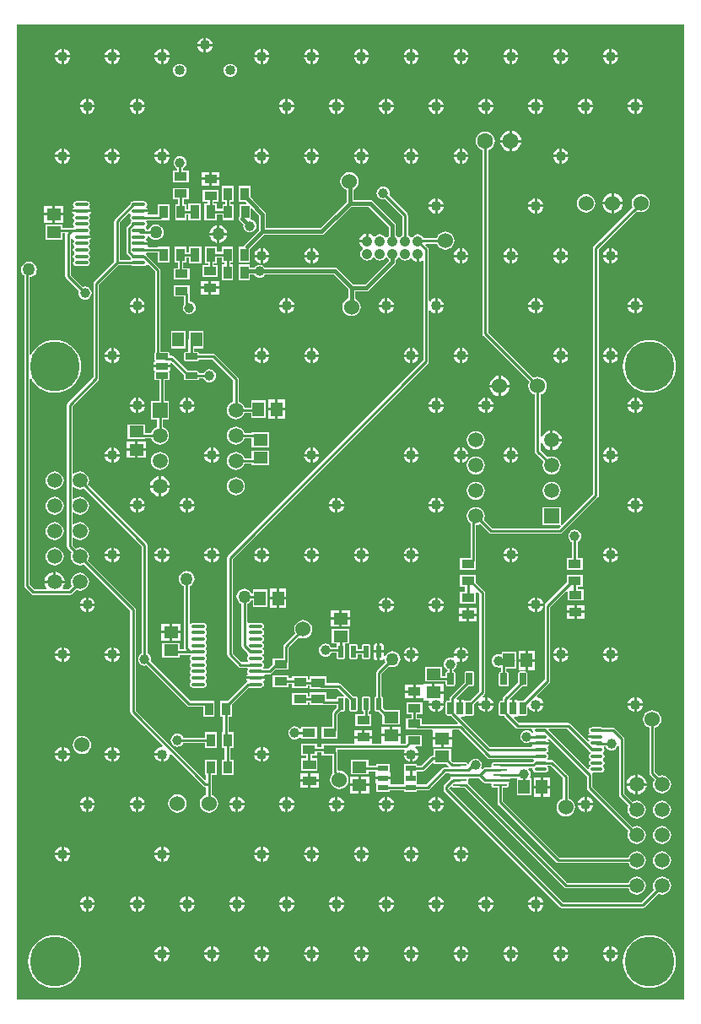
<source format=gbr>
G04 Layer_Physical_Order=1*
G04 Layer_Color=255*
%FSLAX26Y26*%
%MOIN*%
%TF.FileFunction,Copper,L1,Top,Signal*%
%TF.Part,Single*%
G01*
G75*
%TA.AperFunction,SMDPad,CuDef*%
%ADD10R,0.057087X0.045276*%
%ADD11R,0.045276X0.057087*%
G04:AMPARAMS|DCode=12|XSize=21.654mil|YSize=49.213mil|CornerRadius=1.949mil|HoleSize=0mil|Usage=FLASHONLY|Rotation=180.000|XOffset=0mil|YOffset=0mil|HoleType=Round|Shape=RoundedRectangle|*
%AMROUNDEDRECTD12*
21,1,0.021654,0.045315,0,0,180.0*
21,1,0.017756,0.049213,0,0,180.0*
1,1,0.003898,-0.008878,0.022657*
1,1,0.003898,0.008878,0.022657*
1,1,0.003898,0.008878,-0.022657*
1,1,0.003898,-0.008878,-0.022657*
%
%ADD12ROUNDEDRECTD12*%
%ADD13R,0.051181X0.033465*%
%ADD14O,0.055118X0.013780*%
%ADD15R,0.039370X0.023622*%
%ADD16R,0.037402X0.053150*%
G04:AMPARAMS|DCode=17|XSize=25.591mil|YSize=47.244mil|CornerRadius=1.919mil|HoleSize=0mil|Usage=FLASHONLY|Rotation=180.000|XOffset=0mil|YOffset=0mil|HoleType=Round|Shape=RoundedRectangle|*
%AMROUNDEDRECTD17*
21,1,0.025591,0.043406,0,0,180.0*
21,1,0.021752,0.047244,0,0,180.0*
1,1,0.003839,-0.010876,0.021703*
1,1,0.003839,0.010876,0.021703*
1,1,0.003839,0.010876,-0.021703*
1,1,0.003839,-0.010876,-0.021703*
%
%ADD17ROUNDEDRECTD17*%
%ADD18O,0.049213X0.013780*%
%ADD19O,0.057087X0.009842*%
G04:AMPARAMS|DCode=20|XSize=25.591mil|YSize=47.244mil|CornerRadius=1.919mil|HoleSize=0mil|Usage=FLASHONLY|Rotation=90.000|XOffset=0mil|YOffset=0mil|HoleType=Round|Shape=RoundedRectangle|*
%AMROUNDEDRECTD20*
21,1,0.025591,0.043406,0,0,90.0*
21,1,0.021752,0.047244,0,0,90.0*
1,1,0.003839,0.021703,0.010876*
1,1,0.003839,0.021703,-0.010876*
1,1,0.003839,-0.021703,-0.010876*
1,1,0.003839,-0.021703,0.010876*
%
%ADD20ROUNDEDRECTD20*%
%ADD21R,0.033465X0.051181*%
%ADD22R,0.053150X0.037402*%
%TA.AperFunction,Conductor*%
%ADD23C,0.015000*%
%ADD24C,0.010000*%
%TA.AperFunction,ComponentPad*%
%ADD25C,0.060000*%
%ADD26C,0.059055*%
%ADD27C,0.062992*%
%ADD28C,0.040000*%
%ADD29R,0.059055X0.059055*%
%TA.AperFunction,ViaPad*%
%ADD30C,0.196850*%
%TA.AperFunction,ComponentPad*%
%ADD31C,0.042000*%
%TA.AperFunction,ViaPad*%
%ADD32C,0.050000*%
%ADD33C,0.039370*%
%ADD34C,0.040000*%
G36*
X2637795Y110D02*
X110D01*
Y3852110D01*
X2637795D01*
X2637795Y110D01*
D02*
G37*
%LPC*%
G36*
X2010795Y1378653D02*
X1983158D01*
Y1345110D01*
X2010795D01*
Y1378653D01*
D02*
G37*
G36*
X2048433D02*
X2020795D01*
Y1345110D01*
X2048433D01*
Y1378653D01*
D02*
G37*
G36*
X1314449Y1463110D02*
X1245551D01*
Y1406024D01*
X1262822D01*
X1263527Y1405140D01*
X1265037Y1401024D01*
X1264110Y1399636D01*
X1263500Y1396571D01*
Y1391119D01*
X1243093D01*
X1242353Y1392906D01*
X1238251Y1398251D01*
X1232906Y1402353D01*
X1226680Y1404932D01*
X1220000Y1405811D01*
X1213320Y1404932D01*
X1207094Y1402353D01*
X1201749Y1398251D01*
X1197647Y1392906D01*
X1195068Y1386680D01*
X1194189Y1380000D01*
X1195068Y1373320D01*
X1197647Y1367094D01*
X1201749Y1361749D01*
X1207094Y1357647D01*
X1213320Y1355068D01*
X1220000Y1354189D01*
X1226680Y1355068D01*
X1232906Y1357647D01*
X1238251Y1361749D01*
X1242353Y1367094D01*
X1243093Y1368881D01*
X1263500D01*
Y1351256D01*
X1264110Y1348191D01*
X1265845Y1345593D01*
X1268444Y1343857D01*
X1271508Y1343248D01*
X1289264D01*
X1292329Y1343857D01*
X1294927Y1345593D01*
X1296662Y1348191D01*
X1297272Y1351256D01*
Y1396571D01*
X1296662Y1399636D01*
X1295735Y1401024D01*
X1297245Y1405140D01*
X1297950Y1406024D01*
X1309911D01*
X1312822Y1406024D01*
X1313675Y1404954D01*
X1315231Y1401432D01*
X1314865Y1400766D01*
X1314747Y1400590D01*
X1314110Y1399636D01*
X1313500Y1396571D01*
Y1351256D01*
X1314110Y1348191D01*
X1315845Y1345593D01*
X1318444Y1343857D01*
X1321508Y1343248D01*
X1339264D01*
X1342329Y1343857D01*
X1344927Y1345593D01*
X1346662Y1348191D01*
X1347272Y1351256D01*
Y1362794D01*
X1363500D01*
Y1351256D01*
X1364110Y1348191D01*
X1365845Y1345593D01*
X1368444Y1343857D01*
X1371508Y1343248D01*
X1389264D01*
X1392329Y1343857D01*
X1394927Y1345593D01*
X1396662Y1348191D01*
X1397272Y1351256D01*
Y1396571D01*
X1396662Y1399636D01*
X1394927Y1402234D01*
X1392329Y1403969D01*
X1389264Y1404579D01*
X1371508D01*
X1368444Y1403969D01*
X1365845Y1402234D01*
X1364110Y1399636D01*
X1363500Y1396571D01*
Y1385033D01*
X1347272D01*
Y1396571D01*
X1346662Y1399636D01*
X1344927Y1402234D01*
X1342329Y1403969D01*
X1339264Y1404579D01*
X1321508D01*
X1319485Y1404177D01*
X1318612Y1404003D01*
X1317464Y1404790D01*
X1314449Y1407314D01*
X1314449Y1410403D01*
Y1463110D01*
D02*
G37*
G36*
X2376057Y1357205D02*
X2351457D01*
Y1332604D01*
X2354288Y1332977D01*
X2361586Y1336000D01*
X2367853Y1340809D01*
X2372662Y1347075D01*
X2375685Y1354373D01*
X2376057Y1357205D01*
D02*
G37*
G36*
X1425386Y1368913D02*
X1409325D01*
Y1351256D01*
X1410253Y1346594D01*
X1412893Y1342641D01*
X1416846Y1340000D01*
X1421508Y1339073D01*
X1425386D01*
Y1368913D01*
D02*
G37*
G36*
X176102Y1391805D02*
X173271Y1391433D01*
X165973Y1388410D01*
X159706Y1383601D01*
X154897Y1377334D01*
X151875Y1370036D01*
X151502Y1367205D01*
X176102D01*
Y1391805D01*
D02*
G37*
G36*
X186102D02*
Y1367205D01*
X210703D01*
X210330Y1370036D01*
X207307Y1377334D01*
X202499Y1383601D01*
X196232Y1388410D01*
X188934Y1391433D01*
X186102Y1391805D01*
D02*
G37*
G36*
X1973473Y1374559D02*
X1916386D01*
Y1365043D01*
X1911386Y1361703D01*
X1909689Y1362405D01*
X1903009Y1363285D01*
X1896328Y1362405D01*
X1890103Y1359827D01*
X1884757Y1355725D01*
X1880656Y1350379D01*
X1878077Y1344154D01*
X1877197Y1337474D01*
X1878077Y1330793D01*
X1880656Y1324568D01*
X1884757Y1319222D01*
X1890103Y1315120D01*
X1896328Y1312542D01*
X1903009Y1311662D01*
X1908267Y1312354D01*
X1913267Y1309273D01*
Y1295706D01*
X1910457Y1295148D01*
X1907869Y1293418D01*
X1906139Y1290830D01*
X1905532Y1287777D01*
Y1244371D01*
X1906139Y1241318D01*
X1907869Y1238730D01*
X1910457Y1237001D01*
X1913510Y1236393D01*
X1935262D01*
X1938315Y1237001D01*
X1940903Y1238730D01*
X1942633Y1241318D01*
X1943240Y1244371D01*
Y1287777D01*
X1942633Y1290830D01*
X1940903Y1293418D01*
X1938315Y1295148D01*
X1935505Y1295706D01*
Y1305661D01*
X1973473D01*
Y1333741D01*
X1974885Y1335855D01*
X1975731Y1340110D01*
X1974885Y1344365D01*
X1973473Y1346479D01*
Y1374559D01*
D02*
G37*
G36*
X1750906Y1357205D02*
X1726305D01*
X1726678Y1354373D01*
X1727421Y1352579D01*
X1723594Y1348752D01*
X1720480Y1350042D01*
X1713800Y1350921D01*
X1707120Y1350042D01*
X1700894Y1347463D01*
X1695549Y1343361D01*
X1691447Y1338016D01*
X1688868Y1331791D01*
X1687989Y1325110D01*
X1688868Y1318429D01*
X1691447Y1312204D01*
X1695549Y1306859D01*
X1700894Y1302757D01*
X1702889Y1301931D01*
Y1297229D01*
X1700287Y1296711D01*
X1697699Y1294982D01*
X1695969Y1292394D01*
X1695362Y1289341D01*
Y1278757D01*
X1681835D01*
Y1312543D01*
X1612937D01*
Y1255457D01*
X1681835D01*
Y1256519D01*
X1695362D01*
Y1245935D01*
X1695969Y1242882D01*
X1697699Y1240294D01*
X1700287Y1238564D01*
X1703340Y1237957D01*
X1725092D01*
X1728145Y1238564D01*
X1730733Y1240294D01*
X1732463Y1242882D01*
X1733070Y1245935D01*
Y1289341D01*
X1732463Y1292394D01*
X1730733Y1294982D01*
X1728145Y1296711D01*
X1725127Y1297312D01*
Y1302103D01*
X1726706Y1302757D01*
X1732051Y1306859D01*
X1736153Y1312204D01*
X1738732Y1318429D01*
X1739611Y1325110D01*
X1738774Y1331469D01*
X1739570Y1332501D01*
X1742737Y1335188D01*
X1748074Y1332977D01*
X1750906Y1332604D01*
Y1357205D01*
D02*
G37*
G36*
X1485110Y1376282D02*
X1477042Y1375220D01*
X1469524Y1372106D01*
X1463068Y1367152D01*
X1458114Y1360696D01*
X1456447Y1356671D01*
X1451447Y1357666D01*
Y1368913D01*
X1435386D01*
Y1339073D01*
X1439264D01*
X1443926Y1340000D01*
X1447879Y1342641D01*
X1448999Y1344318D01*
X1454202Y1343105D01*
X1455000Y1337042D01*
X1456850Y1332575D01*
X1422524Y1298248D01*
X1420113Y1294641D01*
X1419267Y1290386D01*
X1419267Y1290386D01*
Y1197440D01*
X1418444Y1197277D01*
X1415845Y1195541D01*
X1414110Y1192943D01*
X1413500Y1189878D01*
Y1144563D01*
X1414110Y1141498D01*
X1415845Y1138900D01*
X1418444Y1137164D01*
X1421508Y1136555D01*
X1431547D01*
X1445551Y1122551D01*
Y1086890D01*
X1514449D01*
Y1143976D01*
X1455575D01*
X1447272Y1152280D01*
Y1189878D01*
X1446662Y1192943D01*
X1444927Y1195541D01*
X1442329Y1197277D01*
X1441505Y1197440D01*
Y1285780D01*
X1472575Y1316850D01*
X1477042Y1315000D01*
X1485110Y1313938D01*
X1493178Y1315000D01*
X1500696Y1318114D01*
X1507152Y1323068D01*
X1512106Y1329524D01*
X1515220Y1337042D01*
X1516282Y1345110D01*
X1515220Y1353178D01*
X1512106Y1360696D01*
X1507152Y1367152D01*
X1500696Y1372106D01*
X1493178Y1375220D01*
X1485110Y1376282D01*
D02*
G37*
G36*
X407553Y1357205D02*
X382953D01*
Y1332604D01*
X385784Y1332977D01*
X393082Y1336000D01*
X399349Y1340809D01*
X404158Y1347075D01*
X407181Y1354373D01*
X407553Y1357205D01*
D02*
G37*
G36*
X1554055D02*
X1529455D01*
X1529827Y1354373D01*
X1532850Y1347075D01*
X1537659Y1340809D01*
X1543926Y1336000D01*
X1551224Y1332977D01*
X1554055Y1332604D01*
Y1357205D01*
D02*
G37*
G36*
X372953D02*
X348352D01*
X348725Y1354373D01*
X351748Y1347075D01*
X356557Y1340809D01*
X362823Y1336000D01*
X370121Y1332977D01*
X372953Y1332604D01*
Y1357205D01*
D02*
G37*
G36*
X176102D02*
X151502D01*
X151875Y1354373D01*
X154897Y1347075D01*
X159706Y1340809D01*
X165973Y1336000D01*
X173271Y1332977D01*
X176102Y1332604D01*
Y1357205D01*
D02*
G37*
G36*
X210703D02*
X186102D01*
Y1332604D01*
X188934Y1332977D01*
X196232Y1336000D01*
X202499Y1340809D01*
X207307Y1347075D01*
X210330Y1354373D01*
X210703Y1357205D01*
D02*
G37*
G36*
X2179207D02*
X2154606D01*
Y1332604D01*
X2157438Y1332977D01*
X2164736Y1336000D01*
X2171003Y1340809D01*
X2175811Y1347075D01*
X2178834Y1354373D01*
X2179207Y1357205D01*
D02*
G37*
G36*
X2341457D02*
X2316856D01*
X2317229Y1354373D01*
X2320252Y1347075D01*
X2325061Y1340809D01*
X2331327Y1336000D01*
X2338625Y1332977D01*
X2341457Y1332604D01*
Y1357205D01*
D02*
G37*
G36*
X2144606D02*
X2120006D01*
X2120378Y1354373D01*
X2123401Y1347075D01*
X2128210Y1340809D01*
X2134477Y1336000D01*
X2141775Y1332977D01*
X2144606Y1332604D01*
Y1357205D01*
D02*
G37*
G36*
X1588656D02*
X1564055D01*
Y1332604D01*
X1566887Y1332977D01*
X1574185Y1336000D01*
X1580451Y1340809D01*
X1585260Y1347075D01*
X1588283Y1354373D01*
X1588656Y1357205D01*
D02*
G37*
G36*
X1785506D02*
X1760906D01*
Y1332604D01*
X1763737Y1332977D01*
X1771035Y1336000D01*
X1777302Y1340809D01*
X1782111Y1347075D01*
X1785133Y1354373D01*
X1785506Y1357205D01*
D02*
G37*
G36*
X372953Y1391805D02*
X370121Y1391433D01*
X362823Y1388410D01*
X356557Y1383601D01*
X351748Y1377334D01*
X348725Y1370036D01*
X348352Y1367205D01*
X372953D01*
Y1391805D01*
D02*
G37*
G36*
X648653Y1445544D02*
X615110D01*
Y1417906D01*
X648653D01*
Y1445544D01*
D02*
G37*
G36*
X605110Y1483182D02*
X571567D01*
Y1455544D01*
X605110D01*
Y1483182D01*
D02*
G37*
G36*
Y1445544D02*
X571567D01*
Y1417906D01*
X605110D01*
Y1445544D01*
D02*
G37*
G36*
X1439264Y1408754D02*
X1435386D01*
Y1378913D01*
X1451447D01*
Y1396571D01*
X1450519Y1401233D01*
X1447879Y1405186D01*
X1443926Y1407826D01*
X1439264Y1408754D01*
D02*
G37*
G36*
X672000Y1693172D02*
X663932Y1692110D01*
X656414Y1688996D01*
X649958Y1684042D01*
X645004Y1677586D01*
X641890Y1670068D01*
X640828Y1662000D01*
X641890Y1653932D01*
X645004Y1646414D01*
X649958Y1639958D01*
X656414Y1635004D01*
X660881Y1633154D01*
Y1385907D01*
X660881Y1385906D01*
X659337Y1384025D01*
X644559D01*
Y1408221D01*
X575661D01*
Y1351135D01*
X644559D01*
Y1361787D01*
X685000D01*
X685000Y1361787D01*
X685000Y1361787D01*
X685882D01*
X687399Y1356787D01*
X687028Y1356539D01*
X684200Y1352306D01*
X683207Y1347314D01*
X684200Y1342322D01*
X687028Y1338089D01*
X687871Y1337526D01*
Y1331512D01*
X687028Y1330949D01*
X684200Y1326716D01*
X683207Y1321724D01*
X684200Y1316732D01*
X687028Y1312499D01*
X687871Y1311936D01*
Y1305922D01*
X687028Y1305359D01*
X684200Y1301126D01*
X683207Y1296134D01*
X684200Y1291142D01*
X687028Y1286909D01*
X687871Y1286346D01*
Y1280332D01*
X687028Y1279769D01*
X684200Y1275536D01*
X683207Y1270544D01*
X684200Y1265552D01*
X687028Y1261319D01*
X687873Y1260755D01*
Y1254741D01*
X687028Y1254177D01*
X684200Y1249944D01*
X683207Y1244952D01*
X684200Y1239960D01*
X687028Y1235727D01*
X691260Y1232899D01*
X696253Y1231906D01*
X737591D01*
X742584Y1232899D01*
X746816Y1235727D01*
X749644Y1239960D01*
X750637Y1244952D01*
X749644Y1249944D01*
X746816Y1254177D01*
X745971Y1254741D01*
Y1260755D01*
X746816Y1261319D01*
X749644Y1265552D01*
X750637Y1270544D01*
X749644Y1275536D01*
X746816Y1279769D01*
X745973Y1280332D01*
Y1286346D01*
X746816Y1286909D01*
X749644Y1291142D01*
X750637Y1296134D01*
X749644Y1301126D01*
X746816Y1305359D01*
X745973Y1305922D01*
Y1311936D01*
X746816Y1312499D01*
X749644Y1316732D01*
X750637Y1321724D01*
X749644Y1326716D01*
X746816Y1330949D01*
X745973Y1331512D01*
Y1337526D01*
X746816Y1338089D01*
X749644Y1342322D01*
X750637Y1347314D01*
X749644Y1352306D01*
X746816Y1356539D01*
X745971Y1357103D01*
Y1363117D01*
X746816Y1363681D01*
X749644Y1367914D01*
X750637Y1372906D01*
X749644Y1377898D01*
X746816Y1382131D01*
X745973Y1382694D01*
Y1388708D01*
X746816Y1389271D01*
X749644Y1393504D01*
X750637Y1398496D01*
X749644Y1403488D01*
X746816Y1407721D01*
X745973Y1408284D01*
Y1414298D01*
X746816Y1414861D01*
X749644Y1419094D01*
X750637Y1424086D01*
X749644Y1429078D01*
X746816Y1433311D01*
X745971Y1433875D01*
Y1439889D01*
X746816Y1440453D01*
X749644Y1444686D01*
X750637Y1449678D01*
X749644Y1454670D01*
X746816Y1458903D01*
X745973Y1459466D01*
Y1465480D01*
X746816Y1466043D01*
X749644Y1470276D01*
X750637Y1475268D01*
X749644Y1480260D01*
X746816Y1484493D01*
X742584Y1487321D01*
X737591Y1488314D01*
X696253D01*
X691260Y1487321D01*
X688119Y1485222D01*
X684299Y1486548D01*
X683119Y1487437D01*
Y1633154D01*
X687586Y1635004D01*
X694042Y1639958D01*
X698996Y1646414D01*
X702110Y1653932D01*
X703172Y1662000D01*
X702110Y1670068D01*
X698996Y1677586D01*
X694042Y1684042D01*
X687586Y1688996D01*
X680068Y1692110D01*
X672000Y1693172D01*
D02*
G37*
G36*
X1778110Y1514646D02*
X1747520D01*
Y1492913D01*
X1778110D01*
Y1514646D01*
D02*
G37*
G36*
X1818701D02*
X1788110D01*
Y1492913D01*
X1818701D01*
Y1514646D01*
D02*
G37*
G36*
X1318543Y1500433D02*
X1285000D01*
Y1472795D01*
X1318543D01*
Y1500433D01*
D02*
G37*
G36*
X648653Y1483182D02*
X615110D01*
Y1455544D01*
X648653D01*
Y1483182D01*
D02*
G37*
G36*
X1275000Y1500433D02*
X1241457D01*
Y1472795D01*
X1275000D01*
Y1500433D01*
D02*
G37*
G36*
X1750906Y1391805D02*
X1748074Y1391433D01*
X1740776Y1388410D01*
X1734509Y1383601D01*
X1729701Y1377334D01*
X1726678Y1370036D01*
X1726305Y1367205D01*
X1750906D01*
Y1391805D01*
D02*
G37*
G36*
X1760906D02*
Y1367205D01*
X1785506D01*
X1785133Y1370036D01*
X1782111Y1377334D01*
X1777302Y1383601D01*
X1771035Y1388410D01*
X1763737Y1391433D01*
X1760906Y1391805D01*
D02*
G37*
G36*
X1564055D02*
Y1367205D01*
X1588656D01*
X1588283Y1370036D01*
X1585260Y1377334D01*
X1580451Y1383601D01*
X1574185Y1388410D01*
X1566887Y1391433D01*
X1564055Y1391805D01*
D02*
G37*
G36*
X382953D02*
Y1367205D01*
X407553D01*
X407181Y1370036D01*
X404158Y1377334D01*
X399349Y1383601D01*
X393082Y1388410D01*
X385784Y1391433D01*
X382953Y1391805D01*
D02*
G37*
G36*
X1554055D02*
X1551224Y1391433D01*
X1543926Y1388410D01*
X1537659Y1383601D01*
X1532850Y1377334D01*
X1529827Y1370036D01*
X1529455Y1367205D01*
X1554055D01*
Y1391805D01*
D02*
G37*
G36*
X2351457D02*
Y1367205D01*
X2376057D01*
X2375685Y1370036D01*
X2372662Y1377334D01*
X2367853Y1383601D01*
X2361586Y1388410D01*
X2354288Y1391433D01*
X2351457Y1391805D01*
D02*
G37*
G36*
X1425386Y1408754D02*
X1421508D01*
X1416846Y1407826D01*
X1412893Y1405186D01*
X1410253Y1401233D01*
X1409325Y1396571D01*
Y1378913D01*
X1425386D01*
Y1408754D01*
D02*
G37*
G36*
X2341457Y1391805D02*
X2338625Y1391433D01*
X2331327Y1388410D01*
X2325061Y1383601D01*
X2320252Y1377334D01*
X2317229Y1370036D01*
X2316856Y1367205D01*
X2341457D01*
Y1391805D01*
D02*
G37*
G36*
X2144606D02*
X2141775Y1391433D01*
X2134477Y1388410D01*
X2128210Y1383601D01*
X2123401Y1377334D01*
X2120378Y1370036D01*
X2120006Y1367205D01*
X2144606D01*
Y1391805D01*
D02*
G37*
G36*
X2154606D02*
Y1367205D01*
X2179207D01*
X2178834Y1370036D01*
X2175811Y1377334D01*
X2171003Y1383601D01*
X2164736Y1388410D01*
X2157438Y1391433D01*
X2154606Y1391805D01*
D02*
G37*
G36*
X2048433Y1335110D02*
X2020795D01*
Y1301567D01*
X2048433D01*
Y1335110D01*
D02*
G37*
G36*
X1677110Y1026339D02*
X1643566D01*
Y998701D01*
X1677110D01*
Y1026339D01*
D02*
G37*
G36*
X1720653D02*
X1687110D01*
Y998701D01*
X1720653D01*
Y1026339D01*
D02*
G37*
G36*
X973504Y998105D02*
Y973504D01*
X998105D01*
X997732Y976336D01*
X994709Y983633D01*
X989900Y989900D01*
X983633Y994709D01*
X976336Y997732D01*
X973504Y998105D01*
D02*
G37*
G36*
X382953D02*
Y973504D01*
X407553D01*
X407181Y976336D01*
X404158Y983633D01*
X399349Y989900D01*
X393082Y994709D01*
X385784Y997732D01*
X382953Y998105D01*
D02*
G37*
G36*
X963504D02*
X960672Y997732D01*
X953375Y994709D01*
X947108Y989900D01*
X942299Y983633D01*
X939276Y976336D01*
X938903Y973504D01*
X963504D01*
Y998105D01*
D02*
G37*
G36*
X1365000Y1063268D02*
X1334409D01*
Y1041536D01*
X1365000D01*
Y1063268D01*
D02*
G37*
G36*
X1405591D02*
X1375000D01*
Y1041536D01*
X1405591D01*
Y1063268D01*
D02*
G37*
G36*
X789284Y1055606D02*
X744008D01*
Y1035229D01*
X658015D01*
X657275Y1037016D01*
X653173Y1042361D01*
X647827Y1046463D01*
X641602Y1049042D01*
X634922Y1049921D01*
X628241Y1049042D01*
X622016Y1046463D01*
X616670Y1042361D01*
X612568Y1037016D01*
X609990Y1030791D01*
X609110Y1024110D01*
X609990Y1017430D01*
X612568Y1011205D01*
X616670Y1005859D01*
X622016Y1001757D01*
X628241Y999178D01*
X634922Y998299D01*
X641602Y999178D01*
X647827Y1001757D01*
X653173Y1005859D01*
X657275Y1011205D01*
X658015Y1012991D01*
X744008D01*
Y992614D01*
X789284D01*
Y1055606D01*
D02*
G37*
G36*
X1601858Y1044818D02*
X1538866D01*
Y1015267D01*
X1534096Y1010497D01*
X1522950D01*
X1518543Y1011929D01*
X1518543Y1015497D01*
Y1039567D01*
X1441457D01*
Y1015497D01*
X1441457Y1011929D01*
X1437050Y1010497D01*
X1405591D01*
Y1031536D01*
X1370000D01*
X1334409D01*
Y1010497D01*
X1248843D01*
X1248842Y1010497D01*
X1247768Y1010284D01*
X1205614D01*
Y998765D01*
X1186606D01*
Y1010284D01*
X1123614D01*
Y965008D01*
X1143991D01*
Y952213D01*
X1123630D01*
Y903000D01*
X1188591D01*
Y952213D01*
X1166229D01*
Y965008D01*
X1186606D01*
Y976527D01*
X1205614D01*
Y965008D01*
X1246582D01*
Y899050D01*
X1246581Y899050D01*
X1247428Y894794D01*
X1248778Y892774D01*
X1243747Y886218D01*
X1240129Y877483D01*
X1238895Y868110D01*
X1240129Y858737D01*
X1243747Y850003D01*
X1249502Y842502D01*
X1257003Y836747D01*
X1265737Y833129D01*
X1275110Y831895D01*
X1284483Y833129D01*
X1293218Y836747D01*
X1300718Y842502D01*
X1306474Y850003D01*
X1310091Y858737D01*
X1311325Y868110D01*
X1310091Y877483D01*
X1306474Y886218D01*
X1300718Y893718D01*
X1293218Y899474D01*
X1284483Y903091D01*
X1275110Y904326D01*
X1273820Y904156D01*
X1268820Y908541D01*
Y975913D01*
X1268820Y975913D01*
X1268606Y976988D01*
Y988259D01*
X1530747D01*
X1532958Y983774D01*
X1532850Y983633D01*
X1529827Y976336D01*
X1529455Y973504D01*
X1588656D01*
X1588283Y976336D01*
X1585260Y983633D01*
X1580451Y989900D01*
X1574402Y994542D01*
X1574361Y995048D01*
X1576110Y999542D01*
X1601858D01*
Y1044818D01*
D02*
G37*
G36*
X1099110Y1078921D02*
X1092430Y1078042D01*
X1086205Y1075463D01*
X1080859Y1071361D01*
X1076757Y1066016D01*
X1074178Y1059791D01*
X1073299Y1053110D01*
X1074178Y1046430D01*
X1076757Y1040205D01*
X1080859Y1034859D01*
X1086205Y1030757D01*
X1092430Y1028178D01*
X1099110Y1027299D01*
X1105791Y1028178D01*
X1112016Y1030757D01*
X1117361Y1034859D01*
X1118614Y1036491D01*
X1123614Y1034794D01*
Y1031937D01*
X1186606D01*
Y1077213D01*
X1123614D01*
Y1071426D01*
X1118614Y1069729D01*
X1117361Y1071361D01*
X1112016Y1075463D01*
X1105791Y1078042D01*
X1099110Y1078921D01*
D02*
G37*
G36*
X998105Y963504D02*
X973504D01*
Y938903D01*
X976336Y939276D01*
X983633Y942299D01*
X989900Y947108D01*
X994709Y953375D01*
X997732Y960672D01*
X998105Y963504D01*
D02*
G37*
G36*
X1554055D02*
X1529455D01*
X1529827Y960672D01*
X1532850Y953375D01*
X1537659Y947108D01*
X1543926Y942299D01*
X1551224Y939276D01*
X1554055Y938903D01*
Y963504D01*
D02*
G37*
G36*
X963504D02*
X938903D01*
X939276Y960672D01*
X942299Y953375D01*
X947108Y947108D01*
X953375Y942299D01*
X960672Y939276D01*
X963504Y938903D01*
Y963504D01*
D02*
G37*
G36*
X407553D02*
X382953D01*
Y938903D01*
X385784Y939276D01*
X393082Y942299D01*
X399349Y947108D01*
X404158Y953375D01*
X407181Y960672D01*
X407553Y963504D01*
D02*
G37*
G36*
X569803D02*
X545202D01*
X545575Y960672D01*
X548598Y953375D01*
X553407Y947108D01*
X559674Y942299D01*
X566972Y939276D01*
X569803Y938903D01*
Y963504D01*
D02*
G37*
G36*
X186102Y998105D02*
Y973504D01*
X210703D01*
X210330Y976336D01*
X207307Y983633D01*
X202499Y989900D01*
X196232Y994709D01*
X188934Y997732D01*
X186102Y998105D01*
D02*
G37*
G36*
X372953D02*
X370121Y997732D01*
X362823Y994709D01*
X356557Y989900D01*
X351748Y983633D01*
X348725Y976336D01*
X348352Y973504D01*
X372953D01*
Y998105D01*
D02*
G37*
G36*
X176102D02*
X173271Y997732D01*
X165973Y994709D01*
X159706Y989900D01*
X154897Y983633D01*
X151875Y976336D01*
X151502Y973504D01*
X176102D01*
Y998105D01*
D02*
G37*
G36*
X1588656Y963504D02*
X1564055D01*
Y938903D01*
X1566887Y939276D01*
X1574185Y942299D01*
X1580451Y947108D01*
X1585260Y953375D01*
X1588283Y960672D01*
X1588656Y963504D01*
D02*
G37*
G36*
X257759Y1042073D02*
X248386Y1040839D01*
X239651Y1037221D01*
X232151Y1031466D01*
X226395Y1023966D01*
X222777Y1015231D01*
X221543Y1005858D01*
X222777Y996485D01*
X226395Y987750D01*
X232151Y980250D01*
X239651Y974495D01*
X248386Y970877D01*
X257759Y969643D01*
X267132Y970877D01*
X275866Y974495D01*
X283367Y980250D01*
X289122Y987750D01*
X292740Y996485D01*
X293974Y1005858D01*
X292740Y1015231D01*
X289122Y1023966D01*
X283367Y1031466D01*
X275866Y1037221D01*
X267132Y1040839D01*
X257759Y1042073D01*
D02*
G37*
G36*
X1475000Y1077205D02*
X1441457D01*
Y1049567D01*
X1475000D01*
Y1077205D01*
D02*
G37*
G36*
X1814606Y1676284D02*
X1751614D01*
Y1631008D01*
X1771991D01*
Y1609213D01*
X1751614D01*
Y1563937D01*
X1814606D01*
Y1604323D01*
X1814606Y1606138D01*
X1818904Y1609906D01*
X1820039Y1609850D01*
X1828881Y1601008D01*
Y1217910D01*
X1792147Y1181177D01*
X1778142D01*
X1775089Y1180570D01*
X1772887Y1179098D01*
X1771087Y1181792D01*
X1767145Y1184426D01*
X1762494Y1185351D01*
X1756618D01*
Y1151496D01*
X1746618D01*
Y1185351D01*
X1740742D01*
X1740258Y1185255D01*
X1737795Y1189863D01*
X1785889Y1237957D01*
X1799894D01*
X1802947Y1238564D01*
X1805535Y1240294D01*
X1807265Y1242882D01*
X1807872Y1245935D01*
Y1289341D01*
X1807265Y1292394D01*
X1805535Y1294982D01*
X1802947Y1296711D01*
X1799894Y1297319D01*
X1778142D01*
X1775089Y1296711D01*
X1772501Y1294982D01*
X1770771Y1292394D01*
X1770164Y1289341D01*
Y1253682D01*
X1714149Y1197667D01*
X1711738Y1194060D01*
X1710892Y1189805D01*
X1710892Y1189804D01*
Y1181177D01*
X1703340D01*
X1700287Y1180570D01*
X1697699Y1178840D01*
X1695969Y1176252D01*
X1695362Y1173199D01*
Y1129793D01*
X1695969Y1126740D01*
X1697699Y1124152D01*
X1700287Y1122422D01*
X1703340Y1121815D01*
X1714858D01*
X1743558Y1093116D01*
X1741644Y1088496D01*
X1601858D01*
Y1111747D01*
X1582229D01*
Y1127008D01*
X1602606D01*
Y1172283D01*
X1539614D01*
Y1127008D01*
X1559991D01*
Y1111747D01*
X1538866D01*
Y1066472D01*
X1582516D01*
X1583591Y1066258D01*
X1583591Y1066258D01*
X1639511D01*
X1643566Y1063976D01*
X1643566Y1061258D01*
Y1036339D01*
X1682110D01*
X1720653D01*
Y1061258D01*
X1720653Y1063976D01*
X1724708Y1066258D01*
X1747922D01*
X1861018Y953162D01*
X1864626Y950751D01*
X1868881Y949905D01*
X1868881Y949905D01*
X2041532D01*
X2043049Y944905D01*
X2042681Y944659D01*
X2039853Y940426D01*
X2039779Y940055D01*
X2036355Y936631D01*
X1910292D01*
X1909888Y936551D01*
X1886670D01*
X1882446Y935711D01*
X1878864Y933318D01*
X1876471Y929736D01*
X1875631Y925512D01*
X1876341Y921945D01*
X1875787Y920332D01*
X1873359Y916945D01*
X1851079D01*
X1851078Y916945D01*
X1846823Y916099D01*
X1843216Y913688D01*
X1843215Y913688D01*
X1839191Y909664D01*
X1835423Y912967D01*
X1835605Y913205D01*
X1838184Y919430D01*
X1839063Y926110D01*
X1838184Y932791D01*
X1835605Y939016D01*
X1831504Y944361D01*
X1826158Y948463D01*
X1819933Y951042D01*
X1813252Y951922D01*
X1806572Y951042D01*
X1800347Y948463D01*
X1795001Y944361D01*
X1790899Y939016D01*
X1788441Y933082D01*
X1787323Y932632D01*
X1783169Y931971D01*
X1782270Y933318D01*
X1778688Y935711D01*
X1774464Y936551D01*
X1751564D01*
X1750763Y936710D01*
X1750763Y936710D01*
X1723802D01*
X1716559Y943954D01*
Y989016D01*
X1647661D01*
Y967795D01*
X1643740Y964859D01*
X1639485Y964013D01*
X1635878Y961603D01*
X1598190Y923915D01*
X1581432D01*
Y930513D01*
X1530252D01*
Y895080D01*
X1530251D01*
Y893110D01*
X1530252D01*
Y857678D01*
X1530251D01*
Y855708D01*
X1530252D01*
Y849111D01*
X1478534D01*
X1477259Y853583D01*
X1477259D01*
Y870394D01*
X1447574D01*
X1417889D01*
Y853583D01*
X1421984D01*
Y820275D01*
X1473165D01*
Y826873D01*
X1530252D01*
Y820275D01*
X1581432D01*
Y826873D01*
X1623322D01*
X1623322Y826873D01*
X1627577Y827719D01*
X1631185Y830130D01*
X1695842Y894787D01*
X1709495D01*
X1711854Y891142D01*
X1750842D01*
Y881142D01*
X1713001D01*
X1713165Y880320D01*
X1714932Y877674D01*
X1715309Y876069D01*
X1714115Y871938D01*
X1713658Y871267D01*
X1712452Y870461D01*
X1712452Y870461D01*
X1689138Y847147D01*
X1686727Y843539D01*
X1685881Y839284D01*
X1685881Y839284D01*
Y831000D01*
X1685881Y831000D01*
X1686727Y826745D01*
X1689138Y823138D01*
X2147137Y365137D01*
X2150745Y362727D01*
X2155000Y361881D01*
X2472999D01*
X2473000Y361881D01*
X2477255Y362727D01*
X2480863Y365137D01*
X2534110Y418385D01*
X2540860Y415589D01*
X2550110Y414371D01*
X2559360Y415589D01*
X2567979Y419159D01*
X2575381Y424839D01*
X2581061Y432241D01*
X2584631Y440860D01*
X2585849Y450110D01*
X2584631Y459360D01*
X2581061Y467979D01*
X2578623Y471156D01*
X2578383Y472365D01*
X2575972Y475972D01*
X2572365Y478383D01*
X2571156Y478623D01*
X2567979Y481061D01*
X2559360Y484631D01*
X2550110Y485849D01*
X2540860Y484631D01*
X2532241Y481061D01*
X2524839Y475381D01*
X2519159Y467979D01*
X2515589Y459360D01*
X2514371Y450110D01*
X2515589Y440860D01*
X2518385Y434110D01*
X2468394Y384119D01*
X2159606D01*
X1708583Y835142D01*
X1713003Y839562D01*
X1719414Y838966D01*
X1722995Y836573D01*
X1727220Y835733D01*
X1750438D01*
X1750842Y835653D01*
X1769701D01*
X2163106Y442248D01*
X2163106Y442248D01*
X2166713Y439837D01*
X2170968Y438991D01*
X2170969Y438991D01*
X2416363D01*
X2419159Y432241D01*
X2424839Y424839D01*
X2432241Y419159D01*
X2440860Y415589D01*
X2450110Y414371D01*
X2459360Y415589D01*
X2467979Y419159D01*
X2475381Y424839D01*
X2481061Y432241D01*
X2484631Y440860D01*
X2485849Y450110D01*
X2484631Y459360D01*
X2481061Y467979D01*
X2475381Y475381D01*
X2467979Y481061D01*
X2459360Y484631D01*
X2450110Y485849D01*
X2440860Y484631D01*
X2432241Y481061D01*
X2424839Y475381D01*
X2419159Y467979D01*
X2416363Y461229D01*
X2175574D01*
X1783407Y853397D01*
X1782652Y856885D01*
X1783166Y859992D01*
X1784663Y862232D01*
X1785503Y866456D01*
X1784793Y870023D01*
X1785347Y871636D01*
X1787775Y875023D01*
X1826788D01*
X1843217Y858593D01*
X1846825Y856183D01*
X1851080Y855337D01*
X1873358D01*
X1875779Y851961D01*
X1876340Y850337D01*
X1875631Y846772D01*
X1876471Y842548D01*
X1878864Y838966D01*
X1882446Y836573D01*
X1886670Y835733D01*
X1899173D01*
Y779708D01*
X1899173Y779708D01*
X1900019Y775453D01*
X1902429Y771846D01*
X2132028Y542247D01*
X2135635Y539837D01*
X2139890Y538991D01*
X2139890Y538991D01*
X2416363D01*
X2419159Y532241D01*
X2424839Y524839D01*
X2432241Y519159D01*
X2440860Y515589D01*
X2450110Y514371D01*
X2459360Y515589D01*
X2467979Y519159D01*
X2475381Y524839D01*
X2481061Y532241D01*
X2484631Y540860D01*
X2485849Y550110D01*
X2484631Y559360D01*
X2481061Y567979D01*
X2475381Y575381D01*
X2467979Y581061D01*
X2459360Y584631D01*
X2450110Y585849D01*
X2440860Y584631D01*
X2432241Y581061D01*
X2424839Y575381D01*
X2419159Y567979D01*
X2416363Y561229D01*
X2144496D01*
X1921411Y784314D01*
Y835733D01*
X1933914D01*
X1938139Y836573D01*
X1941720Y838966D01*
X1944113Y842548D01*
X1944953Y846772D01*
X1944113Y850996D01*
X1943823Y851430D01*
X1944672Y855698D01*
X1947969Y860634D01*
X1948133Y861456D01*
X1910292D01*
Y871456D01*
X1949279D01*
X1951639Y875102D01*
X1971294D01*
X1976024Y874449D01*
Y805551D01*
X2033110D01*
Y874449D01*
X2031493D01*
X2028645Y879449D01*
X2030294Y883429D01*
X2031173Y890110D01*
X2030294Y896790D01*
X2027715Y903016D01*
X2023613Y908361D01*
X2022269Y909393D01*
X2023966Y914393D01*
X2035824D01*
X2038996Y910528D01*
X2038860Y909842D01*
X2039853Y904850D01*
X2042681Y900617D01*
X2046913Y897789D01*
X2051905Y896796D01*
X2087339D01*
X2092331Y897789D01*
X2096563Y900617D01*
X2099391Y904850D01*
X2100385Y909842D01*
X2099391Y914834D01*
X2096563Y919067D01*
X2096192Y919315D01*
X2097709Y924315D01*
X2109960D01*
X2158881Y875394D01*
Y794258D01*
X2151892Y791363D01*
X2144392Y785608D01*
X2138637Y778108D01*
X2135019Y769373D01*
X2133785Y760000D01*
X2135019Y750627D01*
X2138637Y741892D01*
X2144392Y734392D01*
X2151892Y728637D01*
X2160627Y725019D01*
X2170000Y723785D01*
X2179373Y725019D01*
X2188108Y728637D01*
X2195608Y734392D01*
X2201363Y741892D01*
X2204981Y750627D01*
X2206215Y760000D01*
X2204981Y769373D01*
X2201363Y778108D01*
X2195608Y785608D01*
X2188108Y791363D01*
X2181119Y794258D01*
Y880000D01*
X2180273Y884255D01*
X2177863Y887862D01*
X2122428Y943297D01*
X2118821Y945707D01*
X2114566Y946553D01*
X2114566Y946553D01*
X2097712D01*
X2096195Y951553D01*
X2096563Y951799D01*
X2099391Y956032D01*
X2100385Y961024D01*
X2099391Y966016D01*
X2096563Y970249D01*
X2095720Y970812D01*
Y976826D01*
X2096563Y977389D01*
X2099391Y981622D01*
X2100385Y986614D01*
X2099391Y991606D01*
X2096563Y995839D01*
Y998055D01*
X2099515Y1000027D01*
X2103248Y1005614D01*
X2103565Y1007204D01*
X2069622D01*
X2035679D01*
X2035996Y1005614D01*
X2037920Y1002733D01*
X2035248Y997733D01*
X1870390D01*
X1755102Y1113021D01*
X1757016Y1117640D01*
X1762494D01*
X1767145Y1118566D01*
X1771087Y1121200D01*
X1772887Y1123894D01*
X1775089Y1122422D01*
X1778142Y1121815D01*
X1799894D01*
X1802947Y1122422D01*
X1805535Y1124152D01*
X1807265Y1126740D01*
X1807872Y1129793D01*
Y1165452D01*
X1822579Y1180159D01*
X1826818Y1177327D01*
X1825103Y1173186D01*
X1824730Y1170354D01*
X1849331D01*
Y1194955D01*
X1846499Y1194582D01*
X1842358Y1192867D01*
X1839526Y1197106D01*
X1847862Y1205442D01*
X1847862Y1205442D01*
X1850273Y1209050D01*
X1851119Y1213305D01*
Y1605614D01*
X1850273Y1609869D01*
X1847862Y1613477D01*
X1847862Y1613477D01*
X1814606Y1646733D01*
Y1676284D01*
D02*
G37*
G36*
X1566110Y1211575D02*
X1535520D01*
Y1189842D01*
X1566110D01*
Y1211575D01*
D02*
G37*
G36*
X2449882Y1194955D02*
Y1170354D01*
X2474483D01*
X2474110Y1173186D01*
X2471087Y1180484D01*
X2466278Y1186751D01*
X2460011Y1191559D01*
X2452714Y1194582D01*
X2449882Y1194955D01*
D02*
G37*
G36*
X1859331D02*
Y1170354D01*
X1883931D01*
X1883559Y1173186D01*
X1880536Y1180484D01*
X1875727Y1186751D01*
X1869460Y1191559D01*
X1862162Y1194582D01*
X1859331Y1194955D01*
D02*
G37*
G36*
X2439882D02*
X2437050Y1194582D01*
X2429753Y1191559D01*
X2423486Y1186751D01*
X2418677Y1180484D01*
X2415654Y1173186D01*
X2415281Y1170354D01*
X2439882D01*
Y1194955D01*
D02*
G37*
G36*
X980195Y1265544D02*
X943300D01*
X906405D01*
X906721Y1263954D01*
X909625Y1259609D01*
X909611Y1258097D01*
X908967Y1254988D01*
X908410Y1253720D01*
X905973Y1252091D01*
X905973Y1252091D01*
X833488Y1179606D01*
X803937D01*
Y1116614D01*
X815456D01*
Y1055606D01*
X810937D01*
Y992614D01*
X822456D01*
Y948606D01*
X810937D01*
Y885614D01*
X856213D01*
Y948606D01*
X844694D01*
Y992614D01*
X856213D01*
Y1055606D01*
X837694D01*
Y1116614D01*
X849213D01*
Y1163881D01*
X918132Y1232801D01*
X922631Y1231906D01*
X963969D01*
X968962Y1232899D01*
X973194Y1235727D01*
X976022Y1239960D01*
X977015Y1244952D01*
X976022Y1249944D01*
X973194Y1254177D01*
Y1256395D01*
X976146Y1258367D01*
X979879Y1263954D01*
X980195Y1265544D01*
D02*
G37*
G36*
X2010795Y1335110D02*
X1983158D01*
Y1301567D01*
X2010795D01*
Y1335110D01*
D02*
G37*
G36*
X1566110Y1243307D02*
X1535520D01*
Y1221575D01*
X1566110D01*
Y1243307D01*
D02*
G37*
G36*
X1075350Y1280648D02*
X1012358D01*
Y1235372D01*
X1075350D01*
Y1246891D01*
X1088504D01*
Y1230827D01*
X1151496D01*
Y1240377D01*
X1157520D01*
Y1226890D01*
X1202626D01*
X1203701Y1226676D01*
X1203701Y1226676D01*
X1268985D01*
X1293836Y1201825D01*
X1291061Y1197529D01*
X1289264Y1197886D01*
X1271508D01*
X1268444Y1197277D01*
X1265845Y1195541D01*
X1264110Y1192943D01*
X1263500Y1189878D01*
Y1185922D01*
X1222480D01*
Y1213110D01*
X1157520D01*
Y1197655D01*
X1151496D01*
Y1209173D01*
X1088504D01*
Y1163898D01*
X1151496D01*
Y1175416D01*
X1157520D01*
Y1163898D01*
X1210500D01*
X1211575Y1163684D01*
X1211575Y1163684D01*
X1263500D01*
Y1152280D01*
X1249838Y1138618D01*
X1247428Y1135011D01*
X1246581Y1130756D01*
X1246582Y1130755D01*
Y1077213D01*
X1205614D01*
Y1031937D01*
X1268606D01*
Y1065232D01*
X1268820Y1066307D01*
X1268820Y1066308D01*
Y1126150D01*
X1279225Y1136555D01*
X1289264D01*
X1292329Y1137164D01*
X1294927Y1138900D01*
X1296662Y1141498D01*
X1297272Y1144563D01*
Y1189878D01*
X1296915Y1191675D01*
X1301211Y1194450D01*
X1313500Y1182161D01*
Y1144563D01*
X1314110Y1141498D01*
X1315845Y1138900D01*
X1318444Y1137164D01*
X1321508Y1136555D01*
X1339264D01*
X1342329Y1137164D01*
X1344927Y1138900D01*
X1346662Y1141498D01*
X1347272Y1144563D01*
Y1189878D01*
X1346662Y1192943D01*
X1344927Y1195541D01*
X1342329Y1197277D01*
X1339264Y1197886D01*
X1329225D01*
X1281453Y1245658D01*
X1277846Y1248068D01*
X1273591Y1248915D01*
X1273590Y1248914D01*
X1222480D01*
Y1276102D01*
X1157520D01*
Y1262615D01*
X1151496D01*
Y1276102D01*
X1088504D01*
Y1269129D01*
X1075350D01*
Y1280648D01*
D02*
G37*
G36*
X1652386Y1245772D02*
Y1218134D01*
X1685929D01*
Y1245772D01*
X1652386D01*
D02*
G37*
G36*
X1687081Y1160354D02*
X1662480D01*
Y1135754D01*
X1665312Y1136127D01*
X1672610Y1139149D01*
X1678877Y1143958D01*
X1683685Y1150225D01*
X1686708Y1157523D01*
X1687081Y1160354D01*
D02*
G37*
G36*
X1849331D02*
X1824730D01*
X1825103Y1157523D01*
X1828126Y1150225D01*
X1832935Y1143958D01*
X1839201Y1139149D01*
X1846499Y1136127D01*
X1849331Y1135754D01*
Y1160354D01*
D02*
G37*
G36*
X1652480D02*
X1627880D01*
X1628253Y1157523D01*
X1631275Y1150225D01*
X1636084Y1143958D01*
X1642351Y1139149D01*
X1649649Y1136127D01*
X1652480Y1135754D01*
Y1160354D01*
D02*
G37*
G36*
X1518543Y1077205D02*
X1485000D01*
Y1049567D01*
X1518543D01*
Y1077205D01*
D02*
G37*
G36*
X1389264Y1197886D02*
X1371508D01*
X1368444Y1197277D01*
X1365845Y1195541D01*
X1364110Y1192943D01*
X1363500Y1189878D01*
Y1144563D01*
X1364110Y1141498D01*
X1365845Y1138900D01*
X1368444Y1137164D01*
X1369267Y1137001D01*
Y1126102D01*
X1338504D01*
Y1080827D01*
X1401496D01*
Y1126102D01*
X1391505D01*
Y1137001D01*
X1392329Y1137164D01*
X1394927Y1138900D01*
X1396662Y1141498D01*
X1397272Y1144563D01*
Y1189878D01*
X1396662Y1192943D01*
X1394927Y1195541D01*
X1392329Y1197277D01*
X1389264Y1197886D01*
D02*
G37*
G36*
X2474483Y1160354D02*
X2449882D01*
Y1135754D01*
X2452714Y1136127D01*
X2460011Y1139149D01*
X2466278Y1143958D01*
X2471087Y1150225D01*
X2474110Y1157523D01*
X2474483Y1160354D01*
D02*
G37*
G36*
X1608843Y1245772D02*
X1604864Y1243307D01*
X1603842Y1243307D01*
X1576110D01*
Y1216575D01*
Y1189842D01*
X1603842D01*
X1606701Y1189842D01*
X1608843Y1185730D01*
Y1180496D01*
X1625869D01*
X1629209Y1175496D01*
X1628253Y1173186D01*
X1627880Y1170354D01*
X1687081D01*
X1686708Y1173186D01*
X1685751Y1175496D01*
X1685929Y1180496D01*
X1685929Y1180496D01*
X1685929Y1180496D01*
Y1208134D01*
X1647386D01*
Y1213134D01*
X1642386D01*
Y1245772D01*
X1609409Y1245772D01*
X1608843D01*
D02*
G37*
G36*
X2439882Y1160354D02*
X2415281D01*
X2415654Y1157523D01*
X2418677Y1150225D01*
X2423486Y1143958D01*
X2429753Y1139149D01*
X2437050Y1136127D01*
X2439882Y1135754D01*
Y1160354D01*
D02*
G37*
G36*
X1883931D02*
X1859331D01*
Y1135754D01*
X1862162Y1136127D01*
X1869460Y1139149D01*
X1875727Y1143958D01*
X1880536Y1150225D01*
X1883559Y1157523D01*
X1883931Y1160354D01*
D02*
G37*
G36*
X2080782D02*
X2056181D01*
Y1135754D01*
X2059013Y1136127D01*
X2066311Y1139149D01*
X2072577Y1143958D01*
X2077386Y1150225D01*
X2080409Y1157523D01*
X2080782Y1160354D01*
D02*
G37*
G36*
X766654Y1785506D02*
X763822Y1785133D01*
X756524Y1782111D01*
X750257Y1777302D01*
X745449Y1771035D01*
X742426Y1763737D01*
X742053Y1760906D01*
X766654D01*
Y1785506D01*
D02*
G37*
G36*
X776654D02*
Y1760906D01*
X801254D01*
X800881Y1763737D01*
X797859Y1771035D01*
X793050Y1777302D01*
X786783Y1782111D01*
X779485Y1785133D01*
X776654Y1785506D01*
D02*
G37*
G36*
X579803D02*
Y1760906D01*
X604404D01*
X604031Y1763737D01*
X601008Y1771035D01*
X596199Y1777302D01*
X589933Y1782111D01*
X582635Y1785133D01*
X579803Y1785506D01*
D02*
G37*
G36*
X382953D02*
Y1760906D01*
X407553D01*
X407181Y1763737D01*
X404158Y1771035D01*
X399349Y1777302D01*
X393082Y1782111D01*
X385784Y1785133D01*
X382953Y1785506D01*
D02*
G37*
G36*
X569803D02*
X566972Y1785133D01*
X559674Y1782111D01*
X553407Y1777302D01*
X548598Y1771035D01*
X545575Y1763737D01*
X545202Y1760906D01*
X569803D01*
Y1785506D01*
D02*
G37*
G36*
X1170354D02*
Y1760906D01*
X1194955D01*
X1194582Y1763737D01*
X1191559Y1771035D01*
X1186751Y1777302D01*
X1180484Y1782111D01*
X1173186Y1785133D01*
X1170354Y1785506D01*
D02*
G37*
G36*
X1357205D02*
X1354373Y1785133D01*
X1347075Y1782111D01*
X1340809Y1777302D01*
X1336000Y1771035D01*
X1332977Y1763737D01*
X1332604Y1760906D01*
X1357205D01*
Y1785506D01*
D02*
G37*
G36*
X1160354D02*
X1157523Y1785133D01*
X1150225Y1782111D01*
X1143958Y1777302D01*
X1139149Y1771035D01*
X1136127Y1763737D01*
X1135754Y1760906D01*
X1160354D01*
Y1785506D01*
D02*
G37*
G36*
X963504D02*
X960672Y1785133D01*
X953375Y1782111D01*
X947108Y1777302D01*
X942299Y1771035D01*
X939276Y1763737D01*
X938903Y1760906D01*
X963504D01*
Y1785506D01*
D02*
G37*
G36*
X973504D02*
Y1760906D01*
X998105D01*
X997732Y1763737D01*
X994709Y1771035D01*
X989900Y1777302D01*
X983633Y1782111D01*
X976336Y1785133D01*
X973504Y1785506D01*
D02*
G37*
G36*
X1554055Y1750906D02*
X1529455D01*
X1529827Y1748074D01*
X1532850Y1740776D01*
X1537659Y1734509D01*
X1543926Y1729701D01*
X1551224Y1726678D01*
X1554055Y1726305D01*
Y1750906D01*
D02*
G37*
G36*
X1588656D02*
X1564055D01*
Y1726305D01*
X1566887Y1726678D01*
X1574185Y1729701D01*
X1580451Y1734509D01*
X1585260Y1740776D01*
X1588283Y1748074D01*
X1588656Y1750906D01*
D02*
G37*
G36*
X1391805D02*
X1367205D01*
Y1726305D01*
X1370036Y1726678D01*
X1377334Y1729701D01*
X1383601Y1734509D01*
X1388410Y1740776D01*
X1391433Y1748074D01*
X1391805Y1750906D01*
D02*
G37*
G36*
X1194955D02*
X1170354D01*
Y1726305D01*
X1173186Y1726678D01*
X1180484Y1729701D01*
X1186751Y1734509D01*
X1191559Y1740776D01*
X1194582Y1748074D01*
X1194955Y1750906D01*
D02*
G37*
G36*
X1357205D02*
X1332604D01*
X1332977Y1748074D01*
X1336000Y1740776D01*
X1340809Y1734509D01*
X1347075Y1729701D01*
X1354373Y1726678D01*
X1357205Y1726305D01*
Y1750906D01*
D02*
G37*
G36*
X2376057D02*
X2351457D01*
Y1726305D01*
X2354288Y1726678D01*
X2361586Y1729701D01*
X2367853Y1734509D01*
X2372662Y1740776D01*
X2375685Y1748074D01*
X2376057Y1750906D01*
D02*
G37*
G36*
X372953Y1785506D02*
X370121Y1785133D01*
X362823Y1782111D01*
X356557Y1777302D01*
X351748Y1771035D01*
X348725Y1763737D01*
X348352Y1760906D01*
X372953D01*
Y1785506D01*
D02*
G37*
G36*
X2341457Y1750906D02*
X2316856D01*
X2317229Y1748074D01*
X2320252Y1740776D01*
X2325061Y1734509D01*
X2331327Y1729701D01*
X2338625Y1726678D01*
X2341457Y1726305D01*
Y1750906D01*
D02*
G37*
G36*
X1947756D02*
X1923155D01*
X1923528Y1748074D01*
X1926551Y1740776D01*
X1931360Y1734509D01*
X1937627Y1729701D01*
X1944924Y1726678D01*
X1947756Y1726305D01*
Y1750906D01*
D02*
G37*
G36*
X1982357D02*
X1957756D01*
Y1726305D01*
X1960588Y1726678D01*
X1967885Y1729701D01*
X1974152Y1734509D01*
X1978961Y1740776D01*
X1981984Y1748074D01*
X1982357Y1750906D01*
D02*
G37*
G36*
X1367205Y1785506D02*
Y1760906D01*
X1391805D01*
X1391433Y1763737D01*
X1388410Y1771035D01*
X1383601Y1777302D01*
X1377334Y1782111D01*
X1370036Y1785133D01*
X1367205Y1785506D01*
D02*
G37*
G36*
X1293380Y1947756D02*
X1268780D01*
Y1923155D01*
X1271611Y1923528D01*
X1278909Y1926551D01*
X1285176Y1931360D01*
X1289985Y1937627D01*
X1293007Y1944924D01*
X1293380Y1947756D01*
D02*
G37*
G36*
X1652480D02*
X1627880D01*
X1628253Y1944924D01*
X1631275Y1937627D01*
X1636084Y1931360D01*
X1642351Y1926551D01*
X1649649Y1923528D01*
X1652480Y1923155D01*
Y1947756D01*
D02*
G37*
G36*
X1258780D02*
X1234179D01*
X1234552Y1944924D01*
X1237575Y1937627D01*
X1242383Y1931360D01*
X1248650Y1926551D01*
X1255948Y1923528D01*
X1258780Y1923155D01*
Y1947756D01*
D02*
G37*
G36*
X668228D02*
X643628D01*
X644000Y1944924D01*
X647023Y1937627D01*
X651832Y1931360D01*
X658099Y1926551D01*
X665397Y1923528D01*
X668228Y1923155D01*
Y1947756D01*
D02*
G37*
G36*
X702829D02*
X678228D01*
Y1923155D01*
X681060Y1923528D01*
X688358Y1926551D01*
X694625Y1931360D01*
X699433Y1937627D01*
X702456Y1944924D01*
X702829Y1947756D01*
D02*
G37*
G36*
X471378Y1982357D02*
X468546Y1981984D01*
X461249Y1978961D01*
X454982Y1974152D01*
X450173Y1967885D01*
X447150Y1960588D01*
X446777Y1957756D01*
X471378D01*
Y1982357D01*
D02*
G37*
G36*
X481378D02*
Y1957756D01*
X505979D01*
X505606Y1960588D01*
X502583Y1967885D01*
X497774Y1974152D01*
X491507Y1978961D01*
X484210Y1981984D01*
X481378Y1982357D01*
D02*
G37*
G36*
X2474483Y1947756D02*
X2449882D01*
Y1923155D01*
X2452714Y1923528D01*
X2460011Y1926551D01*
X2466278Y1931360D01*
X2471087Y1937627D01*
X2474110Y1944924D01*
X2474483Y1947756D01*
D02*
G37*
G36*
X1687081D02*
X1662480D01*
Y1923155D01*
X1665312Y1923528D01*
X1672610Y1926551D01*
X1678877Y1931360D01*
X1683685Y1937627D01*
X1686708Y1944924D01*
X1687081Y1947756D01*
D02*
G37*
G36*
X2439882D02*
X2415281D01*
X2415654Y1944924D01*
X2418677Y1937627D01*
X2423486Y1931360D01*
X2429753Y1926551D01*
X2437050Y1923528D01*
X2439882Y1923155D01*
Y1947756D01*
D02*
G37*
G36*
X1957756Y1785506D02*
Y1760906D01*
X1982357D01*
X1981984Y1763737D01*
X1978961Y1771035D01*
X1974152Y1777302D01*
X1967885Y1782111D01*
X1960588Y1785133D01*
X1957756Y1785506D01*
D02*
G37*
G36*
X2341457D02*
X2338625Y1785133D01*
X2331327Y1782111D01*
X2325061Y1777302D01*
X2320252Y1771035D01*
X2317229Y1763737D01*
X2316856Y1760906D01*
X2341457D01*
Y1785506D01*
D02*
G37*
G36*
X1947756D02*
X1944924Y1785133D01*
X1937627Y1782111D01*
X1931360Y1777302D01*
X1926551Y1771035D01*
X1923528Y1763737D01*
X1923155Y1760906D01*
X1947756D01*
Y1785506D01*
D02*
G37*
G36*
X1554055D02*
X1551224Y1785133D01*
X1543926Y1782111D01*
X1537659Y1777302D01*
X1532850Y1771035D01*
X1529827Y1763737D01*
X1529455Y1760906D01*
X1554055D01*
Y1785506D01*
D02*
G37*
G36*
X1564055D02*
Y1760906D01*
X1588656D01*
X1588283Y1763737D01*
X1585260Y1771035D01*
X1580451Y1777302D01*
X1574185Y1782111D01*
X1566887Y1785133D01*
X1564055Y1785506D01*
D02*
G37*
G36*
X471378Y1947756D02*
X446777D01*
X447150Y1944924D01*
X450173Y1937627D01*
X454982Y1931360D01*
X461249Y1926551D01*
X468546Y1923528D01*
X471378Y1923155D01*
Y1947756D01*
D02*
G37*
G36*
X505979D02*
X481378D01*
Y1923155D01*
X484210Y1923528D01*
X491507Y1926551D01*
X497774Y1931360D01*
X502583Y1937627D01*
X505606Y1944924D01*
X505979Y1947756D01*
D02*
G37*
G36*
X150110Y1985849D02*
X140860Y1984631D01*
X132241Y1981061D01*
X124839Y1975381D01*
X119159Y1967979D01*
X115589Y1959360D01*
X114371Y1950110D01*
X115589Y1940860D01*
X119159Y1932241D01*
X124839Y1924839D01*
X132241Y1919159D01*
X140860Y1915589D01*
X150110Y1914371D01*
X159360Y1915589D01*
X167979Y1919159D01*
X175381Y1924839D01*
X181061Y1932241D01*
X184631Y1940860D01*
X185849Y1950110D01*
X184631Y1959360D01*
X181061Y1967979D01*
X175381Y1975381D01*
X167979Y1981061D01*
X159360Y1984631D01*
X150110Y1985849D01*
D02*
G37*
G36*
X2351457Y1785506D02*
Y1760906D01*
X2376057D01*
X2375685Y1763737D01*
X2372662Y1771035D01*
X2367853Y1777302D01*
X2361586Y1782111D01*
X2354288Y1785133D01*
X2351457Y1785506D01*
D02*
G37*
G36*
X150110Y1885849D02*
X140860Y1884631D01*
X132241Y1881061D01*
X124839Y1875381D01*
X119159Y1867979D01*
X115589Y1859360D01*
X114371Y1850110D01*
X115589Y1840860D01*
X119159Y1832241D01*
X124839Y1824839D01*
X132241Y1819159D01*
X140860Y1815589D01*
X150110Y1814371D01*
X159360Y1815589D01*
X167979Y1819159D01*
X175381Y1824839D01*
X181061Y1832241D01*
X184631Y1840860D01*
X185849Y1850110D01*
X184631Y1859360D01*
X181061Y1867979D01*
X175381Y1875381D01*
X167979Y1881061D01*
X159360Y1884631D01*
X150110Y1885849D01*
D02*
G37*
G36*
X1160354Y1750906D02*
X1135754D01*
X1136127Y1748074D01*
X1139149Y1740776D01*
X1143958Y1734509D01*
X1150225Y1729701D01*
X1157523Y1726678D01*
X1160354Y1726305D01*
Y1750906D01*
D02*
G37*
G36*
X2080782Y1554055D02*
X2056181D01*
Y1529455D01*
X2059013Y1529827D01*
X2066311Y1532850D01*
X2072577Y1537659D01*
X2077386Y1543926D01*
X2080409Y1551224D01*
X2080782Y1554055D01*
D02*
G37*
G36*
X2203110Y1558378D02*
X2172520D01*
Y1536646D01*
X2203110D01*
Y1558378D01*
D02*
G37*
G36*
X2046181Y1554055D02*
X2021581D01*
X2021953Y1551224D01*
X2024976Y1543926D01*
X2029785Y1537659D01*
X2036052Y1532850D01*
X2043350Y1529827D01*
X2046181Y1529455D01*
Y1554055D01*
D02*
G37*
G36*
X1652480D02*
X1627880D01*
X1628253Y1551224D01*
X1631275Y1543926D01*
X1636084Y1537659D01*
X1642351Y1532850D01*
X1649649Y1529827D01*
X1652480Y1529455D01*
Y1554055D01*
D02*
G37*
G36*
X1687081D02*
X1662480D01*
Y1529455D01*
X1665312Y1529827D01*
X1672610Y1532850D01*
X1678877Y1537659D01*
X1683685Y1543926D01*
X1686708Y1551224D01*
X1687081Y1554055D01*
D02*
G37*
G36*
X274528Y1588656D02*
X271696Y1588283D01*
X264398Y1585260D01*
X258131Y1580451D01*
X253323Y1574185D01*
X250300Y1566887D01*
X249927Y1564055D01*
X274528D01*
Y1588656D01*
D02*
G37*
G36*
X284528D02*
Y1564055D01*
X309128D01*
X308755Y1566887D01*
X305733Y1574185D01*
X300924Y1580451D01*
X294657Y1585260D01*
X287359Y1588283D01*
X284528Y1588656D01*
D02*
G37*
G36*
X1065181Y1580111D02*
X1037543D01*
Y1546567D01*
X1065181D01*
Y1580111D01*
D02*
G37*
G36*
X2243701Y1558378D02*
X2213110D01*
Y1536646D01*
X2243701D01*
Y1558378D01*
D02*
G37*
G36*
X1027543Y1580111D02*
X999905D01*
Y1546567D01*
X1027543D01*
Y1580111D01*
D02*
G37*
G36*
X1318543Y1538071D02*
X1285000D01*
Y1510433D01*
X1318543D01*
Y1538071D01*
D02*
G37*
G36*
X1778110Y1546378D02*
X1747520D01*
Y1524646D01*
X1778110D01*
Y1546378D01*
D02*
G37*
G36*
X1275000Y1538071D02*
X1241457D01*
Y1510433D01*
X1275000D01*
Y1538071D01*
D02*
G37*
G36*
X2203110Y1526646D02*
X2172520D01*
Y1504913D01*
X2203110D01*
Y1526646D01*
D02*
G37*
G36*
X2243701D02*
X2213110D01*
Y1504913D01*
X2243701D01*
Y1526646D01*
D02*
G37*
G36*
X1455630Y1554055D02*
X1431029D01*
X1431402Y1551224D01*
X1434425Y1543926D01*
X1439234Y1537659D01*
X1445501Y1532850D01*
X1452798Y1529827D01*
X1455630Y1529455D01*
Y1554055D01*
D02*
G37*
G36*
X1490231D02*
X1465630D01*
Y1529455D01*
X1468462Y1529827D01*
X1475759Y1532850D01*
X1482026Y1537659D01*
X1486835Y1543926D01*
X1489858Y1551224D01*
X1490231Y1554055D01*
D02*
G37*
G36*
X309128D02*
X284528D01*
Y1529455D01*
X287359Y1529827D01*
X294657Y1532850D01*
X300924Y1537659D01*
X305733Y1543926D01*
X308755Y1551224D01*
X309128Y1554055D01*
D02*
G37*
G36*
X1818701Y1546378D02*
X1788110D01*
Y1524646D01*
X1818701D01*
Y1546378D01*
D02*
G37*
G36*
X274528Y1554055D02*
X249927D01*
X250300Y1551224D01*
X253323Y1543926D01*
X258131Y1537659D01*
X264398Y1532850D01*
X271696Y1529827D01*
X274528Y1529455D01*
Y1554055D01*
D02*
G37*
G36*
X1455630Y1588656D02*
X1452798Y1588283D01*
X1445501Y1585260D01*
X1439234Y1580451D01*
X1434425Y1574185D01*
X1431402Y1566887D01*
X1431029Y1564055D01*
X1455630D01*
Y1588656D01*
D02*
G37*
G36*
X407553Y1750906D02*
X382953D01*
Y1726305D01*
X385784Y1726678D01*
X393082Y1729701D01*
X399349Y1734509D01*
X404158Y1740776D01*
X407181Y1748074D01*
X407553Y1750906D01*
D02*
G37*
G36*
X569803D02*
X545202D01*
X545575Y1748074D01*
X548598Y1740776D01*
X553407Y1734509D01*
X559674Y1729701D01*
X566972Y1726678D01*
X569803Y1726305D01*
Y1750906D01*
D02*
G37*
G36*
X372953D02*
X348352D01*
X348725Y1748074D01*
X351748Y1740776D01*
X356557Y1734509D01*
X362823Y1729701D01*
X370121Y1726678D01*
X372953Y1726305D01*
Y1750906D01*
D02*
G37*
G36*
X2205110Y1855921D02*
X2198430Y1855042D01*
X2192204Y1852463D01*
X2186859Y1848361D01*
X2182757Y1843016D01*
X2180178Y1836791D01*
X2179299Y1830110D01*
X2180178Y1823429D01*
X2182757Y1817204D01*
X2186859Y1811859D01*
X2192204Y1807757D01*
X2193991Y1807017D01*
Y1743213D01*
X2173614D01*
Y1697937D01*
X2236606D01*
Y1743213D01*
X2216229D01*
Y1807017D01*
X2218016Y1807757D01*
X2223361Y1811859D01*
X2227463Y1817204D01*
X2230042Y1823429D01*
X2230921Y1830110D01*
X2230042Y1836791D01*
X2227463Y1843016D01*
X2223361Y1848361D01*
X2218016Y1852463D01*
X2211791Y1855042D01*
X2205110Y1855921D01*
D02*
G37*
G36*
X150110Y1785849D02*
X140860Y1784631D01*
X132241Y1781061D01*
X124839Y1775381D01*
X119159Y1767979D01*
X115589Y1759360D01*
X114371Y1750110D01*
X115589Y1740860D01*
X119159Y1732241D01*
X124839Y1724839D01*
X132241Y1719159D01*
X140860Y1715589D01*
X150110Y1714371D01*
X159360Y1715589D01*
X167979Y1719159D01*
X175381Y1724839D01*
X181061Y1732241D01*
X184631Y1740860D01*
X185849Y1750110D01*
X184631Y1759360D01*
X181061Y1767979D01*
X175381Y1775381D01*
X167979Y1781061D01*
X159360Y1784631D01*
X150110Y1785849D01*
D02*
G37*
G36*
X963504Y1750906D02*
X938903D01*
X939276Y1748074D01*
X942299Y1740776D01*
X947108Y1734509D01*
X953375Y1729701D01*
X960672Y1726678D01*
X963504Y1726305D01*
Y1750906D01*
D02*
G37*
G36*
X998105D02*
X973504D01*
Y1726305D01*
X976336Y1726678D01*
X983633Y1729701D01*
X989900Y1734509D01*
X994709Y1740776D01*
X997732Y1748074D01*
X998105Y1750906D01*
D02*
G37*
G36*
X801254D02*
X776654D01*
Y1726305D01*
X779485Y1726678D01*
X786783Y1729701D01*
X793050Y1734509D01*
X797859Y1740776D01*
X800881Y1748074D01*
X801254Y1750906D01*
D02*
G37*
G36*
X604404D02*
X579803D01*
Y1726305D01*
X582635Y1726678D01*
X589933Y1729701D01*
X596199Y1734509D01*
X601008Y1740776D01*
X604031Y1748074D01*
X604404Y1750906D01*
D02*
G37*
G36*
X766654D02*
X742053D01*
X742426Y1748074D01*
X745449Y1740776D01*
X750257Y1734509D01*
X756524Y1729701D01*
X763822Y1726678D01*
X766654Y1726305D01*
Y1750906D01*
D02*
G37*
G36*
X2046181Y1588656D02*
X2043350Y1588283D01*
X2036052Y1585260D01*
X2029785Y1580451D01*
X2024976Y1574185D01*
X2021953Y1566887D01*
X2021581Y1564055D01*
X2046181D01*
Y1588656D01*
D02*
G37*
G36*
X2056181D02*
Y1564055D01*
X2080782D01*
X2080409Y1566887D01*
X2077386Y1574185D01*
X2072577Y1580451D01*
X2066311Y1585260D01*
X2059013Y1588283D01*
X2056181Y1588656D01*
D02*
G37*
G36*
X1662480D02*
Y1564055D01*
X1687081D01*
X1686708Y1566887D01*
X1683685Y1574185D01*
X1678877Y1580451D01*
X1672610Y1585260D01*
X1665312Y1588283D01*
X1662480Y1588656D01*
D02*
G37*
G36*
X1465630D02*
Y1564055D01*
X1490231D01*
X1489858Y1566887D01*
X1486835Y1574185D01*
X1482026Y1580451D01*
X1475759Y1585260D01*
X1468462Y1588283D01*
X1465630Y1588656D01*
D02*
G37*
G36*
X1652480D02*
X1649649Y1588283D01*
X1642351Y1585260D01*
X1636084Y1580451D01*
X1631275Y1574185D01*
X1628253Y1566887D01*
X1627880Y1564055D01*
X1652480D01*
Y1588656D01*
D02*
G37*
G36*
X145110Y1689320D02*
X139791Y1688620D01*
X130176Y1684637D01*
X121919Y1678301D01*
X115583Y1670044D01*
X111600Y1660429D01*
X110900Y1655110D01*
X145110D01*
Y1689320D01*
D02*
G37*
G36*
X155110D02*
Y1655110D01*
X189320D01*
X188620Y1660429D01*
X184637Y1670044D01*
X178301Y1678301D01*
X170044Y1684637D01*
X160429Y1688620D01*
X155110Y1689320D01*
D02*
G37*
G36*
X1065181Y1623654D02*
X1037543D01*
Y1590111D01*
X1065181D01*
Y1623654D01*
D02*
G37*
G36*
X2236606Y1676284D02*
X2173614D01*
Y1646733D01*
X2089137Y1562256D01*
X2086727Y1558649D01*
X2085881Y1554394D01*
X2085881Y1554393D01*
Y1263176D01*
X2002317Y1179613D01*
X1988312D01*
X1985259Y1179005D01*
X1983057Y1177534D01*
X1981257Y1180228D01*
X1977315Y1182862D01*
X1972664Y1183787D01*
X1966788D01*
Y1149932D01*
X1956788D01*
Y1183787D01*
X1950912D01*
X1950428Y1183691D01*
X1947965Y1188299D01*
X1996059Y1236393D01*
X2010064D01*
X2013117Y1237001D01*
X2015705Y1238730D01*
X2017435Y1241318D01*
X2018042Y1244371D01*
Y1287777D01*
X2017435Y1290830D01*
X2015705Y1293418D01*
X2013117Y1295148D01*
X2010064Y1295755D01*
X1988312D01*
X1985259Y1295148D01*
X1982671Y1293418D01*
X1980941Y1290830D01*
X1980334Y1287777D01*
Y1252118D01*
X1924319Y1196103D01*
X1921909Y1192496D01*
X1921062Y1188241D01*
X1921062Y1188240D01*
Y1179613D01*
X1913510D01*
X1910457Y1179005D01*
X1907869Y1177276D01*
X1906139Y1174688D01*
X1905532Y1171635D01*
Y1128229D01*
X1906139Y1125176D01*
X1907869Y1122588D01*
X1910457Y1120859D01*
X1913510Y1120251D01*
X1927498D01*
X1927814Y1118662D01*
X1930225Y1115055D01*
X1971960Y1073319D01*
X1971960Y1073319D01*
X1975568Y1070909D01*
X1979823Y1070062D01*
X2035422D01*
X2039193Y1065062D01*
X2038860Y1063386D01*
X2039853Y1058394D01*
X2040032Y1058125D01*
X2040063Y1057928D01*
X2037446Y1052996D01*
X2036838Y1052992D01*
X2033739Y1057031D01*
X2028394Y1061133D01*
X2022168Y1063712D01*
X2015488Y1064591D01*
X2008807Y1063712D01*
X2002582Y1061133D01*
X1997237Y1057031D01*
X1993135Y1051686D01*
X1990556Y1045460D01*
X1989677Y1038780D01*
X1990556Y1032100D01*
X1993135Y1025874D01*
X1997237Y1020529D01*
X2002582Y1016427D01*
X2008807Y1013848D01*
X2015488Y1012969D01*
X2022168Y1013848D01*
X2028394Y1016427D01*
X2030793Y1018268D01*
X2032504Y1017204D01*
X2069622D01*
X2103565D01*
X2103248Y1018794D01*
X2099515Y1024381D01*
X2097939Y1025434D01*
X2099237Y1030125D01*
X2103928Y1031072D01*
X2253423Y881576D01*
Y835678D01*
X2253423Y835678D01*
X2254270Y831422D01*
X2256680Y827815D01*
X2418385Y666110D01*
X2415589Y659360D01*
X2414371Y650110D01*
X2415589Y640860D01*
X2419159Y632241D01*
X2424839Y624839D01*
X2432241Y619159D01*
X2440860Y615589D01*
X2450110Y614371D01*
X2459360Y615589D01*
X2467979Y619159D01*
X2475381Y624839D01*
X2481061Y632241D01*
X2484631Y640860D01*
X2485849Y650110D01*
X2484631Y659360D01*
X2481061Y667979D01*
X2475381Y675381D01*
X2467979Y681061D01*
X2459360Y684631D01*
X2450110Y685849D01*
X2440860Y684631D01*
X2434110Y681835D01*
X2275662Y840283D01*
Y886182D01*
X2275662Y886182D01*
X2274815Y890437D01*
X2273788Y891975D01*
X2273809Y892163D01*
X2276580Y896796D01*
X2309779D01*
X2314771Y897789D01*
X2319003Y900617D01*
X2321831Y904850D01*
X2322825Y909842D01*
X2321831Y914834D01*
X2319003Y919067D01*
X2318159Y919631D01*
Y925645D01*
X2319003Y926209D01*
X2321831Y930442D01*
X2322825Y935434D01*
X2321831Y940426D01*
X2319003Y944659D01*
X2318160Y945222D01*
Y951236D01*
X2319003Y951799D01*
X2321831Y956032D01*
X2322825Y961024D01*
X2321831Y966016D01*
X2319003Y970249D01*
X2318160Y970812D01*
Y976826D01*
X2319003Y977389D01*
X2321831Y981622D01*
X2322825Y986614D01*
X2321831Y991606D01*
X2319322Y995362D01*
X2319871Y997597D01*
X2321234Y1000362D01*
X2326449D01*
X2327757Y997204D01*
X2331859Y991859D01*
X2337204Y987757D01*
X2343430Y985178D01*
X2350110Y984299D01*
X2356791Y985178D01*
X2363016Y987757D01*
X2368361Y991859D01*
X2372463Y997204D01*
X2374652Y1002489D01*
X2379652Y1001494D01*
Y809449D01*
X2379652Y809449D01*
X2380499Y805193D01*
X2382909Y801586D01*
X2418385Y766110D01*
X2415589Y759360D01*
X2414371Y750110D01*
X2415589Y740860D01*
X2419159Y732241D01*
X2424839Y724839D01*
X2432241Y719159D01*
X2440860Y715589D01*
X2450110Y714371D01*
X2459360Y715589D01*
X2467979Y719159D01*
X2475381Y724839D01*
X2481061Y732241D01*
X2484631Y740860D01*
X2485849Y750110D01*
X2484631Y759360D01*
X2481061Y767979D01*
X2475381Y775381D01*
X2467979Y781061D01*
X2459360Y784631D01*
X2450110Y785849D01*
X2440860Y784631D01*
X2434110Y781835D01*
X2401890Y814054D01*
Y1030228D01*
X2401891Y1030229D01*
X2401044Y1034484D01*
X2398634Y1038091D01*
X2365477Y1071248D01*
X2361869Y1073659D01*
X2357614Y1074505D01*
X2357613Y1074505D01*
X2316168D01*
X2314771Y1075439D01*
X2309779Y1076432D01*
X2274345D01*
X2269353Y1075439D01*
X2265121Y1072611D01*
X2262293Y1068378D01*
X2261300Y1063386D01*
X2262293Y1058394D01*
X2265121Y1054161D01*
Y1051945D01*
X2262169Y1049973D01*
X2258436Y1044386D01*
X2258119Y1042796D01*
X2292062D01*
Y1032796D01*
X2258119D01*
X2258436Y1031206D01*
X2262169Y1025619D01*
X2263745Y1024566D01*
X2262448Y1019875D01*
X2257756Y1018928D01*
X2187641Y1089044D01*
X2184033Y1091454D01*
X2179778Y1092301D01*
X2179778Y1092301D01*
X1984429D01*
X1965272Y1111457D01*
X1967186Y1116076D01*
X1972664D01*
X1977315Y1117002D01*
X1981257Y1119636D01*
X1983057Y1122330D01*
X1985259Y1120859D01*
X1988312Y1120251D01*
X2010064D01*
X2013117Y1120859D01*
X2015705Y1122588D01*
X2017435Y1125176D01*
X2018042Y1128229D01*
Y1153900D01*
X2023042Y1154894D01*
X2024976Y1150225D01*
X2029785Y1143958D01*
X2036052Y1139149D01*
X2043350Y1136127D01*
X2046181Y1135754D01*
Y1165354D01*
X2051181D01*
Y1170354D01*
X2080782D01*
X2080409Y1173186D01*
X2077386Y1180484D01*
X2072577Y1186751D01*
X2066311Y1191559D01*
X2059013Y1194582D01*
X2056180Y1194955D01*
X2054389Y1200234D01*
X2104862Y1250708D01*
X2104863Y1250708D01*
X2107273Y1254316D01*
X2108119Y1258571D01*
X2108119Y1258571D01*
Y1549788D01*
X2171995Y1613664D01*
X2176614Y1611750D01*
Y1575937D01*
X2239606D01*
Y1621213D01*
X2216229D01*
Y1631008D01*
X2236606D01*
Y1676284D01*
D02*
G37*
G36*
X1027543Y1623654D02*
X999905D01*
Y1590111D01*
X1027543D01*
Y1623654D01*
D02*
G37*
G36*
X372953Y963504D02*
X348352D01*
X348725Y960672D01*
X351748Y953375D01*
X356557Y947108D01*
X362823Y942299D01*
X370121Y939276D01*
X372953Y938903D01*
Y963504D01*
D02*
G37*
G36*
X1490231Y372953D02*
X1465630D01*
Y348352D01*
X1468462Y348725D01*
X1475759Y351748D01*
X1482026Y356557D01*
X1486835Y362823D01*
X1489858Y370121D01*
X1490231Y372953D01*
D02*
G37*
G36*
X1652480D02*
X1627880D01*
X1628253Y370121D01*
X1631275Y362823D01*
X1636084Y356557D01*
X1642351Y351748D01*
X1649649Y348725D01*
X1652480Y348352D01*
Y372953D01*
D02*
G37*
G36*
X1455630D02*
X1431029D01*
X1431402Y370121D01*
X1434425Y362823D01*
X1439234Y356557D01*
X1445501Y351748D01*
X1452798Y348725D01*
X1455630Y348352D01*
Y372953D01*
D02*
G37*
G36*
X1258780D02*
X1234179D01*
X1234552Y370121D01*
X1237575Y362823D01*
X1242383Y356557D01*
X1248650Y351748D01*
X1255948Y348725D01*
X1258780Y348352D01*
Y372953D01*
D02*
G37*
G36*
X1293380D02*
X1268780D01*
Y348352D01*
X1271611Y348725D01*
X1278909Y351748D01*
X1285176Y356557D01*
X1289985Y362823D01*
X1293007Y370121D01*
X1293380Y372953D01*
D02*
G37*
G36*
X2046181D02*
X2021581D01*
X2021953Y370121D01*
X2024976Y362823D01*
X2029785Y356557D01*
X2036052Y351748D01*
X2043350Y348725D01*
X2046181Y348352D01*
Y372953D01*
D02*
G37*
G36*
X2080782D02*
X2056181D01*
Y348352D01*
X2059013Y348725D01*
X2066311Y351748D01*
X2072577Y356557D01*
X2077386Y362823D01*
X2080409Y370121D01*
X2080782Y372953D01*
D02*
G37*
G36*
X1883931D02*
X1859331D01*
Y348352D01*
X1862162Y348725D01*
X1869460Y351748D01*
X1875727Y356557D01*
X1880536Y362823D01*
X1883559Y370121D01*
X1883931Y372953D01*
D02*
G37*
G36*
X1687081D02*
X1662480D01*
Y348352D01*
X1665312Y348725D01*
X1672610Y351748D01*
X1678877Y356557D01*
X1683685Y362823D01*
X1686708Y370121D01*
X1687081Y372953D01*
D02*
G37*
G36*
X1849331D02*
X1824730D01*
X1825103Y370121D01*
X1828126Y362823D01*
X1832935Y356557D01*
X1839201Y351748D01*
X1846499Y348725D01*
X1849331Y348352D01*
Y372953D01*
D02*
G37*
G36*
X505979D02*
X481378D01*
Y348352D01*
X484210Y348725D01*
X491507Y351748D01*
X497774Y356557D01*
X502583Y362823D01*
X505606Y370121D01*
X505979Y372953D01*
D02*
G37*
G36*
X668228D02*
X643628D01*
X644000Y370121D01*
X647023Y362823D01*
X651832Y356557D01*
X658099Y351748D01*
X665397Y348725D01*
X668228Y348352D01*
Y372953D01*
D02*
G37*
G36*
X471378D02*
X446777D01*
X447150Y370121D01*
X450173Y362823D01*
X454982Y356557D01*
X461249Y351748D01*
X468546Y348725D01*
X471378Y348352D01*
Y372953D01*
D02*
G37*
G36*
X274528D02*
X249927D01*
X250300Y370121D01*
X253323Y362823D01*
X258131Y356557D01*
X264398Y351748D01*
X271696Y348725D01*
X274528Y348352D01*
Y372953D01*
D02*
G37*
G36*
X309128D02*
X284528D01*
Y348352D01*
X287359Y348725D01*
X294657Y351748D01*
X300924Y356557D01*
X305733Y362823D01*
X308755Y370121D01*
X309128Y372953D01*
D02*
G37*
G36*
X1061929D02*
X1037329D01*
X1037701Y370121D01*
X1040724Y362823D01*
X1045533Y356557D01*
X1051800Y351748D01*
X1059098Y348725D01*
X1061929Y348352D01*
Y372953D01*
D02*
G37*
G36*
X1096530D02*
X1071929D01*
Y348352D01*
X1074761Y348725D01*
X1082059Y351748D01*
X1088325Y356557D01*
X1093134Y362823D01*
X1096157Y370121D01*
X1096530Y372953D01*
D02*
G37*
G36*
X899679D02*
X875079D01*
Y348352D01*
X877910Y348725D01*
X885208Y351748D01*
X891475Y356557D01*
X896284Y362823D01*
X899307Y370121D01*
X899679Y372953D01*
D02*
G37*
G36*
X702829D02*
X678228D01*
Y348352D01*
X681060Y348725D01*
X688358Y351748D01*
X694625Y356557D01*
X699433Y362823D01*
X702456Y370121D01*
X702829Y372953D01*
D02*
G37*
G36*
X865079D02*
X840478D01*
X840851Y370121D01*
X843874Y362823D01*
X848683Y356557D01*
X854949Y351748D01*
X862247Y348725D01*
X865079Y348352D01*
Y372953D01*
D02*
G37*
G36*
X274528Y407553D02*
X271696Y407181D01*
X264398Y404158D01*
X258131Y399349D01*
X253323Y393082D01*
X250300Y385784D01*
X249927Y382953D01*
X274528D01*
Y407553D01*
D02*
G37*
G36*
X1652480D02*
X1649649Y407181D01*
X1642351Y404158D01*
X1636084Y399349D01*
X1631275Y393082D01*
X1628253Y385784D01*
X1627880Y382953D01*
X1652480D01*
Y407553D01*
D02*
G37*
G36*
X1662480D02*
Y382953D01*
X1687081D01*
X1686708Y385784D01*
X1683685Y393082D01*
X1678877Y399349D01*
X1672610Y404158D01*
X1665312Y407181D01*
X1662480Y407553D01*
D02*
G37*
G36*
X1465630D02*
Y382953D01*
X1490231D01*
X1489858Y385784D01*
X1486835Y393082D01*
X1482026Y399349D01*
X1475759Y404158D01*
X1468462Y407181D01*
X1465630Y407553D01*
D02*
G37*
G36*
X1268780D02*
Y382953D01*
X1293380D01*
X1293007Y385784D01*
X1289985Y393082D01*
X1285176Y399349D01*
X1278909Y404158D01*
X1271611Y407181D01*
X1268780Y407553D01*
D02*
G37*
G36*
X1455630D02*
X1452798Y407181D01*
X1445501Y404158D01*
X1439234Y399349D01*
X1434425Y393082D01*
X1431402Y385784D01*
X1431029Y382953D01*
X1455630D01*
Y407553D01*
D02*
G37*
G36*
X2056181D02*
Y382953D01*
X2080782D01*
X2080409Y385784D01*
X2077386Y393082D01*
X2072577Y399349D01*
X2066311Y404158D01*
X2059013Y407181D01*
X2056181Y407553D01*
D02*
G37*
G36*
X2550110Y585849D02*
X2540860Y584631D01*
X2532241Y581061D01*
X2524839Y575381D01*
X2519159Y567979D01*
X2515589Y559360D01*
X2514371Y550110D01*
X2515589Y540860D01*
X2519159Y532241D01*
X2524839Y524839D01*
X2532241Y519159D01*
X2540860Y515589D01*
X2550110Y514371D01*
X2559360Y515589D01*
X2567979Y519159D01*
X2575381Y524839D01*
X2581061Y532241D01*
X2584631Y540860D01*
X2585849Y550110D01*
X2584631Y559360D01*
X2581061Y567979D01*
X2575381Y575381D01*
X2567979Y581061D01*
X2559360Y584631D01*
X2550110Y585849D01*
D02*
G37*
G36*
X2046181Y407553D02*
X2043350Y407181D01*
X2036052Y404158D01*
X2029785Y399349D01*
X2024976Y393082D01*
X2021953Y385784D01*
X2021581Y382953D01*
X2046181D01*
Y407553D01*
D02*
G37*
G36*
X1849331D02*
X1846499Y407181D01*
X1839201Y404158D01*
X1832935Y399349D01*
X1828126Y393082D01*
X1825103Y385784D01*
X1824730Y382953D01*
X1849331D01*
Y407553D01*
D02*
G37*
G36*
X1859331D02*
Y382953D01*
X1883931D01*
X1883559Y385784D01*
X1880536Y393082D01*
X1875727Y399349D01*
X1869460Y404158D01*
X1862162Y407181D01*
X1859331Y407553D01*
D02*
G37*
G36*
X668228D02*
X665397Y407181D01*
X658099Y404158D01*
X651832Y399349D01*
X647023Y393082D01*
X644000Y385784D01*
X643628Y382953D01*
X668228D01*
Y407553D01*
D02*
G37*
G36*
X678228D02*
Y382953D01*
X702829D01*
X702456Y385784D01*
X699433Y393082D01*
X694625Y399349D01*
X688358Y404158D01*
X681060Y407181D01*
X678228Y407553D01*
D02*
G37*
G36*
X481378D02*
Y382953D01*
X505979D01*
X505606Y385784D01*
X502583Y393082D01*
X497774Y399349D01*
X491507Y404158D01*
X484210Y407181D01*
X481378Y407553D01*
D02*
G37*
G36*
X284528D02*
Y382953D01*
X309128D01*
X308755Y385784D01*
X305733Y393082D01*
X300924Y399349D01*
X294657Y404158D01*
X287359Y407181D01*
X284528Y407553D01*
D02*
G37*
G36*
X471378D02*
X468546Y407181D01*
X461249Y404158D01*
X454982Y399349D01*
X450173Y393082D01*
X447150Y385784D01*
X446777Y382953D01*
X471378D01*
Y407553D01*
D02*
G37*
G36*
X1071929D02*
Y382953D01*
X1096530D01*
X1096157Y385784D01*
X1093134Y393082D01*
X1088325Y399349D01*
X1082059Y404158D01*
X1074761Y407181D01*
X1071929Y407553D01*
D02*
G37*
G36*
X1258780D02*
X1255948Y407181D01*
X1248650Y404158D01*
X1242383Y399349D01*
X1237575Y393082D01*
X1234552Y385784D01*
X1234179Y382953D01*
X1258780D01*
Y407553D01*
D02*
G37*
G36*
X1061929D02*
X1059098Y407181D01*
X1051800Y404158D01*
X1045533Y399349D01*
X1040724Y393082D01*
X1037701Y385784D01*
X1037329Y382953D01*
X1061929D01*
Y407553D01*
D02*
G37*
G36*
X865079D02*
X862247Y407181D01*
X854949Y404158D01*
X848683Y399349D01*
X843874Y393082D01*
X840851Y385784D01*
X840478Y382953D01*
X865079D01*
Y407553D01*
D02*
G37*
G36*
X875079D02*
Y382953D01*
X899679D01*
X899307Y385784D01*
X896284Y393082D01*
X891475Y399349D01*
X885208Y404158D01*
X877910Y407181D01*
X875079Y407553D01*
D02*
G37*
G36*
X2351457Y210703D02*
Y186102D01*
X2376057D01*
X2375685Y188934D01*
X2372662Y196232D01*
X2367853Y202499D01*
X2361586Y207307D01*
X2354288Y210330D01*
X2351457Y210703D01*
D02*
G37*
G36*
X1588656Y176102D02*
X1564055D01*
Y151502D01*
X1566887Y151875D01*
X1574185Y154897D01*
X1580451Y159706D01*
X1585260Y165973D01*
X1588283Y173271D01*
X1588656Y176102D01*
D02*
G37*
G36*
X1750906D02*
X1726305D01*
X1726678Y173271D01*
X1729701Y165973D01*
X1734509Y159706D01*
X1740776Y154897D01*
X1748074Y151875D01*
X1750906Y151502D01*
Y176102D01*
D02*
G37*
G36*
X1554055D02*
X1529455D01*
X1529827Y173271D01*
X1532850Y165973D01*
X1537659Y159706D01*
X1543926Y154897D01*
X1551224Y151875D01*
X1554055Y151502D01*
Y176102D01*
D02*
G37*
G36*
X1357205D02*
X1332604D01*
X1332977Y173271D01*
X1336000Y165973D01*
X1340809Y159706D01*
X1347075Y154897D01*
X1354373Y151875D01*
X1357205Y151502D01*
Y176102D01*
D02*
G37*
G36*
X1391805D02*
X1367205D01*
Y151502D01*
X1370036Y151875D01*
X1377334Y154897D01*
X1383601Y159706D01*
X1388410Y165973D01*
X1391433Y173271D01*
X1391805Y176102D01*
D02*
G37*
G36*
X2144606D02*
X2120006D01*
X2120378Y173271D01*
X2123401Y165973D01*
X2128210Y159706D01*
X2134477Y154897D01*
X2141775Y151875D01*
X2144606Y151502D01*
Y176102D01*
D02*
G37*
G36*
X2179207D02*
X2154606D01*
Y151502D01*
X2157438Y151875D01*
X2164736Y154897D01*
X2171003Y159706D01*
X2175811Y165973D01*
X2178834Y173271D01*
X2179207Y176102D01*
D02*
G37*
G36*
X1982357D02*
X1957756D01*
Y151502D01*
X1960588Y151875D01*
X1967885Y154897D01*
X1974152Y159706D01*
X1978961Y165973D01*
X1981984Y173271D01*
X1982357Y176102D01*
D02*
G37*
G36*
X1785506D02*
X1760906D01*
Y151502D01*
X1763737Y151875D01*
X1771035Y154897D01*
X1777302Y159706D01*
X1782111Y165973D01*
X1785133Y173271D01*
X1785506Y176102D01*
D02*
G37*
G36*
X1947756D02*
X1923155D01*
X1923528Y173271D01*
X1926551Y165973D01*
X1931360Y159706D01*
X1937627Y154897D01*
X1944924Y151875D01*
X1947756Y151502D01*
Y176102D01*
D02*
G37*
G36*
X604404D02*
X579803D01*
Y151502D01*
X582635Y151875D01*
X589933Y154897D01*
X596199Y159706D01*
X601008Y165973D01*
X604031Y173271D01*
X604404Y176102D01*
D02*
G37*
G36*
X766654D02*
X742053D01*
X742426Y173271D01*
X745449Y165973D01*
X750257Y159706D01*
X756524Y154897D01*
X763822Y151875D01*
X766654Y151502D01*
Y176102D01*
D02*
G37*
G36*
X569803D02*
X545202D01*
X545575Y173271D01*
X548598Y165973D01*
X553407Y159706D01*
X559674Y154897D01*
X566972Y151875D01*
X569803Y151502D01*
Y176102D01*
D02*
G37*
G36*
X150110Y254763D02*
X133739Y253475D01*
X117770Y249641D01*
X102598Y243357D01*
X88596Y234776D01*
X76109Y224111D01*
X65444Y211624D01*
X56863Y197622D01*
X50579Y182450D01*
X46745Y166481D01*
X45457Y150110D01*
X46745Y133739D01*
X50579Y117770D01*
X56863Y102598D01*
X65444Y88596D01*
X76109Y76109D01*
X88596Y65444D01*
X102598Y56863D01*
X117770Y50579D01*
X133739Y46745D01*
X150110Y45457D01*
X166481Y46745D01*
X182450Y50579D01*
X197622Y56863D01*
X211624Y65444D01*
X224111Y76109D01*
X234776Y88596D01*
X243357Y102598D01*
X249641Y117770D01*
X253475Y133739D01*
X254763Y150110D01*
X253475Y166481D01*
X249641Y182450D01*
X243357Y197622D01*
X234776Y211624D01*
X224111Y224111D01*
X211624Y234776D01*
X197622Y243357D01*
X182450Y249641D01*
X166481Y253475D01*
X150110Y254763D01*
D02*
G37*
G36*
X2500110D02*
X2483739Y253475D01*
X2467770Y249641D01*
X2452598Y243357D01*
X2438596Y234776D01*
X2426109Y224111D01*
X2415444Y211624D01*
X2406863Y197622D01*
X2400579Y182450D01*
X2396745Y166481D01*
X2395457Y150110D01*
X2396745Y133739D01*
X2400579Y117770D01*
X2406863Y102598D01*
X2415444Y88596D01*
X2426109Y76109D01*
X2438596Y65444D01*
X2452598Y56863D01*
X2467770Y50579D01*
X2483739Y46745D01*
X2500110Y45457D01*
X2516481Y46745D01*
X2532450Y50579D01*
X2547622Y56863D01*
X2561624Y65444D01*
X2574111Y76109D01*
X2584776Y88596D01*
X2593357Y102598D01*
X2599641Y117770D01*
X2603475Y133739D01*
X2604763Y150110D01*
X2603475Y166481D01*
X2599641Y182450D01*
X2593357Y197622D01*
X2584776Y211624D01*
X2574111Y224111D01*
X2561624Y234776D01*
X2547622Y243357D01*
X2532450Y249641D01*
X2516481Y253475D01*
X2500110Y254763D01*
D02*
G37*
G36*
X1160354Y176102D02*
X1135754D01*
X1136127Y173271D01*
X1139149Y165973D01*
X1143958Y159706D01*
X1150225Y154897D01*
X1157523Y151875D01*
X1160354Y151502D01*
Y176102D01*
D02*
G37*
G36*
X1194955D02*
X1170354D01*
Y151502D01*
X1173186Y151875D01*
X1180484Y154897D01*
X1186751Y159706D01*
X1191559Y165973D01*
X1194582Y173271D01*
X1194955Y176102D01*
D02*
G37*
G36*
X998105D02*
X973504D01*
Y151502D01*
X976336Y151875D01*
X983633Y154897D01*
X989900Y159706D01*
X994709Y165973D01*
X997732Y173271D01*
X998105Y176102D01*
D02*
G37*
G36*
X801254D02*
X776654D01*
Y151502D01*
X779485Y151875D01*
X786783Y154897D01*
X793050Y159706D01*
X797859Y165973D01*
X800881Y173271D01*
X801254Y176102D01*
D02*
G37*
G36*
X963504D02*
X938903D01*
X939276Y173271D01*
X942299Y165973D01*
X947108Y159706D01*
X953375Y154897D01*
X960672Y151875D01*
X963504Y151502D01*
Y176102D01*
D02*
G37*
G36*
X2341457D02*
X2316856D01*
X2317229Y173271D01*
X2320252Y165973D01*
X2325061Y159706D01*
X2331327Y154897D01*
X2338625Y151875D01*
X2341457Y151502D01*
Y176102D01*
D02*
G37*
G36*
X1750906Y210703D02*
X1748074Y210330D01*
X1740776Y207307D01*
X1734509Y202499D01*
X1729701Y196232D01*
X1726678Y188934D01*
X1726305Y186102D01*
X1750906D01*
Y210703D01*
D02*
G37*
G36*
X1760906D02*
Y186102D01*
X1785506D01*
X1785133Y188934D01*
X1782111Y196232D01*
X1777302Y202499D01*
X1771035Y207307D01*
X1763737Y210330D01*
X1760906Y210703D01*
D02*
G37*
G36*
X1564055D02*
Y186102D01*
X1588656D01*
X1588283Y188934D01*
X1585260Y196232D01*
X1580451Y202499D01*
X1574185Y207307D01*
X1566887Y210330D01*
X1564055Y210703D01*
D02*
G37*
G36*
X1367205D02*
Y186102D01*
X1391805D01*
X1391433Y188934D01*
X1388410Y196232D01*
X1383601Y202499D01*
X1377334Y207307D01*
X1370036Y210330D01*
X1367205Y210703D01*
D02*
G37*
G36*
X1554055D02*
X1551224Y210330D01*
X1543926Y207307D01*
X1537659Y202499D01*
X1532850Y196232D01*
X1529827Y188934D01*
X1529455Y186102D01*
X1554055D01*
Y210703D01*
D02*
G37*
G36*
X2154606D02*
Y186102D01*
X2179207D01*
X2178834Y188934D01*
X2175811Y196232D01*
X2171003Y202499D01*
X2164736Y207307D01*
X2157438Y210330D01*
X2154606Y210703D01*
D02*
G37*
G36*
X2341457D02*
X2338625Y210330D01*
X2331327Y207307D01*
X2325061Y202499D01*
X2320252Y196232D01*
X2317229Y188934D01*
X2316856Y186102D01*
X2341457D01*
Y210703D01*
D02*
G37*
G36*
X2144606D02*
X2141775Y210330D01*
X2134477Y207307D01*
X2128210Y202499D01*
X2123401Y196232D01*
X2120378Y188934D01*
X2120006Y186102D01*
X2144606D01*
Y210703D01*
D02*
G37*
G36*
X1947756D02*
X1944924Y210330D01*
X1937627Y207307D01*
X1931360Y202499D01*
X1926551Y196232D01*
X1923528Y188934D01*
X1923155Y186102D01*
X1947756D01*
Y210703D01*
D02*
G37*
G36*
X1957756D02*
Y186102D01*
X1982357D01*
X1981984Y188934D01*
X1978961Y196232D01*
X1974152Y202499D01*
X1967885Y207307D01*
X1960588Y210330D01*
X1957756Y210703D01*
D02*
G37*
G36*
X766654D02*
X763822Y210330D01*
X756524Y207307D01*
X750257Y202499D01*
X745449Y196232D01*
X742426Y188934D01*
X742053Y186102D01*
X766654D01*
Y210703D01*
D02*
G37*
G36*
X776654D02*
Y186102D01*
X801254D01*
X800881Y188934D01*
X797859Y196232D01*
X793050Y202499D01*
X786783Y207307D01*
X779485Y210330D01*
X776654Y210703D01*
D02*
G37*
G36*
X579803D02*
Y186102D01*
X604404D01*
X604031Y188934D01*
X601008Y196232D01*
X596199Y202499D01*
X589933Y207307D01*
X582635Y210330D01*
X579803Y210703D01*
D02*
G37*
G36*
X2376057Y176102D02*
X2351457D01*
Y151502D01*
X2354288Y151875D01*
X2361586Y154897D01*
X2367853Y159706D01*
X2372662Y165973D01*
X2375685Y173271D01*
X2376057Y176102D01*
D02*
G37*
G36*
X569803Y210703D02*
X566972Y210330D01*
X559674Y207307D01*
X553407Y202499D01*
X548598Y196232D01*
X545575Y188934D01*
X545202Y186102D01*
X569803D01*
Y210703D01*
D02*
G37*
G36*
X1170354D02*
Y186102D01*
X1194955D01*
X1194582Y188934D01*
X1191559Y196232D01*
X1186751Y202499D01*
X1180484Y207307D01*
X1173186Y210330D01*
X1170354Y210703D01*
D02*
G37*
G36*
X1357205D02*
X1354373Y210330D01*
X1347075Y207307D01*
X1340809Y202499D01*
X1336000Y196232D01*
X1332977Y188934D01*
X1332604Y186102D01*
X1357205D01*
Y210703D01*
D02*
G37*
G36*
X1160354D02*
X1157523Y210330D01*
X1150225Y207307D01*
X1143958Y202499D01*
X1139149Y196232D01*
X1136127Y188934D01*
X1135754Y186102D01*
X1160354D01*
Y210703D01*
D02*
G37*
G36*
X963504D02*
X960672Y210330D01*
X953375Y207307D01*
X947108Y202499D01*
X942299Y196232D01*
X939276Y188934D01*
X938903Y186102D01*
X963504D01*
Y210703D01*
D02*
G37*
G36*
X973504D02*
Y186102D01*
X998105D01*
X997732Y188934D01*
X994709Y196232D01*
X989900Y202499D01*
X983633Y207307D01*
X976336Y210330D01*
X973504Y210703D01*
D02*
G37*
G36*
X1258780Y801254D02*
X1255948Y800881D01*
X1248650Y797859D01*
X1242383Y793050D01*
X1237575Y786783D01*
X1234552Y779485D01*
X1234179Y776654D01*
X1258780D01*
Y801254D01*
D02*
G37*
G36*
X1268780D02*
Y776654D01*
X1293380D01*
X1293007Y779485D01*
X1289985Y786783D01*
X1285176Y793050D01*
X1278909Y797859D01*
X1271611Y800881D01*
X1268780Y801254D01*
D02*
G37*
G36*
X1071929D02*
Y776654D01*
X1096530D01*
X1096157Y779485D01*
X1093134Y786783D01*
X1088325Y793050D01*
X1082059Y797859D01*
X1074761Y800881D01*
X1071929Y801254D01*
D02*
G37*
G36*
X875079D02*
Y776654D01*
X899679D01*
X899307Y779485D01*
X896284Y786783D01*
X891475Y793050D01*
X885208Y797859D01*
X877910Y800881D01*
X875079Y801254D01*
D02*
G37*
G36*
X1061929D02*
X1059098Y800881D01*
X1051800Y797859D01*
X1045533Y793050D01*
X1040724Y786783D01*
X1037701Y779485D01*
X1037329Y776654D01*
X1061929D01*
Y801254D01*
D02*
G37*
G36*
X1662480D02*
Y776654D01*
X1687081D01*
X1686708Y779485D01*
X1683685Y786783D01*
X1678877Y793050D01*
X1672610Y797859D01*
X1665312Y800881D01*
X1662480Y801254D01*
D02*
G37*
G36*
X2243032D02*
X2240200Y800881D01*
X2232902Y797859D01*
X2226635Y793050D01*
X2221827Y786783D01*
X2218804Y779485D01*
X2218431Y776654D01*
X2243032D01*
Y801254D01*
D02*
G37*
G36*
X1652480D02*
X1649649Y800881D01*
X1642351Y797859D01*
X1636084Y793050D01*
X1631275Y786783D01*
X1628253Y779485D01*
X1627880Y776654D01*
X1652480D01*
Y801254D01*
D02*
G37*
G36*
X1455630D02*
X1452798Y800881D01*
X1445501Y797859D01*
X1439234Y793050D01*
X1434425Y786783D01*
X1431402Y779485D01*
X1431029Y776654D01*
X1455630D01*
Y801254D01*
D02*
G37*
G36*
X1465630D02*
Y776654D01*
X1490231D01*
X1489858Y779485D01*
X1486835Y786783D01*
X1482026Y793050D01*
X1475759Y797859D01*
X1468462Y800881D01*
X1465630Y801254D01*
D02*
G37*
G36*
X2243032Y766654D02*
X2218431D01*
X2218804Y763822D01*
X2221827Y756524D01*
X2226635Y750257D01*
X2232902Y745449D01*
X2240200Y742426D01*
X2243032Y742053D01*
Y766654D01*
D02*
G37*
G36*
X2277632D02*
X2253032D01*
Y742053D01*
X2255863Y742426D01*
X2263161Y745449D01*
X2269428Y750257D01*
X2274237Y756524D01*
X2277260Y763822D01*
X2277632Y766654D01*
D02*
G37*
G36*
X1687081D02*
X1662480D01*
Y742053D01*
X1665312Y742426D01*
X1672610Y745449D01*
X1678877Y750257D01*
X1683685Y756524D01*
X1686708Y763822D01*
X1687081Y766654D01*
D02*
G37*
G36*
X1490231D02*
X1465630D01*
Y742053D01*
X1468462Y742426D01*
X1475759Y745449D01*
X1482026Y750257D01*
X1486835Y756524D01*
X1489858Y763822D01*
X1490231Y766654D01*
D02*
G37*
G36*
X1652480D02*
X1627880D01*
X1628253Y763822D01*
X1631275Y756524D01*
X1636084Y750257D01*
X1642351Y745449D01*
X1649649Y742426D01*
X1652480Y742053D01*
Y766654D01*
D02*
G37*
G36*
X481378Y801254D02*
Y776654D01*
X505979D01*
X505606Y779485D01*
X502583Y786783D01*
X497774Y793050D01*
X491507Y797859D01*
X484210Y800881D01*
X481378Y801254D01*
D02*
G37*
G36*
X865079D02*
X862247Y800881D01*
X854949Y797859D01*
X848683Y793050D01*
X843874Y786783D01*
X840851Y779485D01*
X840478Y776654D01*
X865079D01*
Y801254D01*
D02*
G37*
G36*
X471378D02*
X468546Y800881D01*
X461249Y797859D01*
X454982Y793050D01*
X450173Y786783D01*
X447150Y779485D01*
X446777Y776654D01*
X471378D01*
Y801254D01*
D02*
G37*
G36*
X274528D02*
X271696Y800881D01*
X264398Y797859D01*
X258131Y793050D01*
X253323Y786783D01*
X250300Y779485D01*
X249927Y776654D01*
X274528D01*
Y801254D01*
D02*
G37*
G36*
X284528D02*
Y776654D01*
X309128D01*
X308755Y779485D01*
X305733Y786783D01*
X300924Y793050D01*
X294657Y797859D01*
X287359Y800881D01*
X284528Y801254D01*
D02*
G37*
G36*
X2253032D02*
Y776654D01*
X2277632D01*
X2277260Y779485D01*
X2274237Y786783D01*
X2269428Y793050D01*
X2263161Y797859D01*
X2255863Y800881D01*
X2253032Y801254D01*
D02*
G37*
G36*
X2445110Y889320D02*
X2439791Y888620D01*
X2430176Y884637D01*
X2421919Y878301D01*
X2415583Y870044D01*
X2411600Y860429D01*
X2410900Y855110D01*
X2445110D01*
Y889320D01*
D02*
G37*
G36*
X2455110D02*
Y855110D01*
X2489320D01*
X2488620Y860429D01*
X2484637Y870044D01*
X2478301Y878301D01*
X2470044Y884637D01*
X2460429Y888620D01*
X2455110Y889320D01*
D02*
G37*
G36*
X1393653Y880315D02*
X1360110D01*
Y852677D01*
X1393653D01*
Y880315D01*
D02*
G37*
G36*
X2108071Y878543D02*
X2080433D01*
Y845000D01*
X2108071D01*
Y878543D01*
D02*
G37*
G36*
X1350110Y880315D02*
X1316567D01*
Y852677D01*
X1350110D01*
Y880315D01*
D02*
G37*
G36*
X176102Y963504D02*
X151502D01*
X151875Y960672D01*
X154897Y953375D01*
X159706Y947108D01*
X165973Y942299D01*
X173271Y939276D01*
X176102Y938903D01*
Y963504D01*
D02*
G37*
G36*
X210703D02*
X186102D01*
Y938903D01*
X188934Y939276D01*
X196232Y942299D01*
X202499Y947108D01*
X207307Y953375D01*
X210330Y960672D01*
X210703Y963504D01*
D02*
G37*
G36*
X1389559Y947087D02*
X1320661D01*
Y890000D01*
X1389559D01*
Y901677D01*
X1416614D01*
X1417889Y897205D01*
X1417889D01*
Y880394D01*
X1447574D01*
X1477259D01*
Y897205D01*
X1473165D01*
Y930513D01*
X1421984D01*
Y923915D01*
X1389559D01*
Y947087D01*
D02*
G37*
G36*
X1151110Y893315D02*
X1119535D01*
Y869614D01*
X1151110D01*
Y893315D01*
D02*
G37*
G36*
X1192685D02*
X1161110D01*
Y869614D01*
X1192685D01*
Y893315D01*
D02*
G37*
G36*
X2489320Y845110D02*
X2455110D01*
Y810900D01*
X2460429Y811600D01*
X2470044Y815583D01*
X2478301Y821919D01*
X2484637Y830176D01*
X2488620Y839791D01*
X2489320Y845110D01*
D02*
G37*
G36*
X2511110Y1143325D02*
X2501737Y1142091D01*
X2493003Y1138474D01*
X2485502Y1132718D01*
X2479747Y1125218D01*
X2476129Y1116483D01*
X2474895Y1107110D01*
X2476129Y1097737D01*
X2479747Y1089003D01*
X2485502Y1081502D01*
X2493003Y1075747D01*
X2499991Y1072852D01*
Y893216D01*
X2499991Y893216D01*
X2500837Y888960D01*
X2503248Y885353D01*
X2519794Y868807D01*
X2519159Y867979D01*
X2515589Y859360D01*
X2514371Y850110D01*
X2515589Y840860D01*
X2519159Y832241D01*
X2524839Y824839D01*
X2532241Y819159D01*
X2540860Y815589D01*
X2550110Y814371D01*
X2559360Y815589D01*
X2567979Y819159D01*
X2575381Y824839D01*
X2581061Y832241D01*
X2584631Y840860D01*
X2585849Y850110D01*
X2584631Y859360D01*
X2581061Y867979D01*
X2575381Y875381D01*
X2567979Y881061D01*
X2559360Y884631D01*
X2550110Y885849D01*
X2540860Y884631D01*
X2537013Y883038D01*
X2522229Y897821D01*
Y1072852D01*
X2529218Y1075747D01*
X2536718Y1081502D01*
X2542474Y1089003D01*
X2546091Y1097737D01*
X2547325Y1107110D01*
X2546091Y1116483D01*
X2542474Y1125218D01*
X2536718Y1132718D01*
X2529218Y1138474D01*
X2520483Y1142091D01*
X2511110Y1143325D01*
D02*
G37*
G36*
X2445110Y845110D02*
X2410900D01*
X2411600Y839791D01*
X2415583Y830176D01*
X2421919Y821919D01*
X2430176Y815583D01*
X2439791Y811600D01*
X2445110Y810900D01*
Y845110D01*
D02*
G37*
G36*
X2070433Y835000D02*
X2042795D01*
Y801457D01*
X2070433D01*
Y835000D01*
D02*
G37*
G36*
X2108071D02*
X2080433D01*
Y801457D01*
X2108071D01*
Y835000D01*
D02*
G37*
G36*
X1192685Y859614D02*
X1161110D01*
Y835913D01*
X1192685D01*
Y859614D01*
D02*
G37*
G36*
X2070433Y878543D02*
X2042795D01*
Y845000D01*
X2070433D01*
Y878543D01*
D02*
G37*
G36*
X1151110Y859614D02*
X1119535D01*
Y835913D01*
X1151110D01*
Y859614D01*
D02*
G37*
G36*
X1350110Y842677D02*
X1316567D01*
Y815039D01*
X1350110D01*
Y842677D01*
D02*
G37*
G36*
X1393653D02*
X1360110D01*
Y815039D01*
X1393653D01*
Y842677D01*
D02*
G37*
G36*
X1455630Y766654D02*
X1431029D01*
X1431402Y763822D01*
X1434425Y756524D01*
X1439234Y750257D01*
X1445501Y745449D01*
X1452798Y742426D01*
X1455630Y742053D01*
Y766654D01*
D02*
G37*
G36*
X1785506Y569803D02*
X1760906D01*
Y545202D01*
X1763737Y545575D01*
X1771035Y548598D01*
X1777302Y553407D01*
X1782111Y559674D01*
X1785133Y566972D01*
X1785506Y569803D01*
D02*
G37*
G36*
X176102Y604404D02*
X173271Y604031D01*
X165973Y601008D01*
X159706Y596199D01*
X154897Y589933D01*
X151875Y582635D01*
X151502Y579803D01*
X176102D01*
Y604404D01*
D02*
G37*
G36*
X1750906Y569803D02*
X1726305D01*
X1726678Y566972D01*
X1729701Y559674D01*
X1734509Y553407D01*
X1740776Y548598D01*
X1748074Y545575D01*
X1750906Y545202D01*
Y569803D01*
D02*
G37*
G36*
X1554055D02*
X1529455D01*
X1529827Y566972D01*
X1532850Y559674D01*
X1537659Y553407D01*
X1543926Y548598D01*
X1551224Y545575D01*
X1554055Y545202D01*
Y569803D01*
D02*
G37*
G36*
X1588656D02*
X1564055D01*
Y545202D01*
X1566887Y545575D01*
X1574185Y548598D01*
X1580451Y553407D01*
X1585260Y559674D01*
X1588283Y566972D01*
X1588656Y569803D01*
D02*
G37*
G36*
X963504Y604404D02*
X960672Y604031D01*
X953375Y601008D01*
X947108Y596199D01*
X942299Y589933D01*
X939276Y582635D01*
X938903Y579803D01*
X963504D01*
Y604404D01*
D02*
G37*
G36*
X973504D02*
Y579803D01*
X998105D01*
X997732Y582635D01*
X994709Y589933D01*
X989900Y596199D01*
X983633Y601008D01*
X976336Y604031D01*
X973504Y604404D01*
D02*
G37*
G36*
X579803D02*
Y579803D01*
X604404D01*
X604031Y582635D01*
X601008Y589933D01*
X596199Y596199D01*
X589933Y601008D01*
X582635Y604031D01*
X579803Y604404D01*
D02*
G37*
G36*
X186102D02*
Y579803D01*
X210703D01*
X210330Y582635D01*
X207307Y589933D01*
X202499Y596199D01*
X196232Y601008D01*
X188934Y604031D01*
X186102Y604404D01*
D02*
G37*
G36*
X569803D02*
X566972Y604031D01*
X559674Y601008D01*
X553407Y596199D01*
X548598Y589933D01*
X545575Y582635D01*
X545202Y579803D01*
X569803D01*
Y604404D01*
D02*
G37*
G36*
X604404Y569803D02*
X579803D01*
Y545202D01*
X582635Y545575D01*
X589933Y548598D01*
X596199Y553407D01*
X601008Y559674D01*
X604031Y566972D01*
X604404Y569803D01*
D02*
G37*
G36*
X963504D02*
X938903D01*
X939276Y566972D01*
X942299Y559674D01*
X947108Y553407D01*
X953375Y548598D01*
X960672Y545575D01*
X963504Y545202D01*
Y569803D01*
D02*
G37*
G36*
X569803D02*
X545202D01*
X545575Y566972D01*
X548598Y559674D01*
X553407Y553407D01*
X559674Y548598D01*
X566972Y545575D01*
X569803Y545202D01*
Y569803D01*
D02*
G37*
G36*
X176102D02*
X151502D01*
X151875Y566972D01*
X154897Y559674D01*
X159706Y553407D01*
X165973Y548598D01*
X173271Y545575D01*
X176102Y545202D01*
Y569803D01*
D02*
G37*
G36*
X210703D02*
X186102D01*
Y545202D01*
X188934Y545575D01*
X196232Y548598D01*
X202499Y553407D01*
X207307Y559674D01*
X210330Y566972D01*
X210703Y569803D01*
D02*
G37*
G36*
X1357205D02*
X1332604D01*
X1332977Y566972D01*
X1336000Y559674D01*
X1340809Y553407D01*
X1347075Y548598D01*
X1354373Y545575D01*
X1357205Y545202D01*
Y569803D01*
D02*
G37*
G36*
X1391805D02*
X1367205D01*
Y545202D01*
X1370036Y545575D01*
X1377334Y548598D01*
X1383601Y553407D01*
X1388410Y559674D01*
X1391433Y566972D01*
X1391805Y569803D01*
D02*
G37*
G36*
X1194955D02*
X1170354D01*
Y545202D01*
X1173186Y545575D01*
X1180484Y548598D01*
X1186751Y553407D01*
X1191559Y559674D01*
X1194582Y566972D01*
X1194955Y569803D01*
D02*
G37*
G36*
X998105D02*
X973504D01*
Y545202D01*
X976336Y545575D01*
X983633Y548598D01*
X989900Y553407D01*
X994709Y559674D01*
X997732Y566972D01*
X998105Y569803D01*
D02*
G37*
G36*
X1160354D02*
X1135754D01*
X1136127Y566972D01*
X1139149Y559674D01*
X1143958Y553407D01*
X1150225Y548598D01*
X1157523Y545575D01*
X1160354Y545202D01*
Y569803D01*
D02*
G37*
G36*
Y604404D02*
X1157523Y604031D01*
X1150225Y601008D01*
X1143958Y596199D01*
X1139149Y589933D01*
X1136127Y582635D01*
X1135754Y579803D01*
X1160354D01*
Y604404D01*
D02*
G37*
G36*
X505979Y766654D02*
X481378D01*
Y742053D01*
X484210Y742426D01*
X491507Y745449D01*
X497774Y750257D01*
X502583Y756524D01*
X505606Y763822D01*
X505979Y766654D01*
D02*
G37*
G36*
X865079D02*
X840478D01*
X840851Y763822D01*
X843874Y756524D01*
X848683Y750257D01*
X854949Y745449D01*
X862247Y742426D01*
X865079Y742053D01*
Y766654D01*
D02*
G37*
G36*
X471378D02*
X446777D01*
X447150Y763822D01*
X450173Y756524D01*
X454982Y750257D01*
X461249Y745449D01*
X468546Y742426D01*
X471378Y742053D01*
Y766654D01*
D02*
G37*
G36*
X274528D02*
X249927D01*
X250300Y763822D01*
X253323Y756524D01*
X258131Y750257D01*
X264398Y745449D01*
X271696Y742426D01*
X274528Y742053D01*
Y766654D01*
D02*
G37*
G36*
X309128D02*
X284528D01*
Y742053D01*
X287359Y742426D01*
X294657Y745449D01*
X300924Y750257D01*
X305733Y756524D01*
X308755Y763822D01*
X309128Y766654D01*
D02*
G37*
G36*
X1258780D02*
X1234179D01*
X1234552Y763822D01*
X1237575Y756524D01*
X1242383Y750257D01*
X1248650Y745449D01*
X1255948Y742426D01*
X1258780Y742053D01*
Y766654D01*
D02*
G37*
G36*
X1293380D02*
X1268780D01*
Y742053D01*
X1271611Y742426D01*
X1278909Y745449D01*
X1285176Y750257D01*
X1289985Y756524D01*
X1293007Y763822D01*
X1293380Y766654D01*
D02*
G37*
G36*
X1096530D02*
X1071929D01*
Y742053D01*
X1074761Y742426D01*
X1082059Y745449D01*
X1088325Y750257D01*
X1093134Y756524D01*
X1096157Y763822D01*
X1096530Y766654D01*
D02*
G37*
G36*
X899679D02*
X875079D01*
Y742053D01*
X877910Y742426D01*
X885208Y745449D01*
X891475Y750257D01*
X896284Y756524D01*
X899307Y763822D01*
X899679Y766654D01*
D02*
G37*
G36*
X1061929D02*
X1037329D01*
X1037701Y763822D01*
X1040724Y756524D01*
X1045533Y750257D01*
X1051800Y745449D01*
X1059098Y742426D01*
X1061929Y742053D01*
Y766654D01*
D02*
G37*
G36*
X1554055Y604404D02*
X1551224Y604031D01*
X1543926Y601008D01*
X1537659Y596199D01*
X1532850Y589933D01*
X1529827Y582635D01*
X1529455Y579803D01*
X1554055D01*
Y604404D01*
D02*
G37*
G36*
X1564055D02*
Y579803D01*
X1588656D01*
X1588283Y582635D01*
X1585260Y589933D01*
X1580451Y596199D01*
X1574185Y601008D01*
X1566887Y604031D01*
X1564055Y604404D01*
D02*
G37*
G36*
X1367205D02*
Y579803D01*
X1391805D01*
X1391433Y582635D01*
X1388410Y589933D01*
X1383601Y596199D01*
X1377334Y601008D01*
X1370036Y604031D01*
X1367205Y604404D01*
D02*
G37*
G36*
X1170354D02*
Y579803D01*
X1194955D01*
X1194582Y582635D01*
X1191559Y589933D01*
X1186751Y596199D01*
X1180484Y601008D01*
X1173186Y604031D01*
X1170354Y604404D01*
D02*
G37*
G36*
X1357205D02*
X1354373Y604031D01*
X1347075Y601008D01*
X1340809Y596199D01*
X1336000Y589933D01*
X1332977Y582635D01*
X1332604Y579803D01*
X1357205D01*
Y604404D01*
D02*
G37*
G36*
X2550110Y785849D02*
X2540860Y784631D01*
X2532241Y781061D01*
X2524839Y775381D01*
X2519159Y767979D01*
X2515589Y759360D01*
X2514371Y750110D01*
X2515589Y740860D01*
X2519159Y732241D01*
X2524839Y724839D01*
X2532241Y719159D01*
X2540860Y715589D01*
X2550110Y714371D01*
X2559360Y715589D01*
X2567979Y719159D01*
X2575381Y724839D01*
X2581061Y732241D01*
X2584631Y740860D01*
X2585849Y750110D01*
X2584631Y759360D01*
X2581061Y767979D01*
X2575381Y775381D01*
X2567979Y781061D01*
X2559360Y784631D01*
X2550110Y785849D01*
D02*
G37*
G36*
X634913Y810326D02*
X625540Y809091D01*
X616806Y805474D01*
X609305Y799718D01*
X603550Y792218D01*
X599932Y783483D01*
X598698Y774110D01*
X599932Y764737D01*
X603550Y756003D01*
X609305Y748502D01*
X616806Y742747D01*
X625540Y739129D01*
X634913Y737895D01*
X644287Y739129D01*
X653021Y742747D01*
X660521Y748502D01*
X666277Y756003D01*
X669895Y764737D01*
X671129Y774110D01*
X669895Y783483D01*
X666277Y792218D01*
X660521Y799718D01*
X653021Y805474D01*
X644287Y809091D01*
X634913Y810326D01*
D02*
G37*
G36*
X2550110Y685849D02*
X2540860Y684631D01*
X2532241Y681061D01*
X2524839Y675381D01*
X2519159Y667979D01*
X2515589Y659360D01*
X2514371Y650110D01*
X2515589Y640860D01*
X2519159Y632241D01*
X2524839Y624839D01*
X2532241Y619159D01*
X2540860Y615589D01*
X2550110Y614371D01*
X2559360Y615589D01*
X2567979Y619159D01*
X2575381Y624839D01*
X2581061Y632241D01*
X2584631Y640860D01*
X2585849Y650110D01*
X2584631Y659360D01*
X2581061Y667979D01*
X2575381Y675381D01*
X2567979Y681061D01*
X2559360Y684631D01*
X2550110Y685849D01*
D02*
G37*
G36*
X1750906Y604404D02*
X1748074Y604031D01*
X1740776Y601008D01*
X1734509Y596199D01*
X1729701Y589933D01*
X1726678Y582635D01*
X1726305Y579803D01*
X1750906D01*
Y604404D01*
D02*
G37*
G36*
X1760906D02*
Y579803D01*
X1785506D01*
X1785133Y582635D01*
X1782111Y589933D01*
X1777302Y596199D01*
X1771035Y601008D01*
X1763737Y604031D01*
X1760906Y604404D01*
D02*
G37*
G36*
X668228Y1982357D02*
X665397Y1981984D01*
X658099Y1978961D01*
X651832Y1974152D01*
X647023Y1967885D01*
X644000Y1960588D01*
X643628Y1957756D01*
X668228D01*
Y1982357D01*
D02*
G37*
G36*
X176102Y3360309D02*
X173271Y3359937D01*
X165973Y3356914D01*
X159706Y3352105D01*
X154897Y3345838D01*
X151875Y3338540D01*
X151502Y3335709D01*
X176102D01*
Y3360309D01*
D02*
G37*
G36*
X186102D02*
Y3335709D01*
X210703D01*
X210330Y3338540D01*
X207307Y3345838D01*
X202499Y3352105D01*
X196232Y3356914D01*
X188934Y3359937D01*
X186102Y3360309D01*
D02*
G37*
G36*
X2179207Y3325709D02*
X2154606D01*
Y3301108D01*
X2157438Y3301481D01*
X2164736Y3304504D01*
X2171003Y3309312D01*
X2175811Y3315579D01*
X2178834Y3322877D01*
X2179207Y3325709D01*
D02*
G37*
G36*
X1785506D02*
X1760906D01*
Y3301108D01*
X1763737Y3301481D01*
X1771035Y3304504D01*
X1777302Y3309312D01*
X1782111Y3315579D01*
X1785133Y3322877D01*
X1785506Y3325709D01*
D02*
G37*
G36*
X2144606D02*
X2120006D01*
X2120378Y3322877D01*
X2123401Y3315579D01*
X2128210Y3309312D01*
X2134477Y3304504D01*
X2141775Y3301481D01*
X2144606Y3301108D01*
Y3325709D01*
D02*
G37*
G36*
X579803Y3360309D02*
Y3335709D01*
X604404D01*
X604031Y3338540D01*
X601008Y3345838D01*
X596199Y3352105D01*
X589933Y3356914D01*
X582635Y3359937D01*
X579803Y3360309D01*
D02*
G37*
G36*
X963504D02*
X960672Y3359937D01*
X953375Y3356914D01*
X947108Y3352105D01*
X942299Y3345838D01*
X939276Y3338540D01*
X938903Y3335709D01*
X963504D01*
Y3360309D01*
D02*
G37*
G36*
X569803D02*
X566972Y3359937D01*
X559674Y3356914D01*
X553407Y3352105D01*
X548598Y3345838D01*
X545575Y3338540D01*
X545202Y3335709D01*
X569803D01*
Y3360309D01*
D02*
G37*
G36*
X372953D02*
X370121Y3359937D01*
X362823Y3356914D01*
X356557Y3352105D01*
X351748Y3345838D01*
X348725Y3338540D01*
X348352Y3335709D01*
X372953D01*
Y3360309D01*
D02*
G37*
G36*
X382953D02*
Y3335709D01*
X407553D01*
X407181Y3338540D01*
X404158Y3345838D01*
X399349Y3352105D01*
X393082Y3356914D01*
X385784Y3359937D01*
X382953Y3360309D01*
D02*
G37*
G36*
X1160354Y3325709D02*
X1135754D01*
X1136127Y3322877D01*
X1139149Y3315579D01*
X1143958Y3309312D01*
X1150225Y3304504D01*
X1157523Y3301481D01*
X1160354Y3301108D01*
Y3325709D01*
D02*
G37*
G36*
X1194955D02*
X1170354D01*
Y3301108D01*
X1173186Y3301481D01*
X1180484Y3304504D01*
X1186751Y3309312D01*
X1191559Y3315579D01*
X1194582Y3322877D01*
X1194955Y3325709D01*
D02*
G37*
G36*
X998105D02*
X973504D01*
Y3301108D01*
X976336Y3301481D01*
X983633Y3304504D01*
X989900Y3309312D01*
X994709Y3315579D01*
X997732Y3322877D01*
X998105Y3325709D01*
D02*
G37*
G36*
X604404D02*
X579803D01*
Y3301108D01*
X582635Y3301481D01*
X589933Y3304504D01*
X596199Y3309312D01*
X601008Y3315579D01*
X604031Y3322877D01*
X604404Y3325709D01*
D02*
G37*
G36*
X963504D02*
X938903D01*
X939276Y3322877D01*
X942299Y3315579D01*
X947108Y3309312D01*
X953375Y3304504D01*
X960672Y3301481D01*
X963504Y3301108D01*
Y3325709D01*
D02*
G37*
G36*
X1588656D02*
X1564055D01*
Y3301108D01*
X1566887Y3301481D01*
X1574185Y3304504D01*
X1580451Y3309312D01*
X1585260Y3315579D01*
X1588283Y3322877D01*
X1588656Y3325709D01*
D02*
G37*
G36*
X1750906D02*
X1726305D01*
X1726678Y3322877D01*
X1729701Y3315579D01*
X1734509Y3309312D01*
X1740776Y3304504D01*
X1748074Y3301481D01*
X1750906Y3301108D01*
Y3325709D01*
D02*
G37*
G36*
X1554055D02*
X1529455D01*
X1529827Y3322877D01*
X1532850Y3315579D01*
X1537659Y3309312D01*
X1543926Y3304504D01*
X1551224Y3301481D01*
X1554055Y3301108D01*
Y3325709D01*
D02*
G37*
G36*
X1357205D02*
X1332604D01*
X1332977Y3322877D01*
X1336000Y3315579D01*
X1340809Y3309312D01*
X1347075Y3304504D01*
X1354373Y3301481D01*
X1357205Y3301108D01*
Y3325709D01*
D02*
G37*
G36*
X1391805D02*
X1367205D01*
Y3301108D01*
X1370036Y3301481D01*
X1377334Y3304504D01*
X1383601Y3309312D01*
X1388410Y3315579D01*
X1391433Y3322877D01*
X1391805Y3325709D01*
D02*
G37*
G36*
X973504Y3360309D02*
Y3335709D01*
X998105D01*
X997732Y3338540D01*
X994709Y3345838D01*
X989900Y3352105D01*
X983633Y3356914D01*
X976336Y3359937D01*
X973504Y3360309D01*
D02*
G37*
G36*
X1957110Y3431306D02*
Y3395110D01*
X1993306D01*
X1992538Y3400943D01*
X1988357Y3411037D01*
X1981705Y3419705D01*
X1973037Y3426357D01*
X1962943Y3430538D01*
X1957110Y3431306D01*
D02*
G37*
G36*
X274528Y3522559D02*
X249927D01*
X250300Y3519728D01*
X253323Y3512430D01*
X258131Y3506163D01*
X264398Y3501354D01*
X271696Y3498331D01*
X274528Y3497959D01*
Y3522559D01*
D02*
G37*
G36*
X1947110Y3431306D02*
X1941277Y3430538D01*
X1931183Y3426357D01*
X1922515Y3419705D01*
X1915863Y3411037D01*
X1911682Y3400943D01*
X1910914Y3395110D01*
X1947110D01*
Y3431306D01*
D02*
G37*
G36*
Y3385110D02*
X1910914D01*
X1911682Y3379277D01*
X1915863Y3369183D01*
X1922515Y3360515D01*
X1931183Y3353863D01*
X1941277Y3349682D01*
X1947110Y3348914D01*
Y3385110D01*
D02*
G37*
G36*
X1993306D02*
X1957110D01*
Y3348914D01*
X1962943Y3349682D01*
X1973037Y3353863D01*
X1981705Y3360515D01*
X1988357Y3369183D01*
X1992538Y3379277D01*
X1993306Y3385110D01*
D02*
G37*
G36*
X1061929Y3522559D02*
X1037329D01*
X1037701Y3519728D01*
X1040724Y3512430D01*
X1045533Y3506163D01*
X1051800Y3501354D01*
X1059098Y3498331D01*
X1061929Y3497959D01*
Y3522559D01*
D02*
G37*
G36*
X1096530D02*
X1071929D01*
Y3497959D01*
X1074761Y3498331D01*
X1082059Y3501354D01*
X1088325Y3506163D01*
X1093134Y3512430D01*
X1096157Y3519728D01*
X1096530Y3522559D01*
D02*
G37*
G36*
X505979D02*
X481378D01*
Y3497959D01*
X484210Y3498331D01*
X491507Y3501354D01*
X497774Y3506163D01*
X502583Y3512430D01*
X505606Y3519728D01*
X505979Y3522559D01*
D02*
G37*
G36*
X309128D02*
X284528D01*
Y3497959D01*
X287359Y3498331D01*
X294657Y3501354D01*
X300924Y3506163D01*
X305733Y3512430D01*
X308755Y3519728D01*
X309128Y3522559D01*
D02*
G37*
G36*
X471378D02*
X446777D01*
X447150Y3519728D01*
X450173Y3512430D01*
X454982Y3506163D01*
X461249Y3501354D01*
X468546Y3498331D01*
X471378Y3497959D01*
Y3522559D01*
D02*
G37*
G36*
X1367205Y3360309D02*
Y3335709D01*
X1391805D01*
X1391433Y3338540D01*
X1388410Y3345838D01*
X1383601Y3352105D01*
X1377334Y3356914D01*
X1370036Y3359937D01*
X1367205Y3360309D01*
D02*
G37*
G36*
X1554055D02*
X1551224Y3359937D01*
X1543926Y3356914D01*
X1537659Y3352105D01*
X1532850Y3345838D01*
X1529827Y3338540D01*
X1529455Y3335709D01*
X1554055D01*
Y3360309D01*
D02*
G37*
G36*
X1357205D02*
X1354373Y3359937D01*
X1347075Y3356914D01*
X1340809Y3352105D01*
X1336000Y3345838D01*
X1332977Y3338540D01*
X1332604Y3335709D01*
X1357205D01*
Y3360309D01*
D02*
G37*
G36*
X1160354D02*
X1157523Y3359937D01*
X1150225Y3356914D01*
X1143958Y3352105D01*
X1139149Y3345838D01*
X1136127Y3338540D01*
X1135754Y3335709D01*
X1160354D01*
Y3360309D01*
D02*
G37*
G36*
X1170354D02*
Y3335709D01*
X1194955D01*
X1194582Y3338540D01*
X1191559Y3345838D01*
X1186751Y3352105D01*
X1180484Y3356914D01*
X1173186Y3359937D01*
X1170354Y3360309D01*
D02*
G37*
G36*
X2144606D02*
X2141775Y3359937D01*
X2134477Y3356914D01*
X2128210Y3352105D01*
X2123401Y3345838D01*
X2120378Y3338540D01*
X2120006Y3335709D01*
X2144606D01*
Y3360309D01*
D02*
G37*
G36*
X2154606D02*
Y3335709D01*
X2179207D01*
X2178834Y3338540D01*
X2175811Y3345838D01*
X2171003Y3352105D01*
X2164736Y3356914D01*
X2157438Y3359937D01*
X2154606Y3360309D01*
D02*
G37*
G36*
X1760906D02*
Y3335709D01*
X1785506D01*
X1785133Y3338540D01*
X1782111Y3345838D01*
X1777302Y3352105D01*
X1771035Y3356914D01*
X1763737Y3359937D01*
X1760906Y3360309D01*
D02*
G37*
G36*
X1564055D02*
Y3335709D01*
X1588656D01*
X1588283Y3338540D01*
X1585260Y3345838D01*
X1580451Y3352105D01*
X1574185Y3356914D01*
X1566887Y3359937D01*
X1564055Y3360309D01*
D02*
G37*
G36*
X1750906D02*
X1748074Y3359937D01*
X1740776Y3356914D01*
X1734509Y3352105D01*
X1729701Y3345838D01*
X1726678Y3338540D01*
X1726305Y3335709D01*
X1750906D01*
Y3360309D01*
D02*
G37*
G36*
X569803Y3325709D02*
X545202D01*
X545575Y3322877D01*
X548598Y3315579D01*
X553407Y3309312D01*
X559674Y3304504D01*
X566972Y3301481D01*
X569803Y3301108D01*
Y3325709D01*
D02*
G37*
G36*
X679606Y3205283D02*
X616614D01*
Y3160008D01*
X636991D01*
Y3141606D01*
X625937D01*
Y3078614D01*
X671212D01*
Y3098991D01*
X679008D01*
Y3077631D01*
X728221D01*
Y3142591D01*
X679008D01*
Y3121229D01*
X671212D01*
Y3141606D01*
X659229D01*
Y3160008D01*
X679606D01*
Y3205283D01*
D02*
G37*
G36*
X1652480Y3128858D02*
X1627880D01*
X1628253Y3126027D01*
X1631275Y3118729D01*
X1636084Y3112462D01*
X1642351Y3107653D01*
X1649649Y3104631D01*
X1652480Y3104258D01*
Y3128858D01*
D02*
G37*
G36*
X502991Y3152770D02*
X461653D01*
X456660Y3151777D01*
X452428Y3148949D01*
X449600Y3144716D01*
X449272Y3143068D01*
X388248Y3082044D01*
X385837Y3078437D01*
X384991Y3074182D01*
X384991Y3074181D01*
Y2914716D01*
X306137Y2835863D01*
X303727Y2832255D01*
X302881Y2828000D01*
X302881Y2827999D01*
Y2457606D01*
X201814Y2356539D01*
X199404Y2352932D01*
X198558Y2348677D01*
X198558Y2348676D01*
Y1790544D01*
X198558Y1790543D01*
X199404Y1786288D01*
X201814Y1782681D01*
X218385Y1766110D01*
X215589Y1759360D01*
X214371Y1750110D01*
X215589Y1740860D01*
X219159Y1732241D01*
X224839Y1724839D01*
X232241Y1719159D01*
X240860Y1715589D01*
X250110Y1714371D01*
X259360Y1715589D01*
X266110Y1718385D01*
X448881Y1535614D01*
Y1135614D01*
X448881Y1135614D01*
X449727Y1131359D01*
X452137Y1127751D01*
X576891Y1002997D01*
X576804Y1002821D01*
X574142Y998676D01*
X566972Y997732D01*
X559674Y994709D01*
X553407Y989900D01*
X548598Y983633D01*
X545575Y976336D01*
X545202Y973504D01*
X574803D01*
Y968504D01*
X579803D01*
Y938903D01*
X582635Y939276D01*
X589933Y942299D01*
X596199Y947108D01*
X601008Y953375D01*
X604031Y960672D01*
X604975Y967843D01*
X609120Y970505D01*
X609297Y970592D01*
X737641Y842248D01*
X737641Y842248D01*
X741249Y839837D01*
X745504Y838991D01*
X748527Y835455D01*
Y808176D01*
X742003Y805474D01*
X734502Y799718D01*
X728747Y792218D01*
X725129Y783483D01*
X723895Y774110D01*
X725129Y764737D01*
X728747Y756003D01*
X734502Y748502D01*
X742003Y742747D01*
X750737Y739129D01*
X760110Y737895D01*
X769483Y739129D01*
X778218Y742747D01*
X785718Y748502D01*
X791474Y756003D01*
X795091Y764737D01*
X796326Y774110D01*
X795091Y783483D01*
X791474Y792218D01*
X785718Y799718D01*
X778218Y805474D01*
X770765Y808561D01*
Y850110D01*
Y885614D01*
X789284D01*
Y948606D01*
X744008D01*
Y885614D01*
X748527D01*
Y869345D01*
X743907Y867432D01*
X471119Y1140220D01*
Y1540220D01*
X470273Y1544475D01*
X467863Y1548082D01*
X467862Y1548083D01*
X281835Y1734110D01*
X284631Y1740860D01*
X285849Y1750110D01*
X284631Y1759360D01*
X281061Y1767979D01*
X275381Y1775381D01*
X267979Y1781061D01*
X259360Y1784631D01*
X250110Y1785849D01*
X240860Y1784631D01*
X234110Y1781835D01*
X220796Y1795149D01*
Y1822602D01*
X225796Y1824104D01*
X232241Y1819159D01*
X240860Y1815589D01*
X250110Y1814371D01*
X259360Y1815589D01*
X267979Y1819159D01*
X275381Y1824839D01*
X281061Y1832241D01*
X284631Y1840860D01*
X285849Y1850110D01*
X284631Y1859360D01*
X281061Y1867979D01*
X275381Y1875381D01*
X267979Y1881061D01*
X259360Y1884631D01*
X250110Y1885849D01*
X240860Y1884631D01*
X232241Y1881061D01*
X225796Y1876116D01*
X220796Y1877618D01*
Y1922602D01*
X225796Y1924104D01*
X232241Y1919159D01*
X240860Y1915589D01*
X250110Y1914371D01*
X259360Y1915589D01*
X267979Y1919159D01*
X275381Y1924839D01*
X281061Y1932241D01*
X284631Y1940860D01*
X285849Y1950110D01*
X284631Y1959360D01*
X281061Y1967979D01*
X275381Y1975381D01*
X267979Y1981061D01*
X259360Y1984631D01*
X250110Y1985849D01*
X240860Y1984631D01*
X232241Y1981061D01*
X225796Y1976116D01*
X220796Y1977618D01*
Y2022602D01*
X225796Y2024104D01*
X232241Y2019159D01*
X240860Y2015589D01*
X250110Y2014371D01*
X259360Y2015589D01*
X266110Y2018385D01*
X493991Y1790504D01*
Y1367203D01*
X492205Y1366463D01*
X486859Y1362361D01*
X482757Y1357016D01*
X480178Y1350791D01*
X479299Y1344110D01*
X480178Y1337430D01*
X482757Y1331205D01*
X486859Y1325859D01*
X492205Y1321757D01*
X498430Y1319178D01*
X505110Y1318299D01*
X511791Y1319178D01*
X513577Y1319918D01*
X672657Y1160838D01*
X676264Y1158428D01*
X680520Y1157581D01*
X680520Y1157582D01*
X737008D01*
Y1116614D01*
X782284D01*
Y1179606D01*
X748988D01*
X747913Y1179820D01*
X747913Y1179820D01*
X685125D01*
X529302Y1335643D01*
X530042Y1337430D01*
X530922Y1344110D01*
X530042Y1350791D01*
X527463Y1357016D01*
X523361Y1362361D01*
X518016Y1366463D01*
X516229Y1367203D01*
Y1795110D01*
X515383Y1799365D01*
X512973Y1802972D01*
X512972Y1802973D01*
X281835Y2034110D01*
X284631Y2040860D01*
X285849Y2050110D01*
X284631Y2059360D01*
X281061Y2067979D01*
X275381Y2075381D01*
X267979Y2081061D01*
X259360Y2084631D01*
X250110Y2085849D01*
X240860Y2084631D01*
X232241Y2081061D01*
X225796Y2076116D01*
X220796Y2077618D01*
Y2344071D01*
X321862Y2445137D01*
X321863Y2445137D01*
X324273Y2448745D01*
X325119Y2453000D01*
Y2823394D01*
X400716Y2898991D01*
X454215D01*
X456660Y2897357D01*
X461653Y2896364D01*
X502991D01*
X507984Y2897357D01*
X512216Y2900185D01*
X513335Y2901860D01*
X519438Y2902828D01*
X546218Y2876048D01*
Y2555314D01*
X544966Y2553441D01*
X544359Y2550388D01*
Y2528636D01*
X544966Y2525583D01*
X546438Y2523380D01*
X543744Y2521579D01*
X541110Y2517637D01*
X540184Y2512986D01*
Y2507110D01*
X574040D01*
X607895D01*
Y2512986D01*
X607800Y2513468D01*
X612408Y2515930D01*
X660501Y2467837D01*
Y2453832D01*
X661109Y2450779D01*
X662838Y2448191D01*
X665426Y2446461D01*
X668479Y2445854D01*
X711885D01*
X714938Y2446461D01*
X717526Y2448191D01*
X719255Y2450779D01*
X719655Y2452790D01*
X738686D01*
X739757Y2450205D01*
X743859Y2444859D01*
X749205Y2440757D01*
X755430Y2438178D01*
X762110Y2437299D01*
X768791Y2438178D01*
X775016Y2440757D01*
X780361Y2444859D01*
X784463Y2450205D01*
X787042Y2456430D01*
X787922Y2463110D01*
X787042Y2469791D01*
X784463Y2476016D01*
X780361Y2481361D01*
X775016Y2485463D01*
X768791Y2488042D01*
X762110Y2488921D01*
X755430Y2488042D01*
X749205Y2485463D01*
X743859Y2481361D01*
X739757Y2476016D01*
X739348Y2475028D01*
X719863D01*
Y2475584D01*
X719255Y2478637D01*
X717526Y2481225D01*
X714938Y2482955D01*
X711885Y2483562D01*
X676226D01*
X620209Y2539579D01*
X616602Y2541990D01*
X612347Y2542836D01*
X612346Y2542836D01*
X603721D01*
Y2550388D01*
X603114Y2553441D01*
X601384Y2556029D01*
X598796Y2557759D01*
X595743Y2558366D01*
X568457D01*
Y2880653D01*
X568457Y2880654D01*
X567610Y2884909D01*
X565200Y2888517D01*
X565199Y2888517D01*
X515372Y2938344D01*
X515044Y2939992D01*
X512216Y2944225D01*
X511848Y2944471D01*
X513365Y2949471D01*
X558008D01*
Y2909599D01*
X603284D01*
Y2972590D01*
X558008D01*
Y2971709D01*
X519648D01*
X516975Y2976709D01*
X518901Y2979592D01*
X519217Y2981182D01*
X482322D01*
Y2991182D01*
X519217D01*
X518901Y2992772D01*
X515168Y2998359D01*
X512216Y3000331D01*
Y3002547D01*
X515044Y3006780D01*
X516037Y3011772D01*
X520109Y3015473D01*
X522687Y3015179D01*
X523004Y3014414D01*
X527958Y3007958D01*
X534414Y3003004D01*
X541932Y2999890D01*
X550000Y2998828D01*
X558068Y2999890D01*
X565586Y3003004D01*
X572042Y3007958D01*
X576996Y3014414D01*
X580110Y3021932D01*
X581172Y3030000D01*
X580110Y3038068D01*
X576996Y3045586D01*
X572042Y3052042D01*
X565586Y3056996D01*
X558068Y3060110D01*
X550000Y3061172D01*
X541932Y3060110D01*
X534414Y3056996D01*
X527958Y3052042D01*
X523004Y3045586D01*
X521154Y3041119D01*
X515290D01*
X515044Y3042354D01*
X512216Y3046587D01*
X511373Y3047150D01*
Y3053164D01*
X512216Y3053727D01*
X515044Y3057960D01*
X516037Y3062952D01*
X515044Y3067944D01*
X512216Y3072177D01*
X511845Y3072425D01*
X513362Y3077425D01*
X566456D01*
X566456Y3077425D01*
X570711Y3078271D01*
X571225Y3078614D01*
X604283D01*
Y3141606D01*
X559008D01*
Y3099663D01*
X519649D01*
X516976Y3104663D01*
X518901Y3107544D01*
X519217Y3109134D01*
X482322D01*
Y3119134D01*
X519217D01*
X518901Y3120724D01*
X515168Y3126311D01*
X512216Y3128283D01*
Y3130499D01*
X515044Y3134732D01*
X516037Y3139724D01*
X515044Y3144716D01*
X512216Y3148949D01*
X507984Y3151777D01*
X502991Y3152770D01*
D02*
G37*
G36*
X142110Y3096338D02*
X108567D01*
Y3068701D01*
X142110D01*
Y3096338D01*
D02*
G37*
G36*
X185653D02*
X152110D01*
Y3068701D01*
X185653D01*
Y3096338D01*
D02*
G37*
G36*
X2350110Y3140110D02*
X2315423D01*
X2316140Y3134668D01*
X2320170Y3124938D01*
X2326582Y3116582D01*
X2334938Y3110170D01*
X2344668Y3106140D01*
X2350110Y3105423D01*
Y3140110D01*
D02*
G37*
G36*
X2394797D02*
X2360110D01*
Y3105423D01*
X2365552Y3106140D01*
X2375283Y3110170D01*
X2383639Y3116582D01*
X2390050Y3124938D01*
X2394081Y3134668D01*
X2394797Y3140110D01*
D02*
G37*
G36*
X2080782Y3128858D02*
X2056181D01*
Y3104258D01*
X2059013Y3104631D01*
X2066311Y3107653D01*
X2072577Y3112462D01*
X2077386Y3118729D01*
X2080409Y3126027D01*
X2080782Y3128858D01*
D02*
G37*
G36*
X1687081D02*
X1662480D01*
Y3104258D01*
X1665312Y3104631D01*
X1672610Y3107653D01*
X1678877Y3112462D01*
X1683685Y3118729D01*
X1686708Y3126027D01*
X1687081Y3128858D01*
D02*
G37*
G36*
X2046181D02*
X2021581D01*
X2021953Y3126027D01*
X2024976Y3118729D01*
X2029785Y3112462D01*
X2036052Y3107653D01*
X2043350Y3104631D01*
X2046181Y3104258D01*
Y3128858D01*
D02*
G37*
G36*
X792110Y3018110D02*
X762466D01*
X763011Y3013973D01*
X766538Y3005459D01*
X772148Y2998148D01*
X779459Y2992538D01*
X787973Y2989011D01*
X792110Y2988466D01*
Y3018110D01*
D02*
G37*
G36*
X831754D02*
X802110D01*
Y2988466D01*
X806247Y2989011D01*
X814761Y2992538D01*
X822072Y2998148D01*
X827683Y3005459D01*
X831209Y3013973D01*
X831754Y3018110D01*
D02*
G37*
G36*
X729221Y2973591D02*
X680008D01*
Y2951229D01*
X670213D01*
Y2972590D01*
X624937D01*
Y2909599D01*
X636456D01*
Y2888213D01*
X619614D01*
Y2842937D01*
X682606D01*
Y2888213D01*
X658694D01*
Y2909599D01*
X670213D01*
Y2928991D01*
X680008D01*
Y2908631D01*
X729221D01*
Y2973591D01*
D02*
G37*
G36*
X2341457Y2966609D02*
X2338625Y2966236D01*
X2331327Y2963213D01*
X2325061Y2958404D01*
X2320252Y2952137D01*
X2317229Y2944840D01*
X2316856Y2942008D01*
X2341457D01*
Y2966609D01*
D02*
G37*
G36*
X2351457D02*
Y2942008D01*
X2376057D01*
X2375685Y2944840D01*
X2372662Y2952137D01*
X2367853Y2958404D01*
X2361586Y2963213D01*
X2354288Y2966236D01*
X2351457Y2966609D01*
D02*
G37*
G36*
X1315110Y3267325D02*
X1305737Y3266091D01*
X1297003Y3262474D01*
X1289502Y3256718D01*
X1283747Y3249218D01*
X1280129Y3240483D01*
X1278895Y3231110D01*
X1280129Y3221737D01*
X1283747Y3213003D01*
X1289502Y3205502D01*
X1297003Y3199747D01*
X1303442Y3197079D01*
Y3150771D01*
X1199449Y3046778D01*
X985778D01*
Y3101856D01*
X984738Y3107086D01*
X981775Y3111521D01*
X934524Y3158771D01*
X934105Y3159051D01*
X924212Y3168944D01*
Y3212606D01*
X878937D01*
Y3149614D01*
X904883D01*
X908271Y3146226D01*
X906358Y3141606D01*
X879937D01*
Y3095916D01*
X879669Y3094568D01*
Y3092921D01*
X878160Y3090663D01*
X877120Y3085432D01*
X878160Y3080202D01*
X881123Y3075768D01*
X896053Y3060838D01*
X895299Y3055110D01*
X896178Y3048430D01*
X898757Y3042205D01*
X902859Y3036859D01*
X908205Y3032757D01*
X914430Y3030178D01*
X921110Y3029299D01*
X927791Y3030178D01*
X934016Y3032757D01*
X939361Y3036859D01*
X943463Y3042205D01*
X946042Y3048430D01*
X946922Y3055110D01*
X946042Y3061791D01*
X943463Y3068016D01*
X939361Y3073361D01*
X934016Y3077463D01*
X927791Y3080042D01*
X925212Y3080381D01*
Y3122891D01*
X929832Y3124804D01*
X958442Y3096194D01*
Y3038772D01*
X901642Y2981972D01*
X898679Y2977537D01*
X897695Y2972590D01*
X876937D01*
Y2909599D01*
X922212D01*
Y2945232D01*
X922426Y2946307D01*
X922426Y2946307D01*
Y2964097D01*
X977772Y3019442D01*
X1205110D01*
X1210341Y3020483D01*
X1214775Y3023445D01*
X1322772Y3131442D01*
X1391449D01*
X1471442Y3051449D01*
Y3018538D01*
X1465921Y3014301D01*
X1463144Y3010682D01*
X1462519Y3010406D01*
X1457701D01*
X1457076Y3010682D01*
X1454299Y3014301D01*
X1448679Y3018614D01*
X1442134Y3021325D01*
X1435110Y3022250D01*
X1428086Y3021325D01*
X1421541Y3018614D01*
X1415921Y3014301D01*
X1415842Y3014198D01*
X1409539Y3014198D01*
X1407219Y3017222D01*
X1400744Y3022190D01*
X1393203Y3025314D01*
X1390110Y3025721D01*
Y2995112D01*
X1385110D01*
Y2990112D01*
X1354501D01*
X1354908Y2987019D01*
X1358032Y2979478D01*
X1363001Y2973003D01*
X1366024Y2970683D01*
X1366024Y2964380D01*
X1365921Y2964301D01*
X1361608Y2958681D01*
X1358897Y2952136D01*
X1357972Y2945112D01*
X1358897Y2938088D01*
X1361608Y2931543D01*
X1365921Y2925923D01*
X1371541Y2921610D01*
X1378086Y2918899D01*
X1385110Y2917974D01*
X1392134Y2918899D01*
X1398679Y2921610D01*
X1404299Y2925923D01*
X1407076Y2929542D01*
X1407701Y2929818D01*
X1412519D01*
X1413144Y2929542D01*
X1415921Y2925923D01*
X1421541Y2921610D01*
X1428086Y2918899D01*
X1435110Y2917974D01*
X1442134Y2918899D01*
X1448679Y2921610D01*
X1454299Y2925923D01*
X1457076Y2929542D01*
X1457701Y2929818D01*
X1462519D01*
X1463144Y2929542D01*
X1465921Y2925923D01*
X1469677Y2923041D01*
X1469969Y2917299D01*
X1376448Y2823778D01*
X1330772D01*
X1268177Y2886373D01*
X1263743Y2889336D01*
X1258512Y2890376D01*
X1029622D01*
X1027169Y2889888D01*
X981768D01*
X978251Y2894471D01*
X972906Y2898573D01*
X966681Y2901152D01*
X960000Y2902031D01*
X953319Y2901152D01*
X947094Y2898573D01*
X941749Y2894471D01*
X938232Y2889888D01*
X922212D01*
Y2902606D01*
X876937D01*
Y2839614D01*
X922212D01*
Y2862552D01*
X938232D01*
X941749Y2857969D01*
X947094Y2853867D01*
X953319Y2851288D01*
X960000Y2850409D01*
X966681Y2851288D01*
X972906Y2853867D01*
X978251Y2857969D01*
X981768Y2862552D01*
X1029134D01*
X1031587Y2863040D01*
X1252851D01*
X1311442Y2804448D01*
Y2769141D01*
X1305003Y2766474D01*
X1297502Y2760718D01*
X1291747Y2753218D01*
X1288129Y2744483D01*
X1286895Y2735110D01*
X1288129Y2725737D01*
X1291747Y2717003D01*
X1297502Y2709502D01*
X1305003Y2703747D01*
X1313737Y2700129D01*
X1323110Y2698895D01*
X1332483Y2700129D01*
X1341218Y2703747D01*
X1348718Y2709502D01*
X1354474Y2717003D01*
X1358091Y2725737D01*
X1359325Y2735110D01*
X1358091Y2744483D01*
X1354474Y2753218D01*
X1348718Y2760718D01*
X1341218Y2766474D01*
X1338778Y2767484D01*
Y2796442D01*
X1382110D01*
X1387341Y2797482D01*
X1391775Y2800445D01*
X1494775Y2903445D01*
X1497738Y2907879D01*
X1498778Y2913110D01*
Y2921686D01*
X1504299Y2925923D01*
X1507076Y2929542D01*
X1507701Y2929818D01*
X1512519D01*
X1513144Y2929542D01*
X1515921Y2925923D01*
X1521541Y2921610D01*
X1528086Y2918899D01*
X1535110Y2917974D01*
X1542134Y2918899D01*
X1548679Y2921610D01*
X1554299Y2925923D01*
X1554378Y2926026D01*
X1560681Y2926026D01*
X1563001Y2923003D01*
X1569476Y2918034D01*
X1577017Y2914910D01*
X1580110Y2914503D01*
Y2945112D01*
X1590110D01*
Y2914503D01*
X1593203Y2914910D01*
X1600744Y2918034D01*
X1601412Y2918546D01*
X1605896Y2916335D01*
Y2523621D01*
X835138Y1752862D01*
X832727Y1749255D01*
X831881Y1745000D01*
X831881Y1744999D01*
Y1363001D01*
X831881Y1363000D01*
X832727Y1358745D01*
X835138Y1355138D01*
X876413Y1313862D01*
X876413Y1313861D01*
X880021Y1311451D01*
X884276Y1310605D01*
X884277Y1310605D01*
X912257D01*
X913774Y1305605D01*
X913406Y1305359D01*
X910578Y1301126D01*
X909585Y1296134D01*
X910578Y1291142D01*
X913406Y1286909D01*
Y1284693D01*
X910454Y1282721D01*
X906721Y1277134D01*
X906405Y1275544D01*
X943300D01*
X980195D01*
X979879Y1277134D01*
X977954Y1280015D01*
X980627Y1285015D01*
X999324D01*
X999324Y1285015D01*
X1003579Y1285861D01*
X1007187Y1288272D01*
X1021216Y1302301D01*
X1075350D01*
Y1335597D01*
X1075564Y1336671D01*
X1075564Y1336672D01*
Y1390839D01*
X1115749Y1431024D01*
X1122737Y1428129D01*
X1132110Y1426895D01*
X1141483Y1428129D01*
X1150218Y1431747D01*
X1157718Y1437502D01*
X1163474Y1445003D01*
X1167091Y1453737D01*
X1168325Y1463110D01*
X1167091Y1472483D01*
X1163474Y1481218D01*
X1157718Y1488718D01*
X1150218Y1494474D01*
X1141483Y1498091D01*
X1132110Y1499325D01*
X1122737Y1498091D01*
X1114003Y1494474D01*
X1106502Y1488718D01*
X1100747Y1481218D01*
X1097129Y1472483D01*
X1095895Y1463110D01*
X1097129Y1453737D01*
X1100024Y1446749D01*
X1056582Y1403307D01*
X1054172Y1399700D01*
X1053325Y1395445D01*
X1053325Y1395444D01*
Y1347577D01*
X1012358D01*
Y1324893D01*
X994718Y1307253D01*
X974343D01*
X972826Y1312253D01*
X973194Y1312499D01*
X976022Y1316732D01*
X977015Y1321724D01*
X976022Y1326716D01*
X973194Y1330949D01*
X972351Y1331512D01*
Y1337526D01*
X973194Y1338089D01*
X976022Y1342322D01*
X977015Y1347314D01*
X976022Y1352306D01*
X973194Y1356539D01*
X972349Y1357103D01*
Y1363117D01*
X973194Y1363681D01*
X976022Y1367914D01*
X977015Y1372906D01*
X976022Y1377898D01*
X973194Y1382131D01*
X972351Y1382694D01*
Y1388708D01*
X973194Y1389271D01*
X976022Y1393504D01*
X977015Y1398496D01*
X976022Y1403488D01*
X973194Y1407721D01*
X972351Y1408284D01*
Y1414298D01*
X973194Y1414861D01*
X976022Y1419094D01*
X977015Y1424086D01*
X976022Y1429078D01*
X973194Y1433311D01*
X972349Y1433875D01*
Y1439889D01*
X973194Y1440453D01*
X976022Y1444686D01*
X977015Y1449678D01*
X976022Y1454670D01*
X973194Y1458903D01*
X972351Y1459466D01*
Y1465480D01*
X973194Y1466043D01*
X976022Y1470276D01*
X977015Y1475268D01*
X976022Y1480260D01*
X973194Y1484493D01*
X968962Y1487321D01*
X963969Y1488314D01*
X922631D01*
X917638Y1487321D01*
X916119Y1486306D01*
X911119Y1488978D01*
Y1562646D01*
X915586Y1564496D01*
X922042Y1569450D01*
X926996Y1575906D01*
X928134Y1578653D01*
X933134Y1577659D01*
Y1550661D01*
X990221D01*
Y1619559D01*
X933134D01*
Y1605325D01*
X928134Y1604331D01*
X926996Y1607078D01*
X922042Y1613534D01*
X915586Y1618488D01*
X908068Y1621602D01*
X900000Y1622664D01*
X891932Y1621602D01*
X884414Y1618488D01*
X877958Y1613534D01*
X873004Y1607078D01*
X869890Y1599560D01*
X868828Y1591492D01*
X869890Y1583424D01*
X873004Y1575906D01*
X877958Y1569450D01*
X884414Y1564496D01*
X888881Y1562646D01*
Y1395537D01*
X888881Y1395537D01*
X889727Y1391282D01*
X892138Y1387674D01*
X910250Y1369562D01*
X910578Y1367914D01*
X913406Y1363681D01*
X914251Y1363117D01*
Y1357103D01*
X913406Y1356539D01*
X910578Y1352306D01*
X909585Y1347314D01*
X910578Y1342322D01*
X913406Y1338089D01*
X913774Y1337843D01*
X912257Y1332843D01*
X888882D01*
X854119Y1367606D01*
Y1740394D01*
X1624878Y2511153D01*
X1624878Y2511153D01*
X1627288Y2514760D01*
X1628135Y2519015D01*
Y2720908D01*
X1633135Y2722605D01*
X1636084Y2718761D01*
X1642351Y2713953D01*
X1649649Y2710930D01*
X1652480Y2710557D01*
Y2740158D01*
Y2769758D01*
X1649649Y2769385D01*
X1642351Y2766363D01*
X1636084Y2761554D01*
X1633135Y2757710D01*
X1628135Y2759407D01*
Y2963206D01*
X1628135Y2963206D01*
X1627288Y2967462D01*
X1624878Y2971069D01*
X1615574Y2980372D01*
X1617488Y2984992D01*
X1660266D01*
X1662747Y2979003D01*
X1668502Y2971502D01*
X1676003Y2965747D01*
X1684737Y2962129D01*
X1694110Y2960895D01*
X1703483Y2962129D01*
X1712218Y2965747D01*
X1719718Y2971502D01*
X1725474Y2979003D01*
X1729091Y2987737D01*
X1730325Y2997110D01*
X1729091Y3006483D01*
X1725474Y3015218D01*
X1719718Y3022718D01*
X1712218Y3028474D01*
X1703483Y3032091D01*
X1694110Y3033325D01*
X1684737Y3032091D01*
X1676003Y3028474D01*
X1668502Y3022718D01*
X1662747Y3015218D01*
X1659438Y3007230D01*
X1609213D01*
X1608612Y3008681D01*
X1604299Y3014301D01*
X1598679Y3018614D01*
X1592134Y3021325D01*
X1585110Y3022250D01*
X1578086Y3021325D01*
X1571541Y3018614D01*
X1565921Y3014301D01*
X1563144Y3010682D01*
X1562519Y3010406D01*
X1557701D01*
X1557076Y3010682D01*
X1554299Y3014301D01*
X1548679Y3018614D01*
X1546229Y3019629D01*
Y3097615D01*
X1546229Y3097616D01*
X1545383Y3101871D01*
X1542973Y3105479D01*
X1471808Y3176643D01*
X1472548Y3178430D01*
X1473427Y3185110D01*
X1472548Y3191791D01*
X1469969Y3198016D01*
X1465867Y3203361D01*
X1460521Y3207463D01*
X1454296Y3210042D01*
X1447616Y3210921D01*
X1440935Y3210042D01*
X1434710Y3207463D01*
X1429364Y3203361D01*
X1425263Y3198016D01*
X1422684Y3191791D01*
X1421804Y3185110D01*
X1422684Y3178430D01*
X1425263Y3172205D01*
X1429364Y3166859D01*
X1434710Y3162757D01*
X1440935Y3160178D01*
X1447616Y3159299D01*
X1454296Y3160178D01*
X1456083Y3160918D01*
X1523991Y3093010D01*
Y3019629D01*
X1521541Y3018614D01*
X1515921Y3014301D01*
X1513144Y3010682D01*
X1512519Y3010406D01*
X1507701D01*
X1507076Y3010682D01*
X1504299Y3014301D01*
X1498778Y3018538D01*
Y3057110D01*
X1497738Y3062341D01*
X1494775Y3066775D01*
X1406775Y3154775D01*
X1402341Y3157738D01*
X1397110Y3158778D01*
X1330778D01*
Y3198736D01*
X1333218Y3199747D01*
X1340718Y3205502D01*
X1346474Y3213003D01*
X1350091Y3221737D01*
X1351325Y3231110D01*
X1350091Y3240483D01*
X1346474Y3249218D01*
X1340718Y3256718D01*
X1333218Y3262474D01*
X1324483Y3266091D01*
X1315110Y3267325D01*
D02*
G37*
G36*
X292839Y3109134D02*
X255944D01*
X219049D01*
X219365Y3107544D01*
X223098Y3101957D01*
X226050Y3099985D01*
Y3097769D01*
X223222Y3093536D01*
X222229Y3088544D01*
X223222Y3083552D01*
X226050Y3079319D01*
X226895Y3078755D01*
Y3072741D01*
X226050Y3072177D01*
X223222Y3067944D01*
X222229Y3062952D01*
X223222Y3057960D01*
X226050Y3053727D01*
X226418Y3053481D01*
X224901Y3048481D01*
X217364D01*
X217363Y3048481D01*
X217363Y3048481D01*
X181559D01*
Y3059016D01*
X112661D01*
Y3001929D01*
X181559D01*
Y3026243D01*
X189219D01*
X191881Y3022999D01*
X191881Y3022998D01*
Y2857220D01*
X191881Y2857220D01*
X192727Y2852965D01*
X195137Y2849358D01*
X245918Y2798577D01*
X245178Y2796791D01*
X244299Y2790110D01*
X245178Y2783430D01*
X247757Y2777204D01*
X251859Y2771859D01*
X257204Y2767757D01*
X263430Y2765178D01*
X270110Y2764299D01*
X276791Y2765178D01*
X283016Y2767757D01*
X288361Y2771859D01*
X292463Y2777204D01*
X295042Y2783430D01*
X295921Y2790110D01*
X295042Y2796791D01*
X292463Y2803016D01*
X288361Y2808361D01*
X283016Y2812463D01*
X276791Y2815042D01*
X270110Y2815921D01*
X263430Y2815042D01*
X261643Y2814302D01*
X214119Y2861826D01*
Y3005925D01*
X219119Y3006417D01*
X219365Y3005182D01*
X223098Y2999595D01*
X226050Y2997623D01*
Y2995407D01*
X223222Y2991174D01*
X222229Y2986182D01*
X223222Y2981190D01*
X226050Y2976957D01*
X226895Y2976393D01*
Y2970379D01*
X226050Y2969815D01*
X223222Y2965582D01*
X222229Y2960590D01*
X223222Y2955598D01*
X226050Y2951365D01*
X226893Y2950802D01*
Y2944788D01*
X226050Y2944225D01*
X223222Y2939992D01*
X222229Y2935000D01*
X223222Y2930008D01*
X226050Y2925775D01*
X226893Y2925212D01*
Y2919198D01*
X226050Y2918635D01*
X223222Y2914402D01*
X222229Y2909410D01*
X223222Y2904418D01*
X226050Y2900185D01*
X230282Y2897357D01*
X235275Y2896364D01*
X276613D01*
X281606Y2897357D01*
X285838Y2900185D01*
X288666Y2904418D01*
X289659Y2909410D01*
X288666Y2914402D01*
X285838Y2918635D01*
X284995Y2919198D01*
Y2925212D01*
X285838Y2925775D01*
X288666Y2930008D01*
X289659Y2935000D01*
X288666Y2939992D01*
X285838Y2944225D01*
X284995Y2944788D01*
Y2950802D01*
X285838Y2951365D01*
X288666Y2955598D01*
X289659Y2960590D01*
X288666Y2965582D01*
X285838Y2969815D01*
X284993Y2970379D01*
Y2976393D01*
X285838Y2976957D01*
X288666Y2981190D01*
X289659Y2986182D01*
X288666Y2991174D01*
X285838Y2995407D01*
Y2997623D01*
X288790Y2999595D01*
X292523Y3005182D01*
X292839Y3006772D01*
X255944D01*
Y3016772D01*
X292839D01*
X292523Y3018362D01*
X288790Y3023949D01*
X285838Y3025921D01*
Y3028137D01*
X288666Y3032370D01*
X289659Y3037362D01*
X288666Y3042354D01*
X285838Y3046587D01*
X284995Y3047150D01*
Y3053164D01*
X285838Y3053727D01*
X288666Y3057960D01*
X289659Y3062952D01*
X288666Y3067944D01*
X285838Y3072177D01*
X284993Y3072741D01*
Y3078755D01*
X285838Y3079319D01*
X288666Y3083552D01*
X289659Y3088544D01*
X288666Y3093536D01*
X285838Y3097769D01*
Y3099985D01*
X288790Y3101957D01*
X292523Y3107544D01*
X292839Y3109134D01*
D02*
G37*
G36*
X802110Y3057754D02*
Y3028110D01*
X831754D01*
X831209Y3032247D01*
X827683Y3040761D01*
X822072Y3048073D01*
X814761Y3053683D01*
X806247Y3057209D01*
X802110Y3057754D01*
D02*
G37*
G36*
X1380110Y3025721D02*
X1377017Y3025314D01*
X1369476Y3022190D01*
X1363001Y3017222D01*
X1358032Y3010746D01*
X1354908Y3003205D01*
X1354501Y3000112D01*
X1380110D01*
Y3025721D01*
D02*
G37*
G36*
X792110Y3057754D02*
X787973Y3057209D01*
X779459Y3053683D01*
X772148Y3048073D01*
X766538Y3040761D01*
X763011Y3032247D01*
X762466Y3028110D01*
X792110D01*
Y3057754D01*
D02*
G37*
G36*
X142110Y3133976D02*
X108567D01*
Y3106338D01*
X142110D01*
Y3133976D01*
D02*
G37*
G36*
X645110Y3330921D02*
X638430Y3330042D01*
X632205Y3327463D01*
X626859Y3323361D01*
X622757Y3318016D01*
X620178Y3311791D01*
X619299Y3305110D01*
X620178Y3298430D01*
X622757Y3292205D01*
X626859Y3286859D01*
X632205Y3282757D01*
X633991Y3282017D01*
Y3272213D01*
X616614D01*
Y3226937D01*
X679606D01*
Y3272213D01*
X656229D01*
Y3282017D01*
X658016Y3282757D01*
X663361Y3286859D01*
X667463Y3292205D01*
X670042Y3298430D01*
X670922Y3305110D01*
X670042Y3311791D01*
X667463Y3318016D01*
X663361Y3323361D01*
X658016Y3327463D01*
X651791Y3330042D01*
X645110Y3330921D01*
D02*
G37*
G36*
X761110Y3268307D02*
X730520D01*
Y3246575D01*
X761110D01*
Y3268307D01*
D02*
G37*
G36*
X801701Y3236575D02*
X771110D01*
Y3214842D01*
X801701D01*
Y3236575D01*
D02*
G37*
G36*
X2360110Y3184797D02*
Y3150110D01*
X2394797D01*
X2394081Y3155552D01*
X2390050Y3165283D01*
X2383639Y3173639D01*
X2375283Y3180050D01*
X2365552Y3184081D01*
X2360110Y3184797D01*
D02*
G37*
G36*
X761110Y3236575D02*
X730520D01*
Y3214842D01*
X761110D01*
Y3236575D01*
D02*
G37*
G36*
X372953Y3325709D02*
X348352D01*
X348725Y3322877D01*
X351748Y3315579D01*
X356557Y3309312D01*
X362823Y3304504D01*
X370121Y3301481D01*
X372953Y3301108D01*
Y3325709D01*
D02*
G37*
G36*
X407553D02*
X382953D01*
Y3301108D01*
X385784Y3301481D01*
X393082Y3304504D01*
X399349Y3309312D01*
X404158Y3315579D01*
X407181Y3322877D01*
X407553Y3325709D01*
D02*
G37*
G36*
X210703D02*
X186102D01*
Y3301108D01*
X188934Y3301481D01*
X196232Y3304504D01*
X202499Y3309312D01*
X207307Y3315579D01*
X210330Y3322877D01*
X210703Y3325709D01*
D02*
G37*
G36*
X801701Y3268307D02*
X771110D01*
Y3246575D01*
X801701D01*
Y3268307D01*
D02*
G37*
G36*
X176102Y3325709D02*
X151502D01*
X151875Y3322877D01*
X154897Y3315579D01*
X159706Y3309312D01*
X165973Y3304504D01*
X173271Y3301481D01*
X176102Y3301108D01*
Y3325709D01*
D02*
G37*
G36*
X276613Y3152770D02*
X235275D01*
X230282Y3151777D01*
X226050Y3148949D01*
X223222Y3144716D01*
X222229Y3139724D01*
X223222Y3134732D01*
X226050Y3130499D01*
Y3128283D01*
X223098Y3126311D01*
X219365Y3120724D01*
X219049Y3119134D01*
X255944D01*
X292839D01*
X292523Y3120724D01*
X288790Y3126311D01*
X285838Y3128283D01*
Y3130499D01*
X288666Y3134732D01*
X289659Y3139724D01*
X288666Y3144716D01*
X285838Y3148949D01*
X281606Y3151777D01*
X276613Y3152770D01*
D02*
G37*
G36*
X857283Y3212606D02*
X812008D01*
Y3149614D01*
X823526D01*
Y3141606D01*
X813008D01*
Y3123230D01*
X791213D01*
Y3142591D01*
X777229D01*
Y3152008D01*
X797606D01*
Y3197283D01*
X734614D01*
Y3152008D01*
X754991D01*
Y3142591D01*
X742000D01*
Y3077631D01*
X791213D01*
Y3100992D01*
X813008D01*
Y3078614D01*
X858283D01*
Y3141606D01*
X845765D01*
Y3149614D01*
X857283D01*
Y3212606D01*
D02*
G37*
G36*
X2466110Y3181325D02*
X2456737Y3180091D01*
X2448003Y3176474D01*
X2440502Y3170718D01*
X2434747Y3163218D01*
X2431129Y3154483D01*
X2429895Y3145110D01*
X2431129Y3135737D01*
X2434024Y3128749D01*
X2281137Y2975863D01*
X2278727Y2972255D01*
X2277881Y2968000D01*
X2277881Y2967999D01*
Y1996606D01*
X2153971Y1872696D01*
X2149567Y1875363D01*
X2149567Y1878626D01*
Y1945001D01*
X2078701D01*
Y1874135D01*
X2144737D01*
X2148339Y1874135D01*
X2151006Y1869731D01*
X2142394Y1861119D01*
X1878308D01*
X1845859Y1893568D01*
X1848655Y1900318D01*
X1849873Y1909568D01*
X1848655Y1918818D01*
X1845085Y1927437D01*
X1839405Y1934839D01*
X1832003Y1940519D01*
X1823384Y1944089D01*
X1814134Y1945307D01*
X1804884Y1944089D01*
X1796265Y1940519D01*
X1788863Y1934839D01*
X1783183Y1927437D01*
X1779613Y1918818D01*
X1778395Y1909568D01*
X1779613Y1900318D01*
X1783183Y1891699D01*
X1788863Y1884297D01*
X1792582Y1881444D01*
Y1743213D01*
X1751614D01*
Y1697937D01*
X1814606D01*
Y1731232D01*
X1814820Y1732307D01*
X1814820Y1732308D01*
Y1873920D01*
X1823384Y1875047D01*
X1830134Y1877843D01*
X1865839Y1842138D01*
X1865840Y1842138D01*
X1869447Y1839727D01*
X1873702Y1838881D01*
X1873703Y1838881D01*
X2146999D01*
X2147000Y1838881D01*
X2151255Y1839727D01*
X2154863Y1842138D01*
X2296862Y1984137D01*
X2296863Y1984138D01*
X2299273Y1987745D01*
X2300119Y1992000D01*
Y2963394D01*
X2449749Y3113024D01*
X2456737Y3110129D01*
X2466110Y3108895D01*
X2475483Y3110129D01*
X2484218Y3113747D01*
X2491718Y3119502D01*
X2497474Y3127003D01*
X2501091Y3135737D01*
X2502325Y3145110D01*
X2501091Y3154483D01*
X2497474Y3163218D01*
X2491718Y3170718D01*
X2484218Y3176474D01*
X2475483Y3180091D01*
X2466110Y3181325D01*
D02*
G37*
G36*
X185653Y3133976D02*
X152110D01*
Y3106338D01*
X185653D01*
Y3133976D01*
D02*
G37*
G36*
X2250110Y3180026D02*
X2240737Y3178791D01*
X2232003Y3175174D01*
X2224502Y3169418D01*
X2218747Y3161918D01*
X2215129Y3153183D01*
X2213895Y3143810D01*
X2215129Y3134437D01*
X2218747Y3125703D01*
X2224502Y3118202D01*
X2232003Y3112447D01*
X2240737Y3108829D01*
X2250110Y3107595D01*
X2259483Y3108829D01*
X2268218Y3112447D01*
X2275718Y3118202D01*
X2281474Y3125703D01*
X2285091Y3134437D01*
X2286325Y3143810D01*
X2285091Y3153183D01*
X2281474Y3161918D01*
X2275718Y3169418D01*
X2268218Y3175174D01*
X2259483Y3178791D01*
X2250110Y3180026D01*
D02*
G37*
G36*
X2056181Y3163459D02*
Y3138858D01*
X2080782D01*
X2080409Y3141690D01*
X2077386Y3148988D01*
X2072577Y3155255D01*
X2066311Y3160063D01*
X2059013Y3163086D01*
X2056181Y3163459D01*
D02*
G37*
G36*
X2350110Y3184797D02*
X2344668Y3184081D01*
X2334938Y3180050D01*
X2326582Y3173639D01*
X2320170Y3165283D01*
X2316140Y3155552D01*
X2315423Y3150110D01*
X2350110D01*
Y3184797D01*
D02*
G37*
G36*
X2046181Y3163459D02*
X2043350Y3163086D01*
X2036052Y3160063D01*
X2029785Y3155255D01*
X2024976Y3148988D01*
X2021953Y3141690D01*
X2021581Y3138858D01*
X2046181D01*
Y3163459D01*
D02*
G37*
G36*
X1652480D02*
X1649649Y3163086D01*
X1642351Y3160063D01*
X1636084Y3155255D01*
X1631275Y3148988D01*
X1628253Y3141690D01*
X1627880Y3138858D01*
X1652480D01*
Y3163459D01*
D02*
G37*
G36*
X1662480D02*
Y3138858D01*
X1687081D01*
X1686708Y3141690D01*
X1683685Y3148988D01*
X1678877Y3155255D01*
X1672610Y3160063D01*
X1665312Y3163086D01*
X1662480Y3163459D01*
D02*
G37*
G36*
X1258780Y3522559D02*
X1234179D01*
X1234552Y3519728D01*
X1237575Y3512430D01*
X1242383Y3506163D01*
X1248650Y3501354D01*
X1255948Y3498331D01*
X1258780Y3497959D01*
Y3522559D01*
D02*
G37*
G36*
X2341457Y3719410D02*
X2316856D01*
X2317229Y3716578D01*
X2320252Y3709280D01*
X2325061Y3703013D01*
X2331327Y3698205D01*
X2338625Y3695182D01*
X2341457Y3694809D01*
Y3719410D01*
D02*
G37*
G36*
X2376057D02*
X2351457D01*
Y3694809D01*
X2354288Y3695182D01*
X2361586Y3698205D01*
X2367853Y3703013D01*
X2372662Y3709280D01*
X2375685Y3716578D01*
X2376057Y3719410D01*
D02*
G37*
G36*
X2179207D02*
X2154606D01*
Y3694809D01*
X2157438Y3695182D01*
X2164736Y3698205D01*
X2171003Y3703013D01*
X2175811Y3709280D01*
X2178834Y3716578D01*
X2179207Y3719410D01*
D02*
G37*
G36*
X1982357D02*
X1957756D01*
Y3694809D01*
X1960588Y3695182D01*
X1967885Y3698205D01*
X1974152Y3703013D01*
X1978961Y3709280D01*
X1981984Y3716578D01*
X1982357Y3719410D01*
D02*
G37*
G36*
X2144606D02*
X2120006D01*
X2120378Y3716578D01*
X2123401Y3709280D01*
X2128210Y3703013D01*
X2134477Y3698205D01*
X2141775Y3695182D01*
X2144606Y3694809D01*
Y3719410D01*
D02*
G37*
G36*
X382953Y3754010D02*
Y3729410D01*
X407553D01*
X407181Y3732241D01*
X404158Y3739539D01*
X399349Y3745806D01*
X393082Y3750615D01*
X385784Y3753637D01*
X382953Y3754010D01*
D02*
G37*
G36*
X569803D02*
X566972Y3753637D01*
X559674Y3750615D01*
X553407Y3745806D01*
X548598Y3739539D01*
X545575Y3732241D01*
X545202Y3729410D01*
X569803D01*
Y3754010D01*
D02*
G37*
G36*
X372953D02*
X370121Y3753637D01*
X362823Y3750615D01*
X356557Y3745806D01*
X351748Y3739539D01*
X348725Y3732241D01*
X348352Y3729410D01*
X372953D01*
Y3754010D01*
D02*
G37*
G36*
X176102D02*
X173271Y3753637D01*
X165973Y3750615D01*
X159706Y3745806D01*
X154897Y3739539D01*
X151875Y3732241D01*
X151502Y3729410D01*
X176102D01*
Y3754010D01*
D02*
G37*
G36*
X186102D02*
Y3729410D01*
X210703D01*
X210330Y3732241D01*
X207307Y3739539D01*
X202499Y3745806D01*
X196232Y3750615D01*
X188934Y3753637D01*
X186102Y3754010D01*
D02*
G37*
G36*
X1357205Y3719410D02*
X1332604D01*
X1332977Y3716578D01*
X1336000Y3709280D01*
X1340809Y3703013D01*
X1347075Y3698205D01*
X1354373Y3695182D01*
X1357205Y3694809D01*
Y3719410D01*
D02*
G37*
G36*
X1391805D02*
X1367205D01*
Y3694809D01*
X1370036Y3695182D01*
X1377334Y3698205D01*
X1383601Y3703013D01*
X1388410Y3709280D01*
X1391433Y3716578D01*
X1391805Y3719410D01*
D02*
G37*
G36*
X1194955D02*
X1170354D01*
Y3694809D01*
X1173186Y3695182D01*
X1180484Y3698205D01*
X1186751Y3703013D01*
X1191559Y3709280D01*
X1194582Y3716578D01*
X1194955Y3719410D01*
D02*
G37*
G36*
X998105D02*
X973504D01*
Y3694809D01*
X976336Y3695182D01*
X983633Y3698205D01*
X989900Y3703013D01*
X994709Y3709280D01*
X997732Y3716578D01*
X998105Y3719410D01*
D02*
G37*
G36*
X1160354D02*
X1135754D01*
X1136127Y3716578D01*
X1139149Y3709280D01*
X1143958Y3703013D01*
X1150225Y3698205D01*
X1157523Y3695182D01*
X1160354Y3694809D01*
Y3719410D01*
D02*
G37*
G36*
X1785506D02*
X1760906D01*
Y3694809D01*
X1763737Y3695182D01*
X1771035Y3698205D01*
X1777302Y3703013D01*
X1782111Y3709280D01*
X1785133Y3716578D01*
X1785506Y3719410D01*
D02*
G37*
G36*
X1947756D02*
X1923155D01*
X1923528Y3716578D01*
X1926551Y3709280D01*
X1931360Y3703013D01*
X1937627Y3698205D01*
X1944924Y3695182D01*
X1947756Y3694809D01*
Y3719410D01*
D02*
G37*
G36*
X1750906D02*
X1726305D01*
X1726678Y3716578D01*
X1729701Y3709280D01*
X1734509Y3703013D01*
X1740776Y3698205D01*
X1748074Y3695182D01*
X1750906Y3694809D01*
Y3719410D01*
D02*
G37*
G36*
X1554055D02*
X1529455D01*
X1529827Y3716578D01*
X1532850Y3709280D01*
X1537659Y3703013D01*
X1543926Y3698205D01*
X1551224Y3695182D01*
X1554055Y3694809D01*
Y3719410D01*
D02*
G37*
G36*
X1588656D02*
X1564055D01*
Y3694809D01*
X1566887Y3695182D01*
X1574185Y3698205D01*
X1580451Y3703013D01*
X1585260Y3709280D01*
X1588283Y3716578D01*
X1588656Y3719410D01*
D02*
G37*
G36*
X579803Y3754010D02*
Y3729410D01*
X604404D01*
X604031Y3732241D01*
X601008Y3739539D01*
X596199Y3745806D01*
X589933Y3750615D01*
X582635Y3753637D01*
X579803Y3754010D01*
D02*
G37*
G36*
X2154606D02*
Y3729410D01*
X2179207D01*
X2178834Y3732241D01*
X2175811Y3739539D01*
X2171003Y3745806D01*
X2164736Y3750615D01*
X2157438Y3753637D01*
X2154606Y3754010D01*
D02*
G37*
G36*
X2341457D02*
X2338625Y3753637D01*
X2331327Y3750615D01*
X2325061Y3745806D01*
X2320252Y3739539D01*
X2317229Y3732241D01*
X2316856Y3729410D01*
X2341457D01*
Y3754010D01*
D02*
G37*
G36*
X2144606D02*
X2141775Y3753637D01*
X2134477Y3750615D01*
X2128210Y3745806D01*
X2123401Y3739539D01*
X2120378Y3732241D01*
X2120006Y3729410D01*
X2144606D01*
Y3754010D01*
D02*
G37*
G36*
X1947756D02*
X1944924Y3753637D01*
X1937627Y3750615D01*
X1931360Y3745806D01*
X1926551Y3739539D01*
X1923528Y3732241D01*
X1923155Y3729410D01*
X1947756D01*
Y3754010D01*
D02*
G37*
G36*
X1957756D02*
Y3729410D01*
X1982357D01*
X1981984Y3732241D01*
X1978961Y3739539D01*
X1974152Y3745806D01*
X1967885Y3750615D01*
X1960588Y3753637D01*
X1957756Y3754010D01*
D02*
G37*
G36*
X739110Y3798711D02*
X736278Y3798338D01*
X728981Y3795315D01*
X722714Y3790506D01*
X717905Y3784239D01*
X714882Y3776942D01*
X714509Y3774110D01*
X739110D01*
Y3798711D01*
D02*
G37*
G36*
X749110D02*
Y3774110D01*
X773711D01*
X773338Y3776942D01*
X770315Y3784239D01*
X765506Y3790506D01*
X759239Y3795315D01*
X751942Y3798338D01*
X749110Y3798711D01*
D02*
G37*
G36*
X773711Y3764110D02*
X749110D01*
Y3739509D01*
X751942Y3739882D01*
X759239Y3742905D01*
X765506Y3747714D01*
X770315Y3753981D01*
X773338Y3761278D01*
X773711Y3764110D01*
D02*
G37*
G36*
X2351457Y3754010D02*
Y3729410D01*
X2376057D01*
X2375685Y3732241D01*
X2372662Y3739539D01*
X2367853Y3745806D01*
X2361586Y3750615D01*
X2354288Y3753637D01*
X2351457Y3754010D01*
D02*
G37*
G36*
X739110Y3764110D02*
X714509D01*
X714882Y3761278D01*
X717905Y3753981D01*
X722714Y3747714D01*
X728981Y3742905D01*
X736278Y3739882D01*
X739110Y3739509D01*
Y3764110D01*
D02*
G37*
G36*
X1170354Y3754010D02*
Y3729410D01*
X1194955D01*
X1194582Y3732241D01*
X1191559Y3739539D01*
X1186751Y3745806D01*
X1180484Y3750615D01*
X1173186Y3753637D01*
X1170354Y3754010D01*
D02*
G37*
G36*
X1357205D02*
X1354373Y3753637D01*
X1347075Y3750615D01*
X1340809Y3745806D01*
X1336000Y3739539D01*
X1332977Y3732241D01*
X1332604Y3729410D01*
X1357205D01*
Y3754010D01*
D02*
G37*
G36*
X1160354D02*
X1157523Y3753637D01*
X1150225Y3750615D01*
X1143958Y3745806D01*
X1139149Y3739539D01*
X1136127Y3732241D01*
X1135754Y3729410D01*
X1160354D01*
Y3754010D01*
D02*
G37*
G36*
X963504D02*
X960672Y3753637D01*
X953375Y3750615D01*
X947108Y3745806D01*
X942299Y3739539D01*
X939276Y3732241D01*
X938903Y3729410D01*
X963504D01*
Y3754010D01*
D02*
G37*
G36*
X973504D02*
Y3729410D01*
X998105D01*
X997732Y3732241D01*
X994709Y3739539D01*
X989900Y3745806D01*
X983633Y3750615D01*
X976336Y3753637D01*
X973504Y3754010D01*
D02*
G37*
G36*
X1750906D02*
X1748074Y3753637D01*
X1740776Y3750615D01*
X1734509Y3745806D01*
X1729701Y3739539D01*
X1726678Y3732241D01*
X1726305Y3729410D01*
X1750906D01*
Y3754010D01*
D02*
G37*
G36*
X1760906D02*
Y3729410D01*
X1785506D01*
X1785133Y3732241D01*
X1782111Y3739539D01*
X1777302Y3745806D01*
X1771035Y3750615D01*
X1763737Y3753637D01*
X1760906Y3754010D01*
D02*
G37*
G36*
X1564055D02*
Y3729410D01*
X1588656D01*
X1588283Y3732241D01*
X1585260Y3739539D01*
X1580451Y3745806D01*
X1574185Y3750615D01*
X1566887Y3753637D01*
X1564055Y3754010D01*
D02*
G37*
G36*
X1367205D02*
Y3729410D01*
X1391805D01*
X1391433Y3732241D01*
X1388410Y3739539D01*
X1383601Y3745806D01*
X1377334Y3750615D01*
X1370036Y3753637D01*
X1367205Y3754010D01*
D02*
G37*
G36*
X1554055D02*
X1551224Y3753637D01*
X1543926Y3750615D01*
X1537659Y3745806D01*
X1532850Y3739539D01*
X1529827Y3732241D01*
X1529455Y3729410D01*
X1554055D01*
Y3754010D01*
D02*
G37*
G36*
X963504Y3719410D02*
X938903D01*
X939276Y3716578D01*
X942299Y3709280D01*
X947108Y3703013D01*
X953375Y3698205D01*
X960672Y3695182D01*
X963504Y3694809D01*
Y3719410D01*
D02*
G37*
G36*
X274528Y3557160D02*
X271696Y3556787D01*
X264398Y3553764D01*
X258131Y3548956D01*
X253323Y3542689D01*
X250300Y3535391D01*
X249927Y3532559D01*
X274528D01*
Y3557160D01*
D02*
G37*
G36*
X284528D02*
Y3532559D01*
X309128D01*
X308755Y3535391D01*
X305733Y3542689D01*
X300924Y3548956D01*
X294657Y3553764D01*
X287359Y3556787D01*
X284528Y3557160D01*
D02*
G37*
G36*
X2474483Y3522559D02*
X2449882D01*
Y3497959D01*
X2452714Y3498331D01*
X2460011Y3501354D01*
X2466278Y3506163D01*
X2471087Y3512430D01*
X2474110Y3519728D01*
X2474483Y3522559D01*
D02*
G37*
G36*
X2277632D02*
X2253032D01*
Y3497959D01*
X2255863Y3498331D01*
X2263161Y3501354D01*
X2269428Y3506163D01*
X2274237Y3512430D01*
X2277260Y3519728D01*
X2277632Y3522559D01*
D02*
G37*
G36*
X2439882D02*
X2415281D01*
X2415654Y3519728D01*
X2418677Y3512430D01*
X2423486Y3506163D01*
X2429753Y3501354D01*
X2437050Y3498331D01*
X2439882Y3497959D01*
Y3522559D01*
D02*
G37*
G36*
X1071929Y3557160D02*
Y3532559D01*
X1096530D01*
X1096157Y3535391D01*
X1093134Y3542689D01*
X1088325Y3548956D01*
X1082059Y3553764D01*
X1074761Y3556787D01*
X1071929Y3557160D01*
D02*
G37*
G36*
X1258780D02*
X1255948Y3556787D01*
X1248650Y3553764D01*
X1242383Y3548956D01*
X1237575Y3542689D01*
X1234552Y3535391D01*
X1234179Y3532559D01*
X1258780D01*
Y3557160D01*
D02*
G37*
G36*
X1061929D02*
X1059098Y3556787D01*
X1051800Y3553764D01*
X1045533Y3548956D01*
X1040724Y3542689D01*
X1037701Y3535391D01*
X1037329Y3532559D01*
X1061929D01*
Y3557160D01*
D02*
G37*
G36*
X471378D02*
X468546Y3556787D01*
X461249Y3553764D01*
X454982Y3548956D01*
X450173Y3542689D01*
X447150Y3535391D01*
X446777Y3532559D01*
X471378D01*
Y3557160D01*
D02*
G37*
G36*
X481378D02*
Y3532559D01*
X505979D01*
X505606Y3535391D01*
X502583Y3542689D01*
X497774Y3548956D01*
X491507Y3553764D01*
X484210Y3556787D01*
X481378Y3557160D01*
D02*
G37*
G36*
X1652480Y3522559D02*
X1627880D01*
X1628253Y3519728D01*
X1631275Y3512430D01*
X1636084Y3506163D01*
X1642351Y3501354D01*
X1649649Y3498331D01*
X1652480Y3497959D01*
Y3522559D01*
D02*
G37*
G36*
X1687081D02*
X1662480D01*
Y3497959D01*
X1665312Y3498331D01*
X1672610Y3501354D01*
X1678877Y3506163D01*
X1683685Y3512430D01*
X1686708Y3519728D01*
X1687081Y3522559D01*
D02*
G37*
G36*
X1490231D02*
X1465630D01*
Y3497959D01*
X1468462Y3498331D01*
X1475759Y3501354D01*
X1482026Y3506163D01*
X1486835Y3512430D01*
X1489858Y3519728D01*
X1490231Y3522559D01*
D02*
G37*
G36*
X1293380D02*
X1268780D01*
Y3497959D01*
X1271611Y3498331D01*
X1278909Y3501354D01*
X1285176Y3506163D01*
X1289985Y3512430D01*
X1293007Y3519728D01*
X1293380Y3522559D01*
D02*
G37*
G36*
X1455630D02*
X1431029D01*
X1431402Y3519728D01*
X1434425Y3512430D01*
X1439234Y3506163D01*
X1445501Y3501354D01*
X1452798Y3498331D01*
X1455630Y3497959D01*
Y3522559D01*
D02*
G37*
G36*
X2080782D02*
X2056181D01*
Y3497959D01*
X2059013Y3498331D01*
X2066311Y3501354D01*
X2072577Y3506163D01*
X2077386Y3512430D01*
X2080409Y3519728D01*
X2080782Y3522559D01*
D02*
G37*
G36*
X2243032D02*
X2218431D01*
X2218804Y3519728D01*
X2221827Y3512430D01*
X2226635Y3506163D01*
X2232902Y3501354D01*
X2240200Y3498331D01*
X2243032Y3497959D01*
Y3522559D01*
D02*
G37*
G36*
X2046181D02*
X2021581D01*
X2021953Y3519728D01*
X2024976Y3512430D01*
X2029785Y3506163D01*
X2036052Y3501354D01*
X2043350Y3498331D01*
X2046181Y3497959D01*
Y3522559D01*
D02*
G37*
G36*
X1849331D02*
X1824730D01*
X1825103Y3519728D01*
X1828126Y3512430D01*
X1832935Y3506163D01*
X1839201Y3501354D01*
X1846499Y3498331D01*
X1849331Y3497959D01*
Y3522559D01*
D02*
G37*
G36*
X1883931D02*
X1859331D01*
Y3497959D01*
X1862162Y3498331D01*
X1869460Y3501354D01*
X1875727Y3506163D01*
X1880536Y3512430D01*
X1883559Y3519728D01*
X1883931Y3522559D01*
D02*
G37*
G36*
X1268780Y3557160D02*
Y3532559D01*
X1293380D01*
X1293007Y3535391D01*
X1289985Y3542689D01*
X1285176Y3548956D01*
X1278909Y3553764D01*
X1271611Y3556787D01*
X1268780Y3557160D01*
D02*
G37*
G36*
X844110Y3695239D02*
X837347Y3694349D01*
X831045Y3691738D01*
X825634Y3687586D01*
X821482Y3682175D01*
X818871Y3675873D01*
X817981Y3669110D01*
X818871Y3662347D01*
X821482Y3656046D01*
X825634Y3650634D01*
X831045Y3646482D01*
X837347Y3643871D01*
X844110Y3642981D01*
X850873Y3643871D01*
X857174Y3646482D01*
X862586Y3650634D01*
X866738Y3656046D01*
X869349Y3662347D01*
X870239Y3669110D01*
X869349Y3675873D01*
X866738Y3682175D01*
X862586Y3687586D01*
X857174Y3691738D01*
X850873Y3694349D01*
X844110Y3695239D01*
D02*
G37*
G36*
X176102Y3719410D02*
X151502D01*
X151875Y3716578D01*
X154897Y3709280D01*
X159706Y3703013D01*
X165973Y3698205D01*
X173271Y3695182D01*
X176102Y3694809D01*
Y3719410D01*
D02*
G37*
G36*
X644110Y3695239D02*
X637347Y3694349D01*
X631045Y3691738D01*
X625634Y3687586D01*
X621482Y3682175D01*
X618871Y3675873D01*
X617981Y3669110D01*
X618871Y3662347D01*
X621482Y3656046D01*
X625634Y3650634D01*
X631045Y3646482D01*
X637347Y3643871D01*
X644110Y3642981D01*
X650873Y3643871D01*
X657174Y3646482D01*
X662586Y3650634D01*
X666738Y3656046D01*
X669349Y3662347D01*
X670239Y3669110D01*
X669349Y3675873D01*
X666738Y3682175D01*
X662586Y3687586D01*
X657174Y3691738D01*
X650873Y3694349D01*
X644110Y3695239D01*
D02*
G37*
G36*
X2439882Y3557160D02*
X2437050Y3556787D01*
X2429753Y3553764D01*
X2423486Y3548956D01*
X2418677Y3542689D01*
X2415654Y3535391D01*
X2415281Y3532559D01*
X2439882D01*
Y3557160D01*
D02*
G37*
G36*
X2449882D02*
Y3532559D01*
X2474483D01*
X2474110Y3535391D01*
X2471087Y3542689D01*
X2466278Y3548956D01*
X2460011Y3553764D01*
X2452714Y3556787D01*
X2449882Y3557160D01*
D02*
G37*
G36*
X569803Y3719410D02*
X545202D01*
X545575Y3716578D01*
X548598Y3709280D01*
X553407Y3703013D01*
X559674Y3698205D01*
X566972Y3695182D01*
X569803Y3694809D01*
Y3719410D01*
D02*
G37*
G36*
X604404D02*
X579803D01*
Y3694809D01*
X582635Y3695182D01*
X589933Y3698205D01*
X596199Y3703013D01*
X601008Y3709280D01*
X604031Y3716578D01*
X604404Y3719410D01*
D02*
G37*
G36*
X407553D02*
X382953D01*
Y3694809D01*
X385784Y3695182D01*
X393082Y3698205D01*
X399349Y3703013D01*
X404158Y3709280D01*
X407181Y3716578D01*
X407553Y3719410D01*
D02*
G37*
G36*
X210703D02*
X186102D01*
Y3694809D01*
X188934Y3695182D01*
X196232Y3698205D01*
X202499Y3703013D01*
X207307Y3709280D01*
X210330Y3716578D01*
X210703Y3719410D01*
D02*
G37*
G36*
X372953D02*
X348352D01*
X348725Y3716578D01*
X351748Y3709280D01*
X356557Y3703013D01*
X362823Y3698205D01*
X370121Y3695182D01*
X372953Y3694809D01*
Y3719410D01*
D02*
G37*
G36*
X1662480Y3557160D02*
Y3532559D01*
X1687081D01*
X1686708Y3535391D01*
X1683685Y3542689D01*
X1678877Y3548956D01*
X1672610Y3553764D01*
X1665312Y3556787D01*
X1662480Y3557160D01*
D02*
G37*
G36*
X1849331D02*
X1846499Y3556787D01*
X1839201Y3553764D01*
X1832935Y3548956D01*
X1828126Y3542689D01*
X1825103Y3535391D01*
X1824730Y3532559D01*
X1849331D01*
Y3557160D01*
D02*
G37*
G36*
X1652480D02*
X1649649Y3556787D01*
X1642351Y3553764D01*
X1636084Y3548956D01*
X1631275Y3542689D01*
X1628253Y3535391D01*
X1627880Y3532559D01*
X1652480D01*
Y3557160D01*
D02*
G37*
G36*
X1455630D02*
X1452798Y3556787D01*
X1445501Y3553764D01*
X1439234Y3548956D01*
X1434425Y3542689D01*
X1431402Y3535391D01*
X1431029Y3532559D01*
X1455630D01*
Y3557160D01*
D02*
G37*
G36*
X1465630D02*
Y3532559D01*
X1490231D01*
X1489858Y3535391D01*
X1486835Y3542689D01*
X1482026Y3548956D01*
X1475759Y3553764D01*
X1468462Y3556787D01*
X1465630Y3557160D01*
D02*
G37*
G36*
X2243032D02*
X2240200Y3556787D01*
X2232902Y3553764D01*
X2226635Y3548956D01*
X2221827Y3542689D01*
X2218804Y3535391D01*
X2218431Y3532559D01*
X2243032D01*
Y3557160D01*
D02*
G37*
G36*
X2253032D02*
Y3532559D01*
X2277632D01*
X2277260Y3535391D01*
X2274237Y3542689D01*
X2269428Y3548956D01*
X2263161Y3553764D01*
X2255863Y3556787D01*
X2253032Y3557160D01*
D02*
G37*
G36*
X2056181D02*
Y3532559D01*
X2080782D01*
X2080409Y3535391D01*
X2077386Y3542689D01*
X2072577Y3548956D01*
X2066311Y3553764D01*
X2059013Y3556787D01*
X2056181Y3557160D01*
D02*
G37*
G36*
X1859331D02*
Y3532559D01*
X1883931D01*
X1883559Y3535391D01*
X1880536Y3542689D01*
X1875727Y3548956D01*
X1869460Y3553764D01*
X1862162Y3556787D01*
X1859331Y3557160D01*
D02*
G37*
G36*
X2046181D02*
X2043350Y3556787D01*
X2036052Y3553764D01*
X2029785Y3548956D01*
X2024976Y3542689D01*
X2021953Y3535391D01*
X2021581Y3532559D01*
X2046181D01*
Y3557160D01*
D02*
G37*
G36*
X1021543Y2326110D02*
X993905D01*
Y2292567D01*
X1021543D01*
Y2326110D01*
D02*
G37*
G36*
X1059181D02*
X1031543D01*
Y2292567D01*
X1059181D01*
Y2326110D01*
D02*
G37*
G36*
X607895Y2497110D02*
X574040D01*
X540184D01*
Y2491234D01*
X541110Y2486583D01*
X543744Y2482641D01*
X546438Y2480840D01*
X544966Y2478637D01*
X544359Y2475584D01*
Y2453832D01*
X544966Y2450779D01*
X546696Y2448191D01*
X549284Y2446461D01*
X552337Y2445854D01*
X562921D01*
Y2362543D01*
X530677D01*
Y2291677D01*
X554991D01*
Y2260857D01*
X548241Y2258061D01*
X540839Y2252381D01*
X535160Y2244980D01*
X532364Y2238229D01*
X507559D01*
Y2271086D01*
X438661D01*
Y2214000D01*
X507559D01*
Y2215991D01*
X532364D01*
X535160Y2209241D01*
X540839Y2201839D01*
X548241Y2196160D01*
X556860Y2192589D01*
X566110Y2191372D01*
X575360Y2192589D01*
X583980Y2196160D01*
X591381Y2201839D01*
X597061Y2209241D01*
X600631Y2217860D01*
X601849Y2227110D01*
X600631Y2236360D01*
X597061Y2244980D01*
X591381Y2252381D01*
X583980Y2258061D01*
X577229Y2260857D01*
Y2291677D01*
X601543D01*
Y2362543D01*
X585159D01*
Y2445794D01*
X590638D01*
X590941Y2445854D01*
X595743D01*
X598796Y2446461D01*
X601384Y2448191D01*
X603114Y2450779D01*
X603721Y2453832D01*
Y2475584D01*
X603114Y2478637D01*
X601641Y2480840D01*
X604336Y2482641D01*
X606970Y2486583D01*
X607895Y2491234D01*
Y2497110D01*
D02*
G37*
G36*
X866110Y2262849D02*
X856860Y2261631D01*
X848241Y2258061D01*
X840839Y2252381D01*
X835160Y2244980D01*
X831589Y2236360D01*
X830371Y2227110D01*
X831589Y2217860D01*
X835160Y2209241D01*
X840839Y2201839D01*
X848241Y2196160D01*
X856860Y2192589D01*
X866110Y2191372D01*
X875360Y2192589D01*
X883980Y2196160D01*
X891381Y2201839D01*
X897061Y2209241D01*
X899857Y2215991D01*
X928662D01*
Y2182000D01*
X997559D01*
Y2239086D01*
X928662D01*
Y2238229D01*
X899857D01*
X897061Y2244980D01*
X891381Y2252381D01*
X883980Y2258061D01*
X875360Y2261631D01*
X866110Y2262849D01*
D02*
G37*
G36*
X2119134Y2248778D02*
Y2214568D01*
X2153344D01*
X2152644Y2219887D01*
X2148661Y2229502D01*
X2142325Y2237759D01*
X2134068Y2244095D01*
X2124453Y2248078D01*
X2119134Y2248778D01*
D02*
G37*
G36*
X668228Y2341457D02*
X643628D01*
X644000Y2338625D01*
X647023Y2331327D01*
X651832Y2325061D01*
X658099Y2320252D01*
X665397Y2317229D01*
X668228Y2316856D01*
Y2341457D01*
D02*
G37*
G36*
X702829D02*
X678228D01*
Y2316856D01*
X681060Y2317229D01*
X688358Y2320252D01*
X694625Y2325061D01*
X699433Y2331327D01*
X702456Y2338625D01*
X702829Y2341457D01*
D02*
G37*
G36*
X505979D02*
X481378D01*
Y2316856D01*
X484210Y2317229D01*
X491507Y2320252D01*
X497774Y2325061D01*
X502583Y2331327D01*
X505606Y2338625D01*
X505979Y2341457D01*
D02*
G37*
G36*
X738087Y2640559D02*
X681000D01*
Y2612483D01*
X679585Y2610365D01*
X678739Y2606110D01*
Y2558366D01*
X668479D01*
X665426Y2557759D01*
X662838Y2556029D01*
X661109Y2553441D01*
X660501Y2550388D01*
Y2528636D01*
X661109Y2525583D01*
X662838Y2522995D01*
X665426Y2521265D01*
X668479Y2520658D01*
X711885D01*
X714938Y2521265D01*
X717526Y2522995D01*
X719255Y2525583D01*
X719814Y2528393D01*
X772882D01*
X854991Y2446284D01*
Y2360857D01*
X848241Y2358061D01*
X840839Y2352381D01*
X835160Y2344980D01*
X831589Y2336360D01*
X830371Y2327110D01*
X831589Y2317860D01*
X835160Y2309241D01*
X840839Y2301839D01*
X848241Y2296160D01*
X856860Y2292589D01*
X866110Y2291372D01*
X875360Y2292589D01*
X883980Y2296160D01*
X891381Y2301839D01*
X897061Y2309241D01*
X899857Y2315991D01*
X927134D01*
Y2296662D01*
X984221D01*
Y2365559D01*
X927134D01*
Y2338229D01*
X899857D01*
X897061Y2344980D01*
X891381Y2352381D01*
X883980Y2358061D01*
X877229Y2360857D01*
Y2450890D01*
X876383Y2455145D01*
X873973Y2458752D01*
X873972Y2458753D01*
X785351Y2547374D01*
X781743Y2549785D01*
X777488Y2550631D01*
X777487Y2550631D01*
X719814D01*
X719255Y2553441D01*
X717526Y2556029D01*
X714938Y2557759D01*
X711885Y2558366D01*
X700977D01*
Y2571662D01*
X738087D01*
Y2640559D01*
D02*
G37*
G36*
X471378Y2341457D02*
X446777D01*
X447150Y2338625D01*
X450173Y2331327D01*
X454982Y2325061D01*
X461249Y2320252D01*
X468546Y2317229D01*
X471378Y2316856D01*
Y2341457D01*
D02*
G37*
G36*
X511654Y2204315D02*
X478110D01*
Y2176677D01*
X511654D01*
Y2204315D01*
D02*
G37*
G36*
X1957756Y2179207D02*
Y2154606D01*
X1982357D01*
X1981984Y2157438D01*
X1978961Y2164736D01*
X1974152Y2171003D01*
X1967885Y2175811D01*
X1960588Y2178834D01*
X1957756Y2179207D01*
D02*
G37*
G36*
X2341457D02*
X2338625Y2178834D01*
X2331327Y2175811D01*
X2325061Y2171003D01*
X2320252Y2164736D01*
X2317229Y2157438D01*
X2316856Y2154606D01*
X2341457D01*
Y2179207D01*
D02*
G37*
G36*
X1947756D02*
X1944924Y2178834D01*
X1937627Y2175811D01*
X1931360Y2171003D01*
X1926551Y2164736D01*
X1923528Y2157438D01*
X1923155Y2154606D01*
X1947756D01*
Y2179207D01*
D02*
G37*
G36*
X1750906D02*
X1748074Y2178834D01*
X1740776Y2175811D01*
X1734509Y2171003D01*
X1729701Y2164736D01*
X1726678Y2157438D01*
X1726305Y2154606D01*
X1750906D01*
Y2179207D01*
D02*
G37*
G36*
X1760906D02*
Y2154606D01*
X1785506D01*
X1785133Y2157438D01*
X1782111Y2164736D01*
X1777302Y2171003D01*
X1771035Y2175811D01*
X1763737Y2178834D01*
X1760906Y2179207D01*
D02*
G37*
G36*
X1814134Y2245307D02*
X1804884Y2244089D01*
X1796265Y2240519D01*
X1788863Y2234839D01*
X1783183Y2227437D01*
X1779613Y2218818D01*
X1778395Y2209568D01*
X1779613Y2200318D01*
X1783183Y2191699D01*
X1788863Y2184297D01*
X1796265Y2178617D01*
X1804884Y2175047D01*
X1814134Y2173829D01*
X1823384Y2175047D01*
X1832003Y2178617D01*
X1839405Y2184297D01*
X1845085Y2191699D01*
X1848655Y2200318D01*
X1849873Y2209568D01*
X1848655Y2218818D01*
X1845085Y2227437D01*
X1839405Y2234839D01*
X1832003Y2240519D01*
X1823384Y2244089D01*
X1814134Y2245307D01*
D02*
G37*
G36*
X468110Y2204315D02*
X434567D01*
Y2176677D01*
X468110D01*
Y2204315D01*
D02*
G37*
G36*
X2153344Y2204568D02*
X2119134D01*
Y2170358D01*
X2124453Y2171058D01*
X2134068Y2175041D01*
X2142325Y2181377D01*
X2148661Y2189634D01*
X2152644Y2199249D01*
X2153344Y2204568D01*
D02*
G37*
G36*
X2351457Y2179207D02*
Y2154606D01*
X2376057D01*
X2375685Y2157438D01*
X2372662Y2164736D01*
X2367853Y2171003D01*
X2361586Y2175811D01*
X2354288Y2178834D01*
X2351457Y2179207D01*
D02*
G37*
G36*
X1852110Y3427834D02*
X1842346Y3426549D01*
X1833248Y3422780D01*
X1825435Y3416785D01*
X1819440Y3408972D01*
X1815671Y3399874D01*
X1814386Y3390110D01*
X1815671Y3380346D01*
X1819440Y3371248D01*
X1825435Y3363435D01*
X1833248Y3357440D01*
X1840991Y3354233D01*
Y2629488D01*
X1840991Y2629488D01*
X1841837Y2625233D01*
X1844247Y2621626D01*
X2026251Y2439622D01*
X2023357Y2432633D01*
X2022123Y2423260D01*
X2023357Y2413887D01*
X2026975Y2405152D01*
X2032730Y2397652D01*
X2040230Y2391897D01*
X2047219Y2389002D01*
Y2165365D01*
X2047219Y2165364D01*
X2048065Y2161109D01*
X2050476Y2157501D01*
X2082409Y2125568D01*
X2079613Y2118818D01*
X2078395Y2109568D01*
X2079613Y2100318D01*
X2083183Y2091699D01*
X2088863Y2084297D01*
X2096265Y2078617D01*
X2104884Y2075047D01*
X2114134Y2073829D01*
X2123384Y2075047D01*
X2132003Y2078617D01*
X2139405Y2084297D01*
X2145085Y2091699D01*
X2148655Y2100318D01*
X2149873Y2109568D01*
X2148655Y2118818D01*
X2145085Y2127437D01*
X2139405Y2134839D01*
X2132003Y2140519D01*
X2123384Y2144089D01*
X2114134Y2145307D01*
X2104884Y2144089D01*
X2098134Y2141293D01*
X2069457Y2169970D01*
Y2207783D01*
X2074457Y2208111D01*
X2074705Y2206231D01*
X2075624Y2199249D01*
X2079607Y2189634D01*
X2085943Y2181377D01*
X2094200Y2175041D01*
X2103815Y2171058D01*
X2109134Y2170358D01*
Y2209568D01*
Y2248778D01*
X2103815Y2248078D01*
X2094200Y2244095D01*
X2085943Y2237759D01*
X2079607Y2229502D01*
X2075624Y2219887D01*
X2074705Y2212905D01*
X2074457Y2211025D01*
X2069457Y2211353D01*
Y2389002D01*
X2076446Y2391897D01*
X2083946Y2397652D01*
X2089701Y2405152D01*
X2093319Y2413887D01*
X2094553Y2423260D01*
X2093319Y2432633D01*
X2089701Y2441368D01*
X2083946Y2448868D01*
X2076446Y2454623D01*
X2067711Y2458241D01*
X2058338Y2459475D01*
X2048965Y2458241D01*
X2041976Y2455347D01*
X1863229Y2634094D01*
Y3354233D01*
X1870972Y3357440D01*
X1878785Y3363435D01*
X1884780Y3371248D01*
X1888549Y3380346D01*
X1889834Y3390110D01*
X1888549Y3399874D01*
X1884780Y3408972D01*
X1878785Y3416785D01*
X1870972Y3422780D01*
X1861874Y3426549D01*
X1852110Y3427834D01*
D02*
G37*
G36*
X1849331Y2376057D02*
X1846499Y2375685D01*
X1839201Y2372662D01*
X1832935Y2367853D01*
X1828126Y2361586D01*
X1825103Y2354288D01*
X1824730Y2351457D01*
X1849331D01*
Y2376057D01*
D02*
G37*
G36*
X1859331D02*
Y2351457D01*
X1883931D01*
X1883559Y2354288D01*
X1880536Y2361586D01*
X1875727Y2367853D01*
X1869460Y2372662D01*
X1862162Y2375685D01*
X1859331Y2376057D01*
D02*
G37*
G36*
X1662480D02*
Y2351457D01*
X1687081D01*
X1686708Y2354288D01*
X1683685Y2361586D01*
X1678877Y2367853D01*
X1672610Y2372662D01*
X1665312Y2375685D01*
X1662480Y2376057D01*
D02*
G37*
G36*
X678228D02*
Y2351457D01*
X702829D01*
X702456Y2354288D01*
X699433Y2361586D01*
X694625Y2367853D01*
X688358Y2372662D01*
X681060Y2375685D01*
X678228Y2376057D01*
D02*
G37*
G36*
X1652480D02*
X1649649Y2375685D01*
X1642351Y2372662D01*
X1636084Y2367853D01*
X1631275Y2361586D01*
X1628253Y2354288D01*
X1627880Y2351457D01*
X1652480D01*
Y2376057D01*
D02*
G37*
G36*
X1948419Y2418260D02*
X1913732D01*
Y2383573D01*
X1919174Y2384289D01*
X1928905Y2388320D01*
X1937260Y2394732D01*
X1943672Y2403087D01*
X1947703Y2412818D01*
X1948419Y2418260D01*
D02*
G37*
G36*
X49000Y2914172D02*
X40932Y2913110D01*
X33414Y2909996D01*
X26958Y2905042D01*
X22004Y2898586D01*
X18890Y2891068D01*
X17828Y2883000D01*
X18890Y2874932D01*
X22004Y2867414D01*
X26958Y2860958D01*
X29660Y2858885D01*
Y1634221D01*
X29660Y1634221D01*
X30506Y1629966D01*
X32917Y1626358D01*
X57460Y1601815D01*
X57461Y1601814D01*
X61068Y1599404D01*
X65323Y1598558D01*
X65324Y1598558D01*
X209676D01*
X209677Y1598558D01*
X213932Y1599404D01*
X217539Y1601814D01*
X234110Y1618385D01*
X240860Y1615589D01*
X250110Y1614371D01*
X259360Y1615589D01*
X267979Y1619159D01*
X275381Y1624839D01*
X281061Y1632241D01*
X284631Y1640860D01*
X285849Y1650110D01*
X284631Y1659360D01*
X281061Y1667979D01*
X275381Y1675381D01*
X267979Y1681061D01*
X259360Y1684631D01*
X250110Y1685849D01*
X240860Y1684631D01*
X232241Y1681061D01*
X224839Y1675381D01*
X219159Y1667979D01*
X215589Y1659360D01*
X214371Y1650110D01*
X215589Y1640860D01*
X218385Y1634110D01*
X205071Y1620796D01*
X183743D01*
X181277Y1625796D01*
X184637Y1630176D01*
X188620Y1639791D01*
X189320Y1645110D01*
X110900D01*
X111600Y1639791D01*
X115583Y1630176D01*
X118943Y1625796D01*
X116478Y1620796D01*
X69929D01*
X51898Y1638826D01*
Y2451770D01*
X56803Y2452745D01*
X56863Y2452598D01*
X65444Y2438596D01*
X76109Y2426109D01*
X88596Y2415444D01*
X102598Y2406863D01*
X117770Y2400579D01*
X133739Y2396745D01*
X150110Y2395457D01*
X166481Y2396745D01*
X182450Y2400579D01*
X197622Y2406863D01*
X211624Y2415444D01*
X224111Y2426109D01*
X234776Y2438596D01*
X243357Y2452598D01*
X249641Y2467770D01*
X253475Y2483739D01*
X254763Y2500110D01*
X253475Y2516481D01*
X249641Y2532450D01*
X243357Y2547622D01*
X234776Y2561624D01*
X224111Y2574111D01*
X211624Y2584776D01*
X197622Y2593357D01*
X182450Y2599641D01*
X166481Y2603475D01*
X150110Y2604763D01*
X133739Y2603475D01*
X117770Y2599641D01*
X102598Y2593357D01*
X88596Y2584776D01*
X76109Y2574111D01*
X65444Y2561624D01*
X56863Y2547622D01*
X56803Y2547475D01*
X51898Y2548450D01*
Y2852209D01*
X57068Y2852890D01*
X64586Y2856004D01*
X71042Y2860958D01*
X75996Y2867414D01*
X79110Y2874932D01*
X80172Y2883000D01*
X79110Y2891068D01*
X75996Y2898586D01*
X71042Y2905042D01*
X64586Y2909996D01*
X57068Y2913110D01*
X49000Y2914172D01*
D02*
G37*
G36*
X1903732Y2418260D02*
X1869045D01*
X1869762Y2412818D01*
X1873792Y2403087D01*
X1880204Y2394732D01*
X1888559Y2388320D01*
X1898290Y2384289D01*
X1903732Y2383573D01*
Y2418260D01*
D02*
G37*
G36*
X2439882Y2376057D02*
X2437050Y2375685D01*
X2429753Y2372662D01*
X2423486Y2367853D01*
X2418677Y2361586D01*
X2415654Y2354288D01*
X2415281Y2351457D01*
X2439882D01*
Y2376057D01*
D02*
G37*
G36*
X2449882D02*
Y2351457D01*
X2474483D01*
X2474110Y2354288D01*
X2471087Y2361586D01*
X2466278Y2367853D01*
X2460011Y2372662D01*
X2452714Y2375685D01*
X2449882Y2376057D01*
D02*
G37*
G36*
X668228D02*
X665397Y2375685D01*
X658099Y2372662D01*
X651832Y2367853D01*
X647023Y2361586D01*
X644000Y2354288D01*
X643628Y2351457D01*
X668228D01*
Y2376057D01*
D02*
G37*
G36*
X1883931Y2341457D02*
X1859331D01*
Y2316856D01*
X1862162Y2317229D01*
X1869460Y2320252D01*
X1875727Y2325061D01*
X1880536Y2331327D01*
X1883559Y2338625D01*
X1883931Y2341457D01*
D02*
G37*
G36*
X2439882D02*
X2415281D01*
X2415654Y2338625D01*
X2418677Y2331327D01*
X2423486Y2325061D01*
X2429753Y2320252D01*
X2437050Y2317229D01*
X2439882Y2316856D01*
Y2341457D01*
D02*
G37*
G36*
X1849331D02*
X1824730D01*
X1825103Y2338625D01*
X1828126Y2331327D01*
X1832935Y2325061D01*
X1839201Y2320252D01*
X1846499Y2317229D01*
X1849331Y2316856D01*
Y2341457D01*
D02*
G37*
G36*
X1652480D02*
X1627880D01*
X1628253Y2338625D01*
X1631275Y2331327D01*
X1636084Y2325061D01*
X1642351Y2320252D01*
X1649649Y2317229D01*
X1652480Y2316856D01*
Y2341457D01*
D02*
G37*
G36*
X1687081D02*
X1662480D01*
Y2316856D01*
X1665312Y2317229D01*
X1672610Y2320252D01*
X1678877Y2325061D01*
X1683685Y2331327D01*
X1686708Y2338625D01*
X1687081Y2341457D01*
D02*
G37*
G36*
X471378Y2376057D02*
X468546Y2375685D01*
X461249Y2372662D01*
X454982Y2367853D01*
X450173Y2361586D01*
X447150Y2354288D01*
X446777Y2351457D01*
X471378D01*
Y2376057D01*
D02*
G37*
G36*
X481378D02*
Y2351457D01*
X505979D01*
X505606Y2354288D01*
X502583Y2361586D01*
X497774Y2367853D01*
X491507Y2372662D01*
X484210Y2375685D01*
X481378Y2376057D01*
D02*
G37*
G36*
X1059181Y2369654D02*
X1031543D01*
Y2336110D01*
X1059181D01*
Y2369654D01*
D02*
G37*
G36*
X2474483Y2341457D02*
X2449882D01*
Y2316856D01*
X2452714Y2317229D01*
X2460011Y2320252D01*
X2466278Y2325061D01*
X2471087Y2331327D01*
X2474110Y2338625D01*
X2474483Y2341457D01*
D02*
G37*
G36*
X1021543Y2369654D02*
X993905D01*
Y2336110D01*
X1021543D01*
Y2369654D01*
D02*
G37*
G36*
X571110Y2066320D02*
Y2032110D01*
X605321D01*
X604620Y2037429D01*
X600637Y2047044D01*
X594302Y2055302D01*
X586044Y2061637D01*
X576429Y2065620D01*
X571110Y2066320D01*
D02*
G37*
G36*
X1814134Y2145307D02*
X1804884Y2144089D01*
X1796265Y2140519D01*
X1788863Y2134839D01*
X1783183Y2127437D01*
X1779613Y2118818D01*
X1778395Y2109568D01*
X1779613Y2100318D01*
X1783183Y2091699D01*
X1788863Y2084297D01*
X1796265Y2078617D01*
X1804884Y2075047D01*
X1814134Y2073829D01*
X1823384Y2075047D01*
X1832003Y2078617D01*
X1839405Y2084297D01*
X1845085Y2091699D01*
X1848655Y2100318D01*
X1849873Y2109568D01*
X1848655Y2118818D01*
X1845085Y2127437D01*
X1839405Y2134839D01*
X1832003Y2140519D01*
X1823384Y2144089D01*
X1814134Y2145307D01*
D02*
G37*
G36*
X561110Y2066320D02*
X555791Y2065620D01*
X546176Y2061637D01*
X537919Y2055302D01*
X531583Y2047044D01*
X527600Y2037429D01*
X526900Y2032110D01*
X561110D01*
Y2066320D01*
D02*
G37*
G36*
X866110Y2062849D02*
X856860Y2061631D01*
X848241Y2058061D01*
X840839Y2052381D01*
X835160Y2044980D01*
X831589Y2036360D01*
X830371Y2027110D01*
X831589Y2017860D01*
X835160Y2009241D01*
X840839Y2001839D01*
X848241Y1996160D01*
X856860Y1992589D01*
X866110Y1991371D01*
X875360Y1992589D01*
X883980Y1996160D01*
X891381Y2001839D01*
X897061Y2009241D01*
X900631Y2017860D01*
X901849Y2027110D01*
X900631Y2036360D01*
X897061Y2044980D01*
X891381Y2052381D01*
X883980Y2058061D01*
X875360Y2061631D01*
X866110Y2062849D01*
D02*
G37*
G36*
X150110Y2085849D02*
X140860Y2084631D01*
X132241Y2081061D01*
X124839Y2075381D01*
X119159Y2067979D01*
X115589Y2059360D01*
X114371Y2050110D01*
X115589Y2040860D01*
X119159Y2032241D01*
X124839Y2024839D01*
X132241Y2019159D01*
X140860Y2015589D01*
X150110Y2014371D01*
X159360Y2015589D01*
X167979Y2019159D01*
X175381Y2024839D01*
X181061Y2032241D01*
X184631Y2040860D01*
X185849Y2050110D01*
X184631Y2059360D01*
X181061Y2067979D01*
X175381Y2075381D01*
X167979Y2081061D01*
X159360Y2084631D01*
X150110Y2085849D01*
D02*
G37*
G36*
X766654Y2144606D02*
X742053D01*
X742426Y2141775D01*
X745449Y2134477D01*
X750257Y2128210D01*
X756524Y2123401D01*
X763822Y2120378D01*
X766654Y2120006D01*
Y2144606D01*
D02*
G37*
G36*
X801254D02*
X776654D01*
Y2120006D01*
X779485Y2120378D01*
X786783Y2123401D01*
X793050Y2128210D01*
X797859Y2134477D01*
X800881Y2141775D01*
X801254Y2144606D01*
D02*
G37*
G36*
X407553D02*
X382953D01*
Y2120006D01*
X385784Y2120378D01*
X393082Y2123401D01*
X399349Y2128210D01*
X404158Y2134477D01*
X407181Y2141775D01*
X407553Y2144606D01*
D02*
G37*
G36*
X566110Y2162849D02*
X556860Y2161631D01*
X548241Y2158061D01*
X540839Y2152381D01*
X535160Y2144980D01*
X531589Y2136360D01*
X530371Y2127110D01*
X531589Y2117860D01*
X535160Y2109241D01*
X540839Y2101839D01*
X548241Y2096160D01*
X556860Y2092589D01*
X566110Y2091372D01*
X575360Y2092589D01*
X583980Y2096160D01*
X591381Y2101839D01*
X597061Y2109241D01*
X600631Y2117860D01*
X601849Y2127110D01*
X600631Y2136360D01*
X597061Y2144980D01*
X591381Y2152381D01*
X583980Y2158061D01*
X575360Y2161631D01*
X566110Y2162849D01*
D02*
G37*
G36*
X372953Y2144606D02*
X348352D01*
X348725Y2141775D01*
X351748Y2134477D01*
X356557Y2128210D01*
X362823Y2123401D01*
X370121Y2120378D01*
X372953Y2120006D01*
Y2144606D01*
D02*
G37*
G36*
X605321Y2022110D02*
X571110D01*
Y1987900D01*
X576429Y1988600D01*
X586044Y1992583D01*
X594302Y1998919D01*
X600637Y2007176D01*
X604620Y2016791D01*
X605321Y2022110D01*
D02*
G37*
G36*
X1652480Y1982357D02*
X1649649Y1981984D01*
X1642351Y1978961D01*
X1636084Y1974152D01*
X1631275Y1967885D01*
X1628253Y1960588D01*
X1627880Y1957756D01*
X1652480D01*
Y1982357D01*
D02*
G37*
G36*
X1662480D02*
Y1957756D01*
X1687081D01*
X1686708Y1960588D01*
X1683685Y1967885D01*
X1678877Y1974152D01*
X1672610Y1978961D01*
X1665312Y1981984D01*
X1662480Y1982357D01*
D02*
G37*
G36*
X1268780D02*
Y1957756D01*
X1293380D01*
X1293007Y1960588D01*
X1289985Y1967885D01*
X1285176Y1974152D01*
X1278909Y1978961D01*
X1271611Y1981984D01*
X1268780Y1982357D01*
D02*
G37*
G36*
X678228D02*
Y1957756D01*
X702829D01*
X702456Y1960588D01*
X699433Y1967885D01*
X694625Y1974152D01*
X688358Y1978961D01*
X681060Y1981984D01*
X678228Y1982357D01*
D02*
G37*
G36*
X1258780D02*
X1255948Y1981984D01*
X1248650Y1978961D01*
X1242383Y1974152D01*
X1237575Y1967885D01*
X1234552Y1960588D01*
X1234179Y1957756D01*
X1258780D01*
Y1982357D01*
D02*
G37*
G36*
X2114134Y2045307D02*
X2104884Y2044089D01*
X2096265Y2040519D01*
X2088863Y2034839D01*
X2083183Y2027437D01*
X2079613Y2018818D01*
X2078395Y2009568D01*
X2079613Y2000318D01*
X2083183Y1991699D01*
X2088863Y1984297D01*
X2096265Y1978617D01*
X2104884Y1975047D01*
X2114134Y1973829D01*
X2123384Y1975047D01*
X2132003Y1978617D01*
X2139405Y1984297D01*
X2145085Y1991699D01*
X2148655Y2000318D01*
X2149873Y2009568D01*
X2148655Y2018818D01*
X2145085Y2027437D01*
X2139405Y2034839D01*
X2132003Y2040519D01*
X2123384Y2044089D01*
X2114134Y2045307D01*
D02*
G37*
G36*
X561110Y2022110D02*
X526900D01*
X527600Y2016791D01*
X531583Y2007176D01*
X537919Y1998919D01*
X546176Y1992583D01*
X555791Y1988600D01*
X561110Y1987900D01*
Y2022110D01*
D02*
G37*
G36*
X1814134Y2045307D02*
X1804884Y2044089D01*
X1796265Y2040519D01*
X1788863Y2034839D01*
X1783183Y2027437D01*
X1779613Y2018818D01*
X1778395Y2009568D01*
X1779613Y2000318D01*
X1783183Y1991699D01*
X1788863Y1984297D01*
X1796265Y1978617D01*
X1804884Y1975047D01*
X1814134Y1973829D01*
X1823384Y1975047D01*
X1832003Y1978617D01*
X1839405Y1984297D01*
X1845085Y1991699D01*
X1848655Y2000318D01*
X1849873Y2009568D01*
X1848655Y2018818D01*
X1845085Y2027437D01*
X1839405Y2034839D01*
X1832003Y2040519D01*
X1823384Y2044089D01*
X1814134Y2045307D01*
D02*
G37*
G36*
X2439882Y1982357D02*
X2437050Y1981984D01*
X2429753Y1978961D01*
X2423486Y1974152D01*
X2418677Y1967885D01*
X2415654Y1960588D01*
X2415281Y1957756D01*
X2439882D01*
Y1982357D01*
D02*
G37*
G36*
X2449882D02*
Y1957756D01*
X2474483D01*
X2474110Y1960588D01*
X2471087Y1967885D01*
X2466278Y1974152D01*
X2460011Y1978961D01*
X2452714Y1981984D01*
X2449882Y1982357D01*
D02*
G37*
G36*
X382953Y2179207D02*
Y2154606D01*
X407553D01*
X407181Y2157438D01*
X404158Y2164736D01*
X399349Y2171003D01*
X393082Y2175811D01*
X385784Y2178834D01*
X382953Y2179207D01*
D02*
G37*
G36*
X766654D02*
X763822Y2178834D01*
X756524Y2175811D01*
X750257Y2171003D01*
X745449Y2164736D01*
X742426Y2157438D01*
X742053Y2154606D01*
X766654D01*
Y2179207D01*
D02*
G37*
G36*
X372953D02*
X370121Y2178834D01*
X362823Y2175811D01*
X356557Y2171003D01*
X351748Y2164736D01*
X348725Y2157438D01*
X348352Y2154606D01*
X372953D01*
Y2179207D01*
D02*
G37*
G36*
X468110Y2166677D02*
X434567D01*
Y2139039D01*
X468110D01*
Y2166677D01*
D02*
G37*
G36*
X511654D02*
X478110D01*
Y2139039D01*
X511654D01*
Y2166677D01*
D02*
G37*
G36*
X1554055Y2179207D02*
X1551224Y2178834D01*
X1543926Y2175811D01*
X1537659Y2171003D01*
X1532850Y2164736D01*
X1529827Y2157438D01*
X1529455Y2154606D01*
X1554055D01*
Y2179207D01*
D02*
G37*
G36*
X1564055D02*
Y2154606D01*
X1588656D01*
X1588283Y2157438D01*
X1585260Y2164736D01*
X1580451Y2171003D01*
X1574185Y2175811D01*
X1566887Y2178834D01*
X1564055Y2179207D01*
D02*
G37*
G36*
X1170354D02*
Y2154606D01*
X1194955D01*
X1194582Y2157438D01*
X1191559Y2164736D01*
X1186751Y2171003D01*
X1180484Y2175811D01*
X1173186Y2178834D01*
X1170354Y2179207D01*
D02*
G37*
G36*
X776654D02*
Y2154606D01*
X801254D01*
X800881Y2157438D01*
X797859Y2164736D01*
X793050Y2171003D01*
X786783Y2175811D01*
X779485Y2178834D01*
X776654Y2179207D01*
D02*
G37*
G36*
X1160354D02*
X1157523Y2178834D01*
X1150225Y2175811D01*
X1143958Y2171003D01*
X1139149Y2164736D01*
X1136127Y2157438D01*
X1135754Y2154606D01*
X1160354D01*
Y2179207D01*
D02*
G37*
G36*
X997559Y2168220D02*
X928662D01*
Y2138229D01*
X899857D01*
X897061Y2144980D01*
X891381Y2152381D01*
X883980Y2158061D01*
X875360Y2161631D01*
X866110Y2162849D01*
X856860Y2161631D01*
X848241Y2158061D01*
X840839Y2152381D01*
X835160Y2144980D01*
X831589Y2136360D01*
X830371Y2127110D01*
X831589Y2117860D01*
X835160Y2109241D01*
X840839Y2101839D01*
X848241Y2096160D01*
X856860Y2092589D01*
X866110Y2091372D01*
X875360Y2092589D01*
X883980Y2096160D01*
X891381Y2101839D01*
X897061Y2109241D01*
X899857Y2115991D01*
X928662D01*
Y2111134D01*
X997559D01*
Y2168220D01*
D02*
G37*
G36*
X1588656Y2144606D02*
X1564055D01*
Y2120006D01*
X1566887Y2120378D01*
X1574185Y2123401D01*
X1580451Y2128210D01*
X1585260Y2134477D01*
X1588283Y2141775D01*
X1588656Y2144606D01*
D02*
G37*
G36*
X1750906D02*
X1726305D01*
X1726678Y2141775D01*
X1729701Y2134477D01*
X1734509Y2128210D01*
X1740776Y2123401D01*
X1748074Y2120378D01*
X1750906Y2120006D01*
Y2144606D01*
D02*
G37*
G36*
X1554055D02*
X1529455D01*
X1529827Y2141775D01*
X1532850Y2134477D01*
X1537659Y2128210D01*
X1543926Y2123401D01*
X1551224Y2120378D01*
X1554055Y2120006D01*
Y2144606D01*
D02*
G37*
G36*
X1160354D02*
X1135754D01*
X1136127Y2141775D01*
X1139149Y2134477D01*
X1143958Y2128210D01*
X1150225Y2123401D01*
X1157523Y2120378D01*
X1160354Y2120006D01*
Y2144606D01*
D02*
G37*
G36*
X1194955D02*
X1170354D01*
Y2120006D01*
X1173186Y2120378D01*
X1180484Y2123401D01*
X1186751Y2128210D01*
X1191559Y2134477D01*
X1194582Y2141775D01*
X1194955Y2144606D01*
D02*
G37*
G36*
X2341457D02*
X2316856D01*
X2317229Y2141775D01*
X2320252Y2134477D01*
X2325061Y2128210D01*
X2331327Y2123401D01*
X2338625Y2120378D01*
X2341457Y2120006D01*
Y2144606D01*
D02*
G37*
G36*
X2376057D02*
X2351457D01*
Y2120006D01*
X2354288Y2120378D01*
X2361586Y2123401D01*
X2367853Y2128210D01*
X2372662Y2134477D01*
X2375685Y2141775D01*
X2376057Y2144606D01*
D02*
G37*
G36*
X1982357D02*
X1957756D01*
Y2120006D01*
X1960588Y2120378D01*
X1967885Y2123401D01*
X1974152Y2128210D01*
X1978961Y2134477D01*
X1981984Y2141775D01*
X1982357Y2144606D01*
D02*
G37*
G36*
X1785506D02*
X1760906D01*
Y2120006D01*
X1763737Y2120378D01*
X1771035Y2123401D01*
X1777302Y2128210D01*
X1782111Y2134477D01*
X1785133Y2141775D01*
X1785506Y2144606D01*
D02*
G37*
G36*
X1947756D02*
X1923155D01*
X1923528Y2141775D01*
X1926551Y2134477D01*
X1931360Y2128210D01*
X1937627Y2123401D01*
X1944924Y2120378D01*
X1947756Y2120006D01*
Y2144606D01*
D02*
G37*
G36*
X2500110Y2604763D02*
X2483739Y2603475D01*
X2467770Y2599641D01*
X2452598Y2593357D01*
X2438596Y2584776D01*
X2426109Y2574111D01*
X2415444Y2561624D01*
X2406863Y2547622D01*
X2400579Y2532450D01*
X2396745Y2516481D01*
X2395457Y2500110D01*
X2396745Y2483739D01*
X2400579Y2467770D01*
X2406863Y2452598D01*
X2415444Y2438596D01*
X2426109Y2426109D01*
X2438596Y2415444D01*
X2452598Y2406863D01*
X2467770Y2400579D01*
X2483739Y2396745D01*
X2500110Y2395457D01*
X2516481Y2396745D01*
X2532450Y2400579D01*
X2547622Y2406863D01*
X2561624Y2415444D01*
X2574111Y2426109D01*
X2584776Y2438596D01*
X2593357Y2452598D01*
X2599641Y2467770D01*
X2603475Y2483739D01*
X2604763Y2500110D01*
X2603475Y2516481D01*
X2599641Y2532450D01*
X2593357Y2547622D01*
X2584776Y2561624D01*
X2574111Y2574111D01*
X2561624Y2584776D01*
X2547622Y2593357D01*
X2532450Y2599641D01*
X2516481Y2603475D01*
X2500110Y2604763D01*
D02*
G37*
G36*
X759110Y2805646D02*
X728520D01*
Y2783913D01*
X759110D01*
Y2805646D01*
D02*
G37*
G36*
X799701D02*
X769110D01*
Y2783913D01*
X799701D01*
Y2805646D01*
D02*
G37*
G36*
X2449882Y2769758D02*
Y2745158D01*
X2474483D01*
X2474110Y2747989D01*
X2471087Y2755287D01*
X2466278Y2761554D01*
X2460011Y2766363D01*
X2452714Y2769385D01*
X2449882Y2769758D01*
D02*
G37*
G36*
X2056181D02*
Y2745158D01*
X2080782D01*
X2080409Y2747989D01*
X2077386Y2755287D01*
X2072577Y2761554D01*
X2066311Y2766363D01*
X2059013Y2769385D01*
X2056181Y2769758D01*
D02*
G37*
G36*
X2439882D02*
X2437050Y2769385D01*
X2429753Y2766363D01*
X2423486Y2761554D01*
X2418677Y2755287D01*
X2415654Y2747989D01*
X2415281Y2745158D01*
X2439882D01*
Y2769758D01*
D02*
G37*
G36*
X963504Y2932008D02*
X938903D01*
X939276Y2929176D01*
X942299Y2921879D01*
X947108Y2915612D01*
X953375Y2910803D01*
X960672Y2907780D01*
X963504Y2907407D01*
Y2932008D01*
D02*
G37*
G36*
X998105D02*
X973504D01*
Y2907407D01*
X976336Y2907780D01*
X983633Y2910803D01*
X989900Y2915612D01*
X994709Y2921879D01*
X997732Y2929176D01*
X998105Y2932008D01*
D02*
G37*
G36*
X792213Y2973591D02*
X743000D01*
Y2908631D01*
X756487D01*
Y2900213D01*
X732614D01*
Y2854937D01*
X795606D01*
Y2900213D01*
X778726D01*
Y2908631D01*
X792213D01*
Y2929992D01*
X810008D01*
Y2909599D01*
X821526D01*
Y2902606D01*
X810008D01*
Y2839614D01*
X855283D01*
Y2902606D01*
X843765D01*
Y2909599D01*
X855283D01*
Y2972590D01*
X810008D01*
Y2952230D01*
X792213D01*
Y2973591D01*
D02*
G37*
G36*
X759110Y2837378D02*
X728520D01*
Y2815646D01*
X759110D01*
Y2837378D01*
D02*
G37*
G36*
X799701D02*
X769110D01*
Y2815646D01*
X799701D01*
Y2837378D01*
D02*
G37*
G36*
X481378Y2769758D02*
Y2745158D01*
X505979D01*
X505606Y2747989D01*
X502583Y2755287D01*
X497774Y2761554D01*
X491507Y2766363D01*
X484210Y2769385D01*
X481378Y2769758D01*
D02*
G37*
G36*
X1061929D02*
X1059098Y2769385D01*
X1051800Y2766363D01*
X1045533Y2761554D01*
X1040724Y2755287D01*
X1037701Y2747989D01*
X1037329Y2745158D01*
X1061929D01*
Y2769758D01*
D02*
G37*
G36*
X471378D02*
X468546Y2769385D01*
X461249Y2766363D01*
X454982Y2761554D01*
X450173Y2755287D01*
X447150Y2747989D01*
X446777Y2745158D01*
X471378D01*
Y2769758D01*
D02*
G37*
G36*
X2439882Y2735158D02*
X2415281D01*
X2415654Y2732326D01*
X2418677Y2725028D01*
X2423486Y2718761D01*
X2429753Y2713953D01*
X2437050Y2710930D01*
X2439882Y2710557D01*
Y2735158D01*
D02*
G37*
G36*
X2474483D02*
X2449882D01*
Y2710557D01*
X2452714Y2710930D01*
X2460011Y2713953D01*
X2466278Y2718761D01*
X2471087Y2725028D01*
X2474110Y2732326D01*
X2474483Y2735158D01*
D02*
G37*
G36*
X1662480Y2769758D02*
Y2745158D01*
X1687081D01*
X1686708Y2747989D01*
X1683685Y2755287D01*
X1678877Y2761554D01*
X1672610Y2766363D01*
X1665312Y2769385D01*
X1662480Y2769758D01*
D02*
G37*
G36*
X2046181D02*
X2043350Y2769385D01*
X2036052Y2766363D01*
X2029785Y2761554D01*
X2024976Y2755287D01*
X2021953Y2747989D01*
X2021581Y2745158D01*
X2046181D01*
Y2769758D01*
D02*
G37*
G36*
X1465630D02*
Y2745158D01*
X1490231D01*
X1489858Y2747989D01*
X1486835Y2755287D01*
X1482026Y2761554D01*
X1475759Y2766363D01*
X1468462Y2769385D01*
X1465630Y2769758D01*
D02*
G37*
G36*
X1071929D02*
Y2745158D01*
X1096530D01*
X1096157Y2747989D01*
X1093134Y2755287D01*
X1088325Y2761554D01*
X1082059Y2766363D01*
X1074761Y2769385D01*
X1071929Y2769758D01*
D02*
G37*
G36*
X1455630D02*
X1452798Y2769385D01*
X1445501Y2766363D01*
X1439234Y2761554D01*
X1434425Y2755287D01*
X1431402Y2747989D01*
X1431029Y2745158D01*
X1455630D01*
Y2769758D01*
D02*
G37*
G36*
X1170354Y2966609D02*
Y2942008D01*
X1194955D01*
X1194582Y2944840D01*
X1191559Y2952137D01*
X1186751Y2958404D01*
X1180484Y2963213D01*
X1173186Y2966236D01*
X1170354Y2966609D01*
D02*
G37*
G36*
X1750906D02*
X1748074Y2966236D01*
X1740776Y2963213D01*
X1734509Y2958404D01*
X1729701Y2952137D01*
X1726678Y2944840D01*
X1726305Y2942008D01*
X1750906D01*
Y2966609D01*
D02*
G37*
G36*
X1160354D02*
X1157523Y2966236D01*
X1150225Y2963213D01*
X1143958Y2958404D01*
X1139149Y2952137D01*
X1136127Y2944840D01*
X1135754Y2942008D01*
X1160354D01*
Y2966609D01*
D02*
G37*
G36*
X963504D02*
X960672Y2966236D01*
X953375Y2963213D01*
X947108Y2958404D01*
X942299Y2952137D01*
X939276Y2944840D01*
X938903Y2942008D01*
X963504D01*
Y2966609D01*
D02*
G37*
G36*
X973504D02*
Y2942008D01*
X998105D01*
X997732Y2944840D01*
X994709Y2952137D01*
X989900Y2958404D01*
X983633Y2963213D01*
X976336Y2966236D01*
X973504Y2966609D01*
D02*
G37*
G36*
X2144606D02*
X2141775Y2966236D01*
X2134477Y2963213D01*
X2128210Y2958404D01*
X2123401Y2952137D01*
X2120378Y2944840D01*
X2120006Y2942008D01*
X2144606D01*
Y2966609D01*
D02*
G37*
G36*
X2154606D02*
Y2942008D01*
X2179207D01*
X2178834Y2944840D01*
X2175811Y2952137D01*
X2171003Y2958404D01*
X2164736Y2963213D01*
X2157438Y2966236D01*
X2154606Y2966609D01*
D02*
G37*
G36*
X1957756D02*
Y2942008D01*
X1982357D01*
X1981984Y2944840D01*
X1978961Y2952137D01*
X1974152Y2958404D01*
X1967885Y2963213D01*
X1960588Y2966236D01*
X1957756Y2966609D01*
D02*
G37*
G36*
X1760906D02*
Y2942008D01*
X1785506D01*
X1785133Y2944840D01*
X1782111Y2952137D01*
X1777302Y2958404D01*
X1771035Y2963213D01*
X1763737Y2966236D01*
X1760906Y2966609D01*
D02*
G37*
G36*
X1947756D02*
X1944924Y2966236D01*
X1937627Y2963213D01*
X1931360Y2958404D01*
X1926551Y2952137D01*
X1923528Y2944840D01*
X1923155Y2942008D01*
X1947756D01*
Y2966609D01*
D02*
G37*
G36*
X1785506Y2932008D02*
X1760906D01*
Y2907407D01*
X1763737Y2907780D01*
X1771035Y2910803D01*
X1777302Y2915612D01*
X1782111Y2921879D01*
X1785133Y2929176D01*
X1785506Y2932008D01*
D02*
G37*
G36*
X1947756D02*
X1923155D01*
X1923528Y2929176D01*
X1926551Y2921879D01*
X1931360Y2915612D01*
X1937627Y2910803D01*
X1944924Y2907780D01*
X1947756Y2907407D01*
Y2932008D01*
D02*
G37*
G36*
X1750906D02*
X1726305D01*
X1726678Y2929176D01*
X1729701Y2921879D01*
X1734509Y2915612D01*
X1740776Y2910803D01*
X1748074Y2907780D01*
X1750906Y2907407D01*
Y2932008D01*
D02*
G37*
G36*
X1160354D02*
X1135754D01*
X1136127Y2929176D01*
X1139149Y2921879D01*
X1143958Y2915612D01*
X1150225Y2910803D01*
X1157523Y2907780D01*
X1160354Y2907407D01*
Y2932008D01*
D02*
G37*
G36*
X1194955D02*
X1170354D01*
Y2907407D01*
X1173186Y2907780D01*
X1180484Y2910803D01*
X1186751Y2915612D01*
X1191559Y2921879D01*
X1194582Y2929176D01*
X1194955Y2932008D01*
D02*
G37*
G36*
X2341457D02*
X2316856D01*
X2317229Y2929176D01*
X2320252Y2921879D01*
X2325061Y2915612D01*
X2331327Y2910803D01*
X2338625Y2907780D01*
X2341457Y2907407D01*
Y2932008D01*
D02*
G37*
G36*
X2376057D02*
X2351457D01*
Y2907407D01*
X2354288Y2907780D01*
X2361586Y2910803D01*
X2367853Y2915612D01*
X2372662Y2921879D01*
X2375685Y2929176D01*
X2376057Y2932008D01*
D02*
G37*
G36*
X2179207D02*
X2154606D01*
Y2907407D01*
X2157438Y2907780D01*
X2164736Y2910803D01*
X2171003Y2915612D01*
X2175811Y2921879D01*
X2178834Y2929176D01*
X2179207Y2932008D01*
D02*
G37*
G36*
X1982357D02*
X1957756D01*
Y2907407D01*
X1960588Y2907780D01*
X1967885Y2910803D01*
X1974152Y2915612D01*
X1978961Y2921879D01*
X1981984Y2929176D01*
X1982357Y2932008D01*
D02*
G37*
G36*
X2144606D02*
X2120006D01*
X2120378Y2929176D01*
X2123401Y2921879D01*
X2128210Y2915612D01*
X2134477Y2910803D01*
X2141775Y2907780D01*
X2144606Y2907407D01*
Y2932008D01*
D02*
G37*
G36*
X2080782Y2735158D02*
X2056181D01*
Y2710557D01*
X2059013Y2710930D01*
X2066311Y2713953D01*
X2072577Y2718761D01*
X2077386Y2725028D01*
X2080409Y2732326D01*
X2080782Y2735158D01*
D02*
G37*
G36*
X2179207Y2538307D02*
X2154606D01*
Y2513706D01*
X2157438Y2514079D01*
X2164736Y2517102D01*
X2171003Y2521911D01*
X2175811Y2528178D01*
X2178834Y2535476D01*
X2179207Y2538307D01*
D02*
G37*
G36*
X2341457D02*
X2316856D01*
X2317229Y2535476D01*
X2320252Y2528178D01*
X2325061Y2521911D01*
X2331327Y2517102D01*
X2338625Y2514079D01*
X2341457Y2513706D01*
Y2538307D01*
D02*
G37*
G36*
X2144606D02*
X2120006D01*
X2120378Y2535476D01*
X2123401Y2528178D01*
X2128210Y2521911D01*
X2134477Y2517102D01*
X2141775Y2514079D01*
X2144606Y2513706D01*
Y2538307D01*
D02*
G37*
G36*
X1750906D02*
X1726305D01*
X1726678Y2535476D01*
X1729701Y2528178D01*
X1734509Y2521911D01*
X1740776Y2517102D01*
X1748074Y2514079D01*
X1750906Y2513706D01*
Y2538307D01*
D02*
G37*
G36*
X1785506D02*
X1760906D01*
Y2513706D01*
X1763737Y2514079D01*
X1771035Y2517102D01*
X1777302Y2521911D01*
X1782111Y2528178D01*
X1785133Y2535476D01*
X1785506Y2538307D01*
D02*
G37*
G36*
X963504Y2572908D02*
X960672Y2572535D01*
X953375Y2569512D01*
X947108Y2564704D01*
X942299Y2558437D01*
X939276Y2551139D01*
X938903Y2548307D01*
X963504D01*
Y2572908D01*
D02*
G37*
G36*
X973504D02*
Y2548307D01*
X998105D01*
X997732Y2551139D01*
X994709Y2558437D01*
X989900Y2564704D01*
X983633Y2569512D01*
X976336Y2572535D01*
X973504Y2572908D01*
D02*
G37*
G36*
X382953D02*
Y2548307D01*
X407553D01*
X407181Y2551139D01*
X404158Y2558437D01*
X399349Y2564704D01*
X393082Y2569512D01*
X385784Y2572535D01*
X382953Y2572908D01*
D02*
G37*
G36*
X2376057Y2538307D02*
X2351457D01*
Y2513706D01*
X2354288Y2514079D01*
X2361586Y2517102D01*
X2367853Y2521911D01*
X2372662Y2528178D01*
X2375685Y2535476D01*
X2376057Y2538307D01*
D02*
G37*
G36*
X372953Y2572908D02*
X370121Y2572535D01*
X362823Y2569512D01*
X356557Y2564704D01*
X351748Y2558437D01*
X348725Y2551139D01*
X348352Y2548307D01*
X372953D01*
Y2572908D01*
D02*
G37*
G36*
X407553Y2538307D02*
X382953D01*
Y2513706D01*
X385784Y2514079D01*
X393082Y2517102D01*
X399349Y2521911D01*
X404158Y2528178D01*
X407181Y2535476D01*
X407553Y2538307D01*
D02*
G37*
G36*
X963504D02*
X938903D01*
X939276Y2535476D01*
X942299Y2528178D01*
X947108Y2521911D01*
X953375Y2517102D01*
X960672Y2514079D01*
X963504Y2513706D01*
Y2538307D01*
D02*
G37*
G36*
X372953D02*
X348352D01*
X348725Y2535476D01*
X351748Y2528178D01*
X356557Y2521911D01*
X362823Y2517102D01*
X370121Y2514079D01*
X372953Y2513706D01*
Y2538307D01*
D02*
G37*
G36*
X1903732Y2462947D02*
X1898290Y2462231D01*
X1888559Y2458200D01*
X1880204Y2451788D01*
X1873792Y2443433D01*
X1869762Y2433702D01*
X1869045Y2428260D01*
X1903732D01*
Y2462947D01*
D02*
G37*
G36*
X1913732D02*
Y2428260D01*
X1948419D01*
X1947703Y2433702D01*
X1943672Y2443433D01*
X1937260Y2451788D01*
X1928905Y2458200D01*
X1919174Y2462231D01*
X1913732Y2462947D01*
D02*
G37*
G36*
X1554055Y2538307D02*
X1529455D01*
X1529827Y2535476D01*
X1532850Y2528178D01*
X1537659Y2521911D01*
X1543926Y2517102D01*
X1551224Y2514079D01*
X1554055Y2513706D01*
Y2538307D01*
D02*
G37*
G36*
X1588656D02*
X1564055D01*
Y2513706D01*
X1566887Y2514079D01*
X1574185Y2517102D01*
X1580451Y2521911D01*
X1585260Y2528178D01*
X1588283Y2535476D01*
X1588656Y2538307D01*
D02*
G37*
G36*
X1194955D02*
X1170354D01*
Y2513706D01*
X1173186Y2514079D01*
X1180484Y2517102D01*
X1186751Y2521911D01*
X1191559Y2528178D01*
X1194582Y2535476D01*
X1194955Y2538307D01*
D02*
G37*
G36*
X998105D02*
X973504D01*
Y2513706D01*
X976336Y2514079D01*
X983633Y2517102D01*
X989900Y2521911D01*
X994709Y2528178D01*
X997732Y2535476D01*
X998105Y2538307D01*
D02*
G37*
G36*
X1160354D02*
X1135754D01*
X1136127Y2535476D01*
X1139149Y2528178D01*
X1143958Y2521911D01*
X1150225Y2517102D01*
X1157523Y2514079D01*
X1160354Y2513706D01*
Y2538307D01*
D02*
G37*
G36*
X505979Y2735158D02*
X481378D01*
Y2710557D01*
X484210Y2710930D01*
X491507Y2713953D01*
X497774Y2718761D01*
X502583Y2725028D01*
X505606Y2732326D01*
X505979Y2735158D01*
D02*
G37*
G36*
X1061929D02*
X1037329D01*
X1037701Y2732326D01*
X1040724Y2725028D01*
X1045533Y2718761D01*
X1051800Y2713953D01*
X1059098Y2710930D01*
X1061929Y2710557D01*
Y2735158D01*
D02*
G37*
G36*
X471378D02*
X446777D01*
X447150Y2732326D01*
X450173Y2725028D01*
X454982Y2718761D01*
X461249Y2713953D01*
X468546Y2710930D01*
X471378Y2710557D01*
Y2735158D01*
D02*
G37*
G36*
X667221Y2640559D02*
X610134D01*
Y2571662D01*
X667221D01*
Y2640559D01*
D02*
G37*
G36*
X682606Y2821283D02*
X619614D01*
Y2776008D01*
X660582D01*
Y2750468D01*
X660581Y2750467D01*
X661273Y2746991D01*
X659757Y2745016D01*
X657178Y2738791D01*
X656299Y2732110D01*
X657178Y2725430D01*
X659757Y2719205D01*
X663859Y2713859D01*
X669205Y2709757D01*
X675430Y2707178D01*
X682110Y2706299D01*
X688791Y2707178D01*
X695016Y2709757D01*
X700361Y2713859D01*
X704463Y2719205D01*
X707042Y2725430D01*
X707922Y2732110D01*
X707042Y2738791D01*
X704463Y2745016D01*
X700361Y2750361D01*
X695016Y2754463D01*
X688791Y2757042D01*
X682820Y2757828D01*
Y2786913D01*
X682820Y2786913D01*
X682606Y2787988D01*
Y2821283D01*
D02*
G37*
G36*
X1687081Y2735158D02*
X1662480D01*
Y2710557D01*
X1665312Y2710930D01*
X1672610Y2713953D01*
X1678877Y2718761D01*
X1683685Y2725028D01*
X1686708Y2732326D01*
X1687081Y2735158D01*
D02*
G37*
G36*
X2046181D02*
X2021581D01*
X2021953Y2732326D01*
X2024976Y2725028D01*
X2029785Y2718761D01*
X2036052Y2713953D01*
X2043350Y2710930D01*
X2046181Y2710557D01*
Y2735158D01*
D02*
G37*
G36*
X1490231D02*
X1465630D01*
Y2710557D01*
X1468462Y2710930D01*
X1475759Y2713953D01*
X1482026Y2718761D01*
X1486835Y2725028D01*
X1489858Y2732326D01*
X1490231Y2735158D01*
D02*
G37*
G36*
X1096530D02*
X1071929D01*
Y2710557D01*
X1074761Y2710930D01*
X1082059Y2713953D01*
X1088325Y2718761D01*
X1093134Y2725028D01*
X1096157Y2732326D01*
X1096530Y2735158D01*
D02*
G37*
G36*
X1455630D02*
X1431029D01*
X1431402Y2732326D01*
X1434425Y2725028D01*
X1439234Y2718761D01*
X1445501Y2713953D01*
X1452798Y2710930D01*
X1455630Y2710557D01*
Y2735158D01*
D02*
G37*
G36*
X1564055Y2572908D02*
Y2548307D01*
X1588656D01*
X1588283Y2551139D01*
X1585260Y2558437D01*
X1580451Y2564704D01*
X1574185Y2569512D01*
X1566887Y2572535D01*
X1564055Y2572908D01*
D02*
G37*
G36*
X1750906D02*
X1748074Y2572535D01*
X1740776Y2569512D01*
X1734509Y2564704D01*
X1729701Y2558437D01*
X1726678Y2551139D01*
X1726305Y2548307D01*
X1750906D01*
Y2572908D01*
D02*
G37*
G36*
X1554055D02*
X1551224Y2572535D01*
X1543926Y2569512D01*
X1537659Y2564704D01*
X1532850Y2558437D01*
X1529827Y2551139D01*
X1529455Y2548307D01*
X1554055D01*
Y2572908D01*
D02*
G37*
G36*
X1160354D02*
X1157523Y2572535D01*
X1150225Y2569512D01*
X1143958Y2564704D01*
X1139149Y2558437D01*
X1136127Y2551139D01*
X1135754Y2548307D01*
X1160354D01*
Y2572908D01*
D02*
G37*
G36*
X1170354D02*
Y2548307D01*
X1194955D01*
X1194582Y2551139D01*
X1191559Y2558437D01*
X1186751Y2564704D01*
X1180484Y2569512D01*
X1173186Y2572535D01*
X1170354Y2572908D01*
D02*
G37*
G36*
X1760906D02*
Y2548307D01*
X1785506D01*
X1785133Y2551139D01*
X1782111Y2558437D01*
X1777302Y2564704D01*
X1771035Y2569512D01*
X1763737Y2572535D01*
X1760906Y2572908D01*
D02*
G37*
G36*
X2341457D02*
X2338625Y2572535D01*
X2331327Y2569512D01*
X2325061Y2564704D01*
X2320252Y2558437D01*
X2317229Y2551139D01*
X2316856Y2548307D01*
X2341457D01*
Y2572908D01*
D02*
G37*
G36*
X2351457D02*
Y2548307D01*
X2376057D01*
X2375685Y2551139D01*
X2372662Y2558437D01*
X2367853Y2564704D01*
X2361586Y2569512D01*
X2354288Y2572535D01*
X2351457Y2572908D01*
D02*
G37*
G36*
X2144606D02*
X2141775Y2572535D01*
X2134477Y2569512D01*
X2128210Y2564704D01*
X2123401Y2558437D01*
X2120378Y2551139D01*
X2120006Y2548307D01*
X2144606D01*
Y2572908D01*
D02*
G37*
G36*
X2154606D02*
Y2548307D01*
X2179207D01*
X2178834Y2551139D01*
X2175811Y2558437D01*
X2171003Y2564704D01*
X2164736Y2569512D01*
X2157438Y2572535D01*
X2154606Y2572908D01*
D02*
G37*
%LPD*%
G36*
X1647661Y935403D02*
Y931929D01*
X1697133D01*
X1707037Y922025D01*
X1704966Y917025D01*
X1691236D01*
X1691236Y917025D01*
X1686981Y916179D01*
X1683373Y913769D01*
X1618716Y849111D01*
X1581432D01*
Y855708D01*
X1581433D01*
Y857678D01*
X1581432D01*
Y893110D01*
X1581433D01*
Y895080D01*
X1581432D01*
Y901677D01*
X1602795D01*
X1602796Y901677D01*
X1607051Y902523D01*
X1610659Y904933D01*
X1643042Y937317D01*
X1647661Y935403D01*
D02*
G37*
G36*
X2261965Y983270D02*
X2262293Y981622D01*
X2265121Y977389D01*
X2265964Y976826D01*
Y970812D01*
X2265121Y970249D01*
X2262293Y966016D01*
X2261300Y961024D01*
X2262293Y956032D01*
X2265121Y951799D01*
X2265964Y951236D01*
Y945222D01*
X2265121Y944659D01*
X2262293Y940426D01*
X2261300Y935434D01*
X2262293Y930442D01*
X2265121Y926209D01*
X2265965Y925645D01*
Y919631D01*
X2265121Y919067D01*
X2262293Y914834D01*
X2261694Y911826D01*
X2256585Y909864D01*
X2101387Y1065062D01*
X2103274Y1069617D01*
X2103822Y1070062D01*
X2175172D01*
X2261965Y983270D01*
D02*
G37*
G36*
X448357Y3103632D02*
X449476Y3101957D01*
X452428Y3099985D01*
Y3097769D01*
X449600Y3093536D01*
X448607Y3088544D01*
X449600Y3083552D01*
X452428Y3079319D01*
X453273Y3078755D01*
Y3072741D01*
X452428Y3072177D01*
X449600Y3067944D01*
X449272Y3066296D01*
X435995Y3053019D01*
X433585Y3049412D01*
X432738Y3045157D01*
X432738Y3045156D01*
Y2952796D01*
X432738Y2952795D01*
X433585Y2948540D01*
X435995Y2944933D01*
X449272Y2931656D01*
X449600Y2930008D01*
X452124Y2926229D01*
X451601Y2924065D01*
X450231Y2921229D01*
X407229D01*
Y3069576D01*
X441920Y3104266D01*
X448357Y3103632D01*
D02*
G37*
D10*
X1647386Y1213134D02*
D03*
Y1284000D02*
D03*
X1682110Y960472D02*
D03*
Y1031339D02*
D03*
X1355110Y847677D02*
D03*
Y918543D02*
D03*
X473110Y2242543D02*
D03*
Y2171677D02*
D03*
X963110Y2210543D02*
D03*
Y2139677D02*
D03*
X147110Y3030472D02*
D03*
Y3101338D02*
D03*
X1480000Y1115433D02*
D03*
Y1044567D02*
D03*
X1280000Y1434567D02*
D03*
Y1505433D02*
D03*
X610110Y1379678D02*
D03*
Y1450544D02*
D03*
D11*
X2004567Y840000D02*
D03*
X2075433D02*
D03*
X2015795Y1340110D02*
D03*
X1944929D02*
D03*
X638677Y2606110D02*
D03*
X709543D02*
D03*
X961677Y1585110D02*
D03*
X1032543D02*
D03*
X1026543Y2331110D02*
D03*
X955677D02*
D03*
D12*
X1430386Y1373913D02*
D03*
X1380386D02*
D03*
X1330386D02*
D03*
X1280386D02*
D03*
X1430386Y1167220D02*
D03*
X1380386D02*
D03*
X1330386D02*
D03*
X1280386D02*
D03*
D13*
X1571110Y1216575D02*
D03*
Y1149646D02*
D03*
X1783110Y1519646D02*
D03*
Y1586575D02*
D03*
X2208110Y1531646D02*
D03*
Y1598575D02*
D03*
X2205110Y1653646D02*
D03*
Y1720575D02*
D03*
X1783110Y1653646D02*
D03*
Y1720575D02*
D03*
X1570362Y1089109D02*
D03*
Y1022180D02*
D03*
X648110Y3182646D02*
D03*
Y3249575D02*
D03*
X651110Y2798646D02*
D03*
Y2865575D02*
D03*
X764110Y2877575D02*
D03*
Y2810646D02*
D03*
X766110Y3174646D02*
D03*
Y3241575D02*
D03*
X1120000Y1253465D02*
D03*
Y1186535D02*
D03*
X1155110Y1054575D02*
D03*
Y987646D02*
D03*
X1043854Y1324939D02*
D03*
Y1258010D02*
D03*
X1237110Y1054575D02*
D03*
Y987646D02*
D03*
X1370000Y1103465D02*
D03*
Y1036535D02*
D03*
D14*
X716922Y1475268D02*
D03*
Y1449678D02*
D03*
Y1424086D02*
D03*
Y1398496D02*
D03*
Y1372906D02*
D03*
Y1347314D02*
D03*
Y1321724D02*
D03*
Y1296134D02*
D03*
Y1270544D02*
D03*
Y1244952D02*
D03*
X943300Y1475268D02*
D03*
Y1449678D02*
D03*
Y1424086D02*
D03*
Y1398496D02*
D03*
Y1372906D02*
D03*
Y1347314D02*
D03*
Y1321724D02*
D03*
Y1296134D02*
D03*
Y1270544D02*
D03*
Y1244952D02*
D03*
X255944Y3139724D02*
D03*
Y3114134D02*
D03*
Y3088544D02*
D03*
Y3062952D02*
D03*
Y3037362D02*
D03*
Y3011772D02*
D03*
Y2986182D02*
D03*
Y2960590D02*
D03*
Y2935000D02*
D03*
Y2909410D02*
D03*
X482322Y3139724D02*
D03*
Y3114134D02*
D03*
Y3088544D02*
D03*
Y3062952D02*
D03*
Y3037362D02*
D03*
Y3011772D02*
D03*
Y2986182D02*
D03*
Y2960590D02*
D03*
Y2935000D02*
D03*
Y2909410D02*
D03*
D15*
X1447574Y912796D02*
D03*
Y875394D02*
D03*
Y837992D02*
D03*
X1555842D02*
D03*
Y875394D02*
D03*
Y912796D02*
D03*
D16*
X703614Y3110111D02*
D03*
X766606D02*
D03*
X704614Y2941111D02*
D03*
X767606D02*
D03*
D17*
X1924386Y1149932D02*
D03*
X1961788D02*
D03*
X1999188D02*
D03*
Y1266074D02*
D03*
X1924386D02*
D03*
X1714216Y1151496D02*
D03*
X1751618D02*
D03*
X1789018D02*
D03*
Y1267638D02*
D03*
X1714216D02*
D03*
D18*
X2069622Y1063386D02*
D03*
Y1037796D02*
D03*
Y1012204D02*
D03*
Y986614D02*
D03*
Y961024D02*
D03*
Y935434D02*
D03*
Y909842D02*
D03*
X2292062Y1063386D02*
D03*
Y1037796D02*
D03*
Y1012204D02*
D03*
Y986614D02*
D03*
Y961024D02*
D03*
Y935434D02*
D03*
Y909842D02*
D03*
D19*
X1910292Y846772D02*
D03*
Y866456D02*
D03*
Y886142D02*
D03*
Y905826D02*
D03*
Y925512D02*
D03*
X1750842Y846772D02*
D03*
Y866456D02*
D03*
Y886142D02*
D03*
Y905826D02*
D03*
Y925512D02*
D03*
D20*
X574040Y2539512D02*
D03*
Y2502110D02*
D03*
Y2464708D02*
D03*
X690182D02*
D03*
Y2539512D02*
D03*
D21*
X835646Y3110110D02*
D03*
X902575D02*
D03*
X834646Y3181110D02*
D03*
X901575D02*
D03*
X832646Y2871110D02*
D03*
X899575D02*
D03*
X647575Y2941095D02*
D03*
X580646D02*
D03*
X832646D02*
D03*
X899575D02*
D03*
X581646Y3110110D02*
D03*
X648575D02*
D03*
X826575Y1148110D02*
D03*
X759646D02*
D03*
X833575Y917110D02*
D03*
X766646D02*
D03*
X833575Y1024110D02*
D03*
X766646D02*
D03*
D22*
X1190000Y1188504D02*
D03*
Y1251496D02*
D03*
X1156110Y927606D02*
D03*
Y864614D02*
D03*
D23*
X903575Y3181110D02*
Y3190568D01*
Y3170252D02*
Y3181110D01*
X972110Y3033110D02*
X1205110D01*
X972110D02*
Y3101856D01*
X1205110Y3033110D02*
X1317110Y3145110D01*
X1258512Y2876708D02*
X1325110Y2810110D01*
X1029622Y2876708D02*
X1258512D01*
X960000Y2876220D02*
X1029134D01*
X911307D02*
X960000D01*
X924860Y3149106D02*
X972110Y3101856D01*
X924721Y3149106D02*
X924860D01*
X911307Y2972307D02*
X972110Y3033110D01*
X903575Y3170252D02*
X924721Y3149106D01*
X1485110Y2995112D02*
Y3057110D01*
X1397110Y3145110D02*
X1485110Y3057110D01*
X1317110Y3145110D02*
X1397110D01*
X1485110Y2913110D02*
Y2945112D01*
X1382110Y2810110D02*
X1485110Y2913110D01*
X1325110Y2810110D02*
X1382110D01*
X890788Y3085432D02*
X921110Y3055110D01*
X1315110Y3231110D02*
X1317110Y3229110D01*
Y3145110D02*
Y3229110D01*
X1324110Y2742110D02*
X1325110Y2743110D01*
Y2810110D01*
D24*
X902835Y2937835D02*
X911307Y2946307D01*
X890788Y2925788D02*
X902835Y2937835D01*
X489684Y3030000D02*
X550000D01*
X482322Y3037362D02*
X489684Y3030000D01*
X2170000Y760000D02*
Y880000D01*
X2114566Y935434D02*
X2170000Y880000D01*
X2069622Y935434D02*
X2114566D01*
X2001473Y886221D02*
X2005362Y890110D01*
X1910371Y886221D02*
X2001473D01*
X2139890Y550110D02*
X2450110D01*
X1910292Y779708D02*
X2139890Y550110D01*
X1910292Y779708D02*
Y846772D01*
X1355110Y918543D02*
X1360857Y912796D01*
X1447574D01*
X1791968Y1653646D02*
X1840000Y1605614D01*
Y1213305D02*
Y1605614D01*
X1789018Y1162323D02*
X1840000Y1213305D01*
X1687110Y957677D02*
X1719197Y925591D01*
X1555842Y912796D02*
X1602796D01*
X1643740Y953740D01*
X1687110D01*
X1028129Y1324939D02*
X1043854D01*
X999324Y1296134D02*
X1028129Y1324939D01*
X943300Y1296134D02*
X999324D01*
X1043854Y1324939D02*
X1052712D01*
X1750763Y925591D02*
X1750842Y925512D01*
X1719197Y925591D02*
X1750763D01*
X1275110Y868110D02*
Y881640D01*
X1257701Y899050D02*
X1275110Y881640D01*
X1280386Y1153441D02*
Y1168976D01*
X1257701Y1130756D02*
X1280386Y1153441D01*
X1257701Y1066307D02*
Y1130756D01*
X1274559Y1174803D02*
X1280386Y1168976D01*
X1211575Y1174803D02*
X1274559D01*
X1330386Y1167220D02*
Y1181000D01*
X1140591Y1251496D02*
X1190000D01*
X1064445Y1395445D02*
X1132110Y1463110D01*
X1064445Y1336671D02*
Y1395445D01*
X1697000Y831000D02*
Y839284D01*
X2005362Y858622D02*
Y886221D01*
X1962567Y1340110D02*
X1964612D01*
X1949070Y1326613D02*
X1962567Y1340110D01*
X1924386Y1323592D02*
X1924874Y1324080D01*
X1805305Y926110D02*
X1813252D01*
X1220000Y1380000D02*
X1274559D01*
X1472126Y1111496D02*
X1480000D01*
X1458425Y1125197D02*
X1472126Y1111496D01*
X1458425Y1125197D02*
Y1125402D01*
X1203701Y1237795D02*
X1273591D01*
X1115455Y1258010D02*
X1120000Y1253465D01*
X1043854Y1258010D02*
X1115455D01*
X1330386Y1373913D02*
X1380386D01*
X1430000Y1167220D02*
X1430386Y1167607D01*
Y1153441D02*
Y1167220D01*
Y1153441D02*
X1458425Y1125402D01*
X1370000Y1103465D02*
X1380386Y1113851D01*
Y1167220D01*
X1140000Y1252086D02*
X1140591Y1251496D01*
X1190000D02*
X1203701Y1237795D01*
X1273591D02*
X1330386Y1181000D01*
X1280000Y1438504D02*
X1280386Y1438118D01*
Y1373913D02*
Y1438118D01*
Y1373913D02*
Y1374173D01*
X1274559Y1380000D02*
X1280386Y1374173D01*
X1245968Y1054575D02*
X1257701Y1066307D01*
X1237110Y1054575D02*
X1245968D01*
X1140000Y1252086D02*
Y1253465D01*
X1208032Y1186535D02*
X1210000Y1188504D01*
X1130000Y1186535D02*
X1208032D01*
X1210000Y1176378D02*
Y1188504D01*
Y1176378D02*
X1211575Y1174803D01*
X1052712Y1324939D02*
X1064445Y1336671D01*
X1430386Y1167607D02*
Y1290386D01*
X209677Y1790543D02*
X460000Y1540220D01*
Y1135614D02*
Y1540220D01*
Y1135614D02*
X745504Y850110D01*
X1722011Y1130387D02*
X1865784Y986614D01*
X1722011Y1130387D02*
Y1143701D01*
X1571110Y1089858D02*
X1583591Y1077377D01*
X1868881Y961024D02*
X2069622D01*
X1752528Y1077377D02*
X1868881Y961024D01*
X1583591Y1077377D02*
X1752528D01*
X2456410Y3135410D02*
Y3150110D01*
X142110Y3031614D02*
X147858Y3037362D01*
X209677Y1609677D02*
X250110Y1650110D01*
X65323Y1609677D02*
X209677D01*
X40779Y1634221D02*
X65323Y1609677D01*
X40779Y1634221D02*
Y2863955D01*
X884276Y1321724D02*
X943300D01*
X843000Y1363000D02*
X884276Y1321724D01*
X843000Y1363000D02*
Y1745000D01*
X2550110Y450110D02*
X2568110Y468110D01*
X2473000Y373000D02*
X2550110Y450110D01*
X2155000Y373000D02*
X2473000D01*
X1697000Y831000D02*
X2155000Y373000D01*
X2390771Y809449D02*
Y1030229D01*
X2357614Y1063386D02*
X2390771Y1030229D01*
X2292062Y1063386D02*
X2357614D01*
X1865784Y986614D02*
X2069622D01*
X1949070Y1324568D02*
Y1326613D01*
X1936164Y1337474D02*
X1949070Y1324568D01*
X1911480Y1337474D02*
X1936164D01*
X1903009D02*
X1911480D01*
X1924386Y1266292D02*
X1925362Y1265316D01*
X1785101Y905906D02*
X1805305Y926110D01*
X1691236Y905906D02*
X1785101D01*
X1447574Y837992D02*
X1623322D01*
X1911480Y1337474D02*
X1924874Y1324080D01*
X2097000Y1554394D02*
X2197483Y1654877D01*
X2097000Y1258571D02*
Y1554394D01*
X1999188Y1160759D02*
X2097000Y1258571D01*
X2289000Y2968000D02*
X2456410Y3135410D01*
X2289000Y1992000D02*
Y2968000D01*
X2147000Y1850000D02*
X2289000Y1992000D01*
X203000Y3022999D02*
X217363Y3037362D01*
X203000Y2857220D02*
Y3022999D01*
Y2857220D02*
X270110Y2790110D01*
X1617015Y2519015D02*
Y2963206D01*
X843000Y1745000D02*
X1617015Y2519015D01*
X1723520Y862599D02*
X1727378Y866456D01*
X1720315Y862599D02*
X1723520D01*
X1697000Y839284D02*
X1720315Y862599D01*
X1873702Y1850000D02*
X2147000D01*
X1814134Y1909568D02*
X1873702Y1850000D01*
X911307Y2946307D02*
Y2972307D01*
X314000Y2828000D02*
X396110Y2910110D01*
X314000Y2453000D02*
Y2828000D01*
X209677Y2348677D02*
X314000Y2453000D01*
X209677Y1790543D02*
Y2348677D01*
X866110Y2327110D02*
Y2450890D01*
X777488Y2539512D02*
X866110Y2450890D01*
X690182Y2539512D02*
X777488D01*
X1687110Y957677D02*
Y961614D01*
X1535110Y2995112D02*
Y3097616D01*
X1447616Y3185110D02*
X1535110Y3097616D01*
X566110Y2227110D02*
Y2327110D01*
X1237110Y987646D02*
X1245968D01*
X1693111Y2996111D02*
X1694110Y2997110D01*
X2274345Y986614D02*
X2292062D01*
X946606Y2127110D02*
X963110Y2143614D01*
X505110Y1344110D02*
X680520Y1168701D01*
X747913D01*
X761311Y2463909D02*
X762110Y2463110D01*
X1727378Y866456D02*
X1750842D01*
X2511110Y893216D02*
Y1107110D01*
X1814134Y1896294D02*
Y1909568D01*
X1803701Y1885861D02*
X1814134Y1896294D01*
X1803701Y1732307D02*
Y1885861D01*
X2058338Y2165364D02*
Y2423260D01*
X49000Y2872176D02*
Y2883000D01*
X942577Y1244229D02*
X943300Y1244952D01*
X2197483Y1654877D02*
X2203879D01*
X581709Y2539512D02*
X589504Y2531717D01*
X866110Y2227110D02*
X942606D01*
X963110Y2206606D01*
X866110Y2127110D02*
X946606D01*
X1571110Y1089858D02*
Y1149646D01*
X1791968Y1720575D02*
X1803701Y1732307D01*
X1783110Y1720575D02*
X1791968D01*
X1783110Y1586575D02*
Y1653646D01*
X1791968D01*
X1789018Y1151496D02*
Y1162323D01*
X2205110Y1601575D02*
X2208110Y1598575D01*
X2205110Y1601575D02*
Y1653646D01*
X147858Y3037362D02*
X217363D01*
X759646Y850110D02*
Y916646D01*
Y774575D02*
Y850110D01*
Y774575D02*
X760110Y774110D01*
X826575Y1037110D02*
Y1156968D01*
X833575Y917110D02*
Y1024110D01*
X2348739Y1011481D02*
X2350110Y1010110D01*
X2390771Y809449D02*
X2450110Y750110D01*
X1774306Y846772D02*
X2170968Y450110D01*
X2264543Y835678D02*
Y886182D01*
X2087339Y1063386D02*
X2264543Y886182D01*
X2069622Y1063386D02*
X2087339D01*
X505110Y1344110D02*
Y1795110D01*
X1789018Y1256811D02*
Y1267638D01*
X1714216Y1151496D02*
X1722011Y1143701D01*
X1932181Y1188241D02*
X1999188Y1255247D01*
X1029622Y2876708D02*
X1030110Y2876220D01*
X1924386Y1266292D02*
Y1323592D01*
X1650004Y1266934D02*
X1650708Y1267638D01*
X1910292Y886142D02*
X1910371Y886221D01*
X2264543Y835678D02*
X2450110Y650110D01*
X1750842Y846772D02*
X1774306D01*
X616882Y1372906D02*
X685000D01*
X610110Y1379678D02*
X616882Y1372906D01*
X250110Y2050110D02*
X505110Y1795110D01*
X963294Y1591492D02*
X964676Y1590110D01*
X900000Y1591492D02*
X963294D01*
X1623322Y837992D02*
X1691236Y905906D01*
X1999188Y1149932D02*
Y1160759D01*
X2292785Y1011481D02*
X2348739D01*
X2292062Y1012204D02*
X2292785Y1011481D01*
X1585110Y2995112D02*
X1617015Y2963206D01*
X672000Y1385906D02*
X685000Y1372906D01*
X900000Y1395537D02*
Y1591492D01*
Y1395537D02*
X922631Y1372906D01*
X943300D01*
X685000D02*
X716922D01*
X672000Y1385906D02*
Y1662000D01*
X40779Y2863955D02*
X49000Y2872176D01*
X679355Y2464708D02*
X690182D01*
X689858Y2539836D02*
Y2606110D01*
X482322Y2960590D02*
X566458D01*
X1555842Y875394D02*
Y912796D01*
X2050883Y935434D02*
X2069622D01*
X1851080Y866456D02*
X1910292D01*
X1851078Y905826D02*
X1910292D01*
X1831394Y886142D02*
X1851080Y866456D01*
X1750842Y886142D02*
X1831394D01*
X1851078Y905826D01*
X1430386Y1290386D02*
X1485110Y1345110D01*
X1852110Y2629488D02*
X2058338Y2423260D01*
X1852110Y2629488D02*
Y3389110D01*
X1850110Y3391110D02*
X1852110Y3389110D01*
X2205110Y1720575D02*
Y1830110D01*
X2170968Y450110D02*
X2450110D01*
X2058338Y2165364D02*
X2114134Y2109568D01*
X2016964Y1038288D02*
X2069130D01*
X1650708Y1267638D02*
X1714216D01*
X2069130Y1038288D02*
X2069622Y1037796D01*
X1924386Y1139105D02*
X1938087Y1125404D01*
X1932181Y1157727D02*
Y1188241D01*
X1999188Y1255247D02*
Y1266074D01*
X1722011Y1159291D02*
Y1189805D01*
X1714216Y1151496D02*
X1722011Y1159291D01*
X1910292Y925512D02*
X2040961D01*
X2050883Y935434D01*
X890788Y3085432D02*
Y3094568D01*
X557337Y2547307D02*
Y2880654D01*
X1714008Y1267846D02*
X1714216Y1267638D01*
X1924386Y1149932D02*
X1932181Y1157727D01*
X1714008Y1267846D02*
Y1324902D01*
X1713800Y1325110D02*
X1714008Y1324902D01*
X1722011Y1189805D02*
X1789018Y1256811D01*
X566456Y3088544D02*
X567480Y3089568D01*
X482322Y3088544D02*
X566456D01*
X557337Y2547307D02*
X565133Y2539512D01*
X645110Y3248575D02*
Y3305110D01*
X648110Y3110575D02*
Y3182646D01*
Y3110575D02*
X648575Y3110110D01*
X701613D01*
X703614Y3112111D01*
X647575Y2940110D02*
X703613D01*
X704614Y2941111D01*
X647575Y2869039D02*
Y2940110D01*
X647110Y2868575D02*
X647575Y2869039D01*
X566458Y2960590D02*
X567480Y2959568D01*
X767606Y2941111D02*
X829647D01*
X651110Y2798646D02*
X659968D01*
X766110Y3112607D02*
Y3174646D01*
Y3112607D02*
X766606Y3112111D01*
X834646Y3114112D02*
Y3181110D01*
X832645Y3112111D02*
X834646Y3114112D01*
X766606Y3112111D02*
X832645D01*
X659968Y2798646D02*
X671701Y2786913D01*
Y2750467D02*
Y2786913D01*
X767606Y2881071D02*
Y2941111D01*
X764110Y2877575D02*
X767606Y2881071D01*
X832646Y2871110D02*
Y2941095D01*
X829647Y2941111D02*
X832646Y2944110D01*
X671701Y2750467D02*
X682110Y2740058D01*
Y2732110D02*
Y2740058D01*
X566110Y2327110D02*
X574040Y2335040D01*
Y2456913D02*
X590638D01*
X574040Y2335040D02*
Y2456913D01*
X502991Y2935000D02*
X557337Y2880654D01*
X565133Y2539512D02*
X581708D01*
X589504Y2531717D02*
X612347D01*
X679355Y2464708D01*
X826575Y1156968D02*
X913835Y1244229D01*
X942577D01*
X747913Y1168701D02*
X753788Y1162827D01*
X866110Y2327110D02*
X951677D01*
X955677Y2331110D01*
X690182Y2464708D02*
X690981Y2463909D01*
X761311D01*
X689858Y2539836D02*
X690182Y2539512D01*
X1155110Y987646D02*
X1237110D01*
X1153646Y1053110D02*
X1155110Y1054575D01*
X1099110Y1053110D02*
X1153646D01*
X1155110Y928606D02*
Y987646D01*
Y928606D02*
X1156110Y927606D01*
X1237110Y987646D02*
X1248842Y999378D01*
X1561372Y1022048D02*
X1568954D01*
X1538702Y999378D02*
X1561372Y1022048D01*
X1248842Y999378D02*
X1538702D01*
X484606Y2227110D02*
X566110D01*
X473110Y2238606D02*
X484606Y2227110D01*
X396110Y2910110D02*
X481622D01*
X482322Y2909410D01*
X461653Y2935000D02*
X502991D01*
X443857Y3045157D02*
X461653Y3062952D01*
X443857Y2952795D02*
Y3045157D01*
Y2952795D02*
X461653Y2935000D01*
Y3062952D02*
X482322D01*
X396110Y2910110D02*
Y3074182D01*
X461653Y3139724D01*
X482322D01*
X217363Y3037362D02*
X255944D01*
X1585110Y2995112D02*
X1586109Y2996111D01*
X1693111D01*
X759646Y916646D02*
X760110Y917110D01*
X1257701Y899050D02*
Y975913D01*
X1245968Y987646D02*
X1257701Y975913D01*
X2511110Y893216D02*
X2550110Y854216D01*
Y850110D02*
Y854216D01*
X1938087Y1122917D02*
Y1125404D01*
X1979823Y1081181D02*
X2179778D01*
X1938087Y1122917D02*
X1979823Y1081181D01*
X2179778D02*
X2274345Y986614D01*
X1924386Y1139105D02*
Y1149932D01*
X745504Y850110D02*
X759646D01*
X753788Y1151110D02*
Y1162827D01*
X634922Y1024110D02*
X766646D01*
D25*
X2170000Y760000D02*
D03*
X634913Y774110D02*
D03*
X2058338Y2423260D02*
D03*
X1908732D02*
D03*
X1315110Y3231110D02*
D03*
X1323110Y2735110D02*
D03*
X2466110Y3145110D02*
D03*
X2355110Y3145110D02*
D03*
X2250110Y3143810D02*
D03*
X1694110Y2997110D02*
D03*
X1132110Y1463110D02*
D03*
X760110Y774110D02*
D03*
X257759Y1005858D02*
D03*
X1275110Y868110D02*
D03*
X2511110Y1107110D02*
D03*
D26*
X150110Y2050110D02*
D03*
Y1950110D02*
D03*
Y1850110D02*
D03*
Y1750110D02*
D03*
Y1650110D02*
D03*
X250110Y2050110D02*
D03*
Y1950110D02*
D03*
Y1850110D02*
D03*
Y1750110D02*
D03*
Y1650110D02*
D03*
X1814134Y2209568D02*
D03*
Y2109568D02*
D03*
Y2009568D02*
D03*
Y1909568D02*
D03*
X2114134Y2209568D02*
D03*
Y2109568D02*
D03*
Y2009568D02*
D03*
X2450110Y850110D02*
D03*
Y750110D02*
D03*
Y650110D02*
D03*
Y550110D02*
D03*
Y450110D02*
D03*
X2550110Y850110D02*
D03*
Y750110D02*
D03*
Y650110D02*
D03*
Y550110D02*
D03*
Y450110D02*
D03*
X866110Y2027110D02*
D03*
Y2127110D02*
D03*
Y2227110D02*
D03*
Y2327110D02*
D03*
X566110Y2027110D02*
D03*
Y2127110D02*
D03*
Y2227110D02*
D03*
D27*
X1952110Y3390110D02*
D03*
X1852110D02*
D03*
D28*
X644110Y3669110D02*
D03*
X844110D02*
D03*
X744110Y3769110D02*
D03*
D29*
X2114134Y1909568D02*
D03*
X566110Y2327110D02*
D03*
D30*
X150110Y150110D02*
D03*
X2500110D02*
D03*
X150110Y2500110D02*
D03*
X2500110D02*
D03*
D31*
X1585110Y2995112D02*
D03*
Y2945112D02*
D03*
X1535110Y2995112D02*
D03*
Y2945112D02*
D03*
X1485110Y2995112D02*
D03*
Y2945112D02*
D03*
X1435110Y2995112D02*
D03*
Y2945112D02*
D03*
X1385110Y2995112D02*
D03*
Y2945112D02*
D03*
D32*
X550000Y3030000D02*
D03*
X1485110Y1345110D02*
D03*
X900000Y1591492D02*
D03*
X672000Y1662000D02*
D03*
X49000Y2883000D02*
D03*
X797110Y3023110D02*
D03*
D33*
X2005362Y890110D02*
D03*
X960000Y2876220D02*
D03*
X1220000Y1380000D02*
D03*
X1903009Y1337474D02*
D03*
X1813252Y926110D02*
D03*
X2350110Y1010110D02*
D03*
X270110Y2790110D02*
D03*
X2205110Y1830110D02*
D03*
X2015488Y1038780D02*
D03*
X1713800Y1325110D02*
D03*
X645110Y3305110D02*
D03*
X921110Y3055110D02*
D03*
X682110Y2732110D02*
D03*
X1447616Y3185110D02*
D03*
X762110Y2463110D02*
D03*
X1099110Y1053110D02*
D03*
X505110Y1344110D02*
D03*
X634922Y1024110D02*
D03*
D34*
X279528Y377953D02*
D03*
X181102Y574803D02*
D03*
X279528Y771654D02*
D03*
X181102Y968504D02*
D03*
Y1362205D02*
D03*
X279528Y1559055D02*
D03*
X181102Y3330709D02*
D03*
X279528Y3527559D02*
D03*
X181102Y3724410D02*
D03*
X476378Y377953D02*
D03*
Y771654D02*
D03*
X377953Y968504D02*
D03*
Y1362205D02*
D03*
Y1755906D02*
D03*
X476378Y1952756D02*
D03*
X377953Y2149606D02*
D03*
X476378Y2346457D02*
D03*
X377953Y2543307D02*
D03*
X476378Y2740158D02*
D03*
X377953Y3330709D02*
D03*
X476378Y3527559D02*
D03*
X377953Y3724410D02*
D03*
X574803Y181102D02*
D03*
X673228Y377953D02*
D03*
X574803Y574803D02*
D03*
Y968504D02*
D03*
Y1755906D02*
D03*
X673228Y1952756D02*
D03*
Y2346457D02*
D03*
X574803Y3330709D02*
D03*
Y3724410D02*
D03*
X771654Y181102D02*
D03*
X870079Y377953D02*
D03*
Y771654D02*
D03*
X771654Y1755906D02*
D03*
Y2149606D02*
D03*
X968504Y181102D02*
D03*
X1066929Y377953D02*
D03*
X968504Y574803D02*
D03*
X1066929Y771654D02*
D03*
X968504Y968504D02*
D03*
Y1755906D02*
D03*
Y2543307D02*
D03*
X1066929Y2740158D02*
D03*
X968504Y2937008D02*
D03*
Y3330709D02*
D03*
X1066929Y3527559D02*
D03*
X968504Y3724410D02*
D03*
X1165354Y181102D02*
D03*
X1263780Y377953D02*
D03*
X1165354Y574803D02*
D03*
X1263780Y771654D02*
D03*
X1165354Y1755906D02*
D03*
X1263780Y1952756D02*
D03*
X1165354Y2149606D02*
D03*
Y2543307D02*
D03*
Y2937008D02*
D03*
Y3330709D02*
D03*
X1263780Y3527559D02*
D03*
X1165354Y3724410D02*
D03*
X1362205Y181102D02*
D03*
X1460630Y377953D02*
D03*
X1362205Y574803D02*
D03*
X1460630Y771654D02*
D03*
Y1559055D02*
D03*
X1362205Y1755906D02*
D03*
X1460630Y2740158D02*
D03*
X1362205Y3330709D02*
D03*
X1460630Y3527559D02*
D03*
X1362205Y3724410D02*
D03*
X1559055Y181102D02*
D03*
X1657480Y377953D02*
D03*
X1559055Y574803D02*
D03*
X1657480Y771654D02*
D03*
X1559055Y968504D02*
D03*
X1657480Y1165354D02*
D03*
X1559055Y1362205D02*
D03*
X1657480Y1559055D02*
D03*
X1559055Y1755906D02*
D03*
X1657480Y1952756D02*
D03*
X1559055Y2149606D02*
D03*
X1657480Y2346457D02*
D03*
X1559055Y2543307D02*
D03*
X1657480Y2740158D02*
D03*
Y3133858D02*
D03*
X1559055Y3330709D02*
D03*
X1657480Y3527559D02*
D03*
X1559055Y3724410D02*
D03*
X1755906Y181102D02*
D03*
X1854331Y377953D02*
D03*
X1755906Y574803D02*
D03*
X1854331Y1165354D02*
D03*
X1755906Y1362205D02*
D03*
Y2149606D02*
D03*
X1854331Y2346457D02*
D03*
X1755906Y2543307D02*
D03*
Y2937008D02*
D03*
Y3330709D02*
D03*
X1854331Y3527559D02*
D03*
X1755906Y3724410D02*
D03*
X1952756Y181102D02*
D03*
X2051181Y377953D02*
D03*
Y1165354D02*
D03*
Y1559055D02*
D03*
X1952756Y1755906D02*
D03*
Y2149606D02*
D03*
X2051181Y2740158D02*
D03*
X1952756Y2937008
... [613 chars truncated]
</source>
